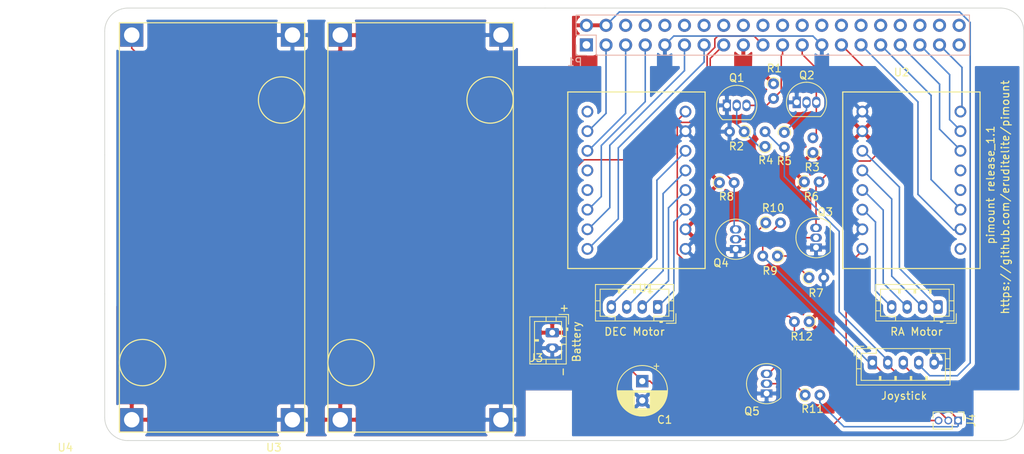
<source format=kicad_pcb>
(kicad_pcb (version 20171130) (host pcbnew 5.0.2-bee76a0~70~ubuntu18.04.1)

  (general
    (thickness 1.6)
    (drawings 19)
    (tracks 172)
    (zones 0)
    (modules 32)
    (nets 61)
  )

  (page A3)
  (title_block
    (date "15 nov 2012")
  )

  (layers
    (0 F.Cu signal)
    (31 B.Cu signal)
    (32 B.Adhes user)
    (33 F.Adhes user)
    (34 B.Paste user)
    (35 F.Paste user)
    (36 B.SilkS user)
    (37 F.SilkS user)
    (38 B.Mask user)
    (39 F.Mask user)
    (40 Dwgs.User user)
    (41 Cmts.User user)
    (42 Eco1.User user)
    (43 Eco2.User user)
    (44 Edge.Cuts user)
    (45 Margin user)
    (46 B.CrtYd user)
    (47 F.CrtYd user)
    (48 B.Fab user)
    (49 F.Fab user)
  )

  (setup
    (last_trace_width 0.2)
    (trace_clearance 0.2)
    (zone_clearance 0.508)
    (zone_45_only no)
    (trace_min 0.1524)
    (segment_width 0.1)
    (edge_width 0.1)
    (via_size 0.9)
    (via_drill 0.6)
    (via_min_size 0.8)
    (via_min_drill 0.5)
    (uvia_size 0.5)
    (uvia_drill 0.1)
    (uvias_allowed no)
    (uvia_min_size 0.5)
    (uvia_min_drill 0.1)
    (pcb_text_width 0.15)
    (pcb_text_size 1 1)
    (mod_edge_width 0.15)
    (mod_text_size 1 1)
    (mod_text_width 0.15)
    (pad_size 2.5 2.5)
    (pad_drill 2.5)
    (pad_to_mask_clearance 0)
    (solder_mask_min_width 0.25)
    (aux_axis_origin 200 150)
    (grid_origin 200 150)
    (visible_elements 7FFFFFFF)
    (pcbplotparams
      (layerselection 0x00030_80000001)
      (usegerberextensions true)
      (usegerberattributes false)
      (usegerberadvancedattributes false)
      (creategerberjobfile false)
      (excludeedgelayer true)
      (linewidth 0.150000)
      (plotframeref false)
      (viasonmask false)
      (mode 1)
      (useauxorigin false)
      (hpglpennumber 1)
      (hpglpenspeed 20)
      (hpglpendiameter 15.000000)
      (psnegative false)
      (psa4output false)
      (plotreference true)
      (plotvalue true)
      (plotinvisibletext false)
      (padsonsilk false)
      (subtractmaskfromsilk false)
      (outputformat 1)
      (mirror false)
      (drillshape 1)
      (scaleselection 1)
      (outputdirectory ""))
  )

  (net 0 "")
  (net 1 +3V3)
  (net 2 +5V)
  (net 3 GND)
  (net 4 /ID_SD)
  (net 5 /ID_SC)
  (net 6 /GPIO5)
  (net 7 /GPIO6)
  (net 8 /GPIO26)
  (net 9 "/GPIO2(SDA1)")
  (net 10 "/GPIO3(SCL1)")
  (net 11 "/GPIO4(GCLK)")
  (net 12 "/GPIO14(TXD0)")
  (net 13 "/GPIO15(RXD0)")
  (net 14 "/GPIO17(GEN0)")
  (net 15 "/GPIO27(GEN2)")
  (net 16 "/GPIO22(GEN3)")
  (net 17 "/GPIO23(GEN4)")
  (net 18 "/GPIO24(GEN5)")
  (net 19 "/GPIO25(GEN6)")
  (net 20 "/GPIO18(GEN1)(PWM0)")
  (net 21 "/GPIO10(SPI0_MOSI)")
  (net 22 "/GPIO9(SPI0_MISO)")
  (net 23 "/GPIO11(SPI0_SCK)")
  (net 24 "/GPIO8(SPI0_CE_N)")
  (net 25 "/GPIO7(SPI1_CE_N)")
  (net 26 "/GPIO12(PWM0)")
  (net 27 "/GPIO13(PWM1)")
  (net 28 "/GPIO19(SPI1_MISO)")
  (net 29 /GPIO16)
  (net 30 "/GPIO20(SPI1_MOSI)")
  (net 31 "/GPIO21(SPI1_SCK)")
  (net 32 "Net-(P1-Pad1)")
  (net 33 "Net-(P1-Pad6)")
  (net 34 "Net-(P1-Pad14)")
  (net 35 "Net-(P1-Pad20)")
  (net 36 "Net-(P1-Pad30)")
  (net 37 "Net-(P1-Pad34)")
  (net 38 "Net-(P1-Pad39)")
  (net 39 +6V)
  (net 40 "Net-(J1-Pad4)")
  (net 41 "Net-(J1-Pad3)")
  (net 42 "Net-(J1-Pad2)")
  (net 43 "Net-(J1-Pad1)")
  (net 44 "Net-(J2-Pad1)")
  (net 45 "Net-(J2-Pad2)")
  (net 46 "Net-(J2-Pad3)")
  (net 47 "Net-(J2-Pad4)")
  (net 48 "Net-(Q1-Pad2)")
  (net 49 "Net-(Q2-Pad2)")
  (net 50 "Net-(Q3-Pad2)")
  (net 51 "Net-(Q4-Pad2)")
  (net 52 "Net-(Q5-Pad2)")
  (net 53 "Net-(U1-Pad4)")
  (net 54 "Net-(U1-Pad1)")
  (net 55 "Net-(U2-Pad1)")
  (net 56 "Net-(U2-Pad4)")
  (net 57 "Net-(J3-Pad1)")
  (net 58 "Net-(J4-Pad1)")
  (net 59 "Net-(J4-Pad2)")
  (net 60 "Net-(J4-Pad3)")

  (net_class Default "This is the default net class."
    (clearance 0.2)
    (trace_width 0.2)
    (via_dia 0.9)
    (via_drill 0.6)
    (uvia_dia 0.5)
    (uvia_drill 0.1)
    (add_net +3V3)
    (add_net +5V)
    (add_net +6V)
    (add_net "/GPIO10(SPI0_MOSI)")
    (add_net "/GPIO11(SPI0_SCK)")
    (add_net "/GPIO12(PWM0)")
    (add_net "/GPIO13(PWM1)")
    (add_net "/GPIO14(TXD0)")
    (add_net "/GPIO15(RXD0)")
    (add_net /GPIO16)
    (add_net "/GPIO17(GEN0)")
    (add_net "/GPIO18(GEN1)(PWM0)")
    (add_net "/GPIO19(SPI1_MISO)")
    (add_net "/GPIO2(SDA1)")
    (add_net "/GPIO20(SPI1_MOSI)")
    (add_net "/GPIO21(SPI1_SCK)")
    (add_net "/GPIO22(GEN3)")
    (add_net "/GPIO23(GEN4)")
    (add_net "/GPIO24(GEN5)")
    (add_net "/GPIO25(GEN6)")
    (add_net /GPIO26)
    (add_net "/GPIO27(GEN2)")
    (add_net "/GPIO3(SCL1)")
    (add_net "/GPIO4(GCLK)")
    (add_net /GPIO5)
    (add_net /GPIO6)
    (add_net "/GPIO7(SPI1_CE_N)")
    (add_net "/GPIO8(SPI0_CE_N)")
    (add_net "/GPIO9(SPI0_MISO)")
    (add_net /ID_SC)
    (add_net /ID_SD)
    (add_net GND)
    (add_net "Net-(J1-Pad1)")
    (add_net "Net-(J1-Pad2)")
    (add_net "Net-(J1-Pad3)")
    (add_net "Net-(J1-Pad4)")
    (add_net "Net-(J2-Pad1)")
    (add_net "Net-(J2-Pad2)")
    (add_net "Net-(J2-Pad3)")
    (add_net "Net-(J2-Pad4)")
    (add_net "Net-(J3-Pad1)")
    (add_net "Net-(J4-Pad1)")
    (add_net "Net-(J4-Pad2)")
    (add_net "Net-(J4-Pad3)")
    (add_net "Net-(P1-Pad1)")
    (add_net "Net-(P1-Pad14)")
    (add_net "Net-(P1-Pad20)")
    (add_net "Net-(P1-Pad30)")
    (add_net "Net-(P1-Pad34)")
    (add_net "Net-(P1-Pad39)")
    (add_net "Net-(P1-Pad6)")
    (add_net "Net-(Q1-Pad2)")
    (add_net "Net-(Q2-Pad2)")
    (add_net "Net-(Q3-Pad2)")
    (add_net "Net-(Q4-Pad2)")
    (add_net "Net-(Q5-Pad2)")
    (add_net "Net-(U1-Pad1)")
    (add_net "Net-(U1-Pad4)")
    (add_net "Net-(U2-Pad1)")
    (add_net "Net-(U2-Pad4)")
  )

  (net_class "Motor Power" ""
    (clearance 0.2)
    (trace_width 0.2)
    (via_dia 0.9)
    (via_drill 0.6)
    (uvia_dia 0.5)
    (uvia_drill 0.1)
  )

  (net_class Power ""
    (clearance 0.2)
    (trace_width 0.5)
    (via_dia 1)
    (via_drill 0.7)
    (uvia_dia 0.5)
    (uvia_drill 0.1)
  )

  (module pimount:BuckConverter (layer F.Cu) (tedit 5CFC82B0) (tstamp 5D1C5B2F)
    (at 171.4 152.4)
    (path /5CFD9C57)
    (fp_text reference U3 (at -7 2) (layer F.SilkS)
      (effects (font (size 1 1) (thickness 0.15)))
    )
    (fp_text value BuckConverter (at -10 -52) (layer F.Fab)
      (effects (font (size 1 1) (thickness 0.15)))
    )
    (fp_circle (center 21 -43) (end 18 -43) (layer F.SilkS) (width 0.15))
    (fp_line (start 24 0) (end 0 0) (layer F.SilkS) (width 0.15))
    (fp_line (start 24 -53) (end 24 0) (layer F.SilkS) (width 0.15))
    (fp_line (start 0 -53) (end 24 -53) (layer F.SilkS) (width 0.15))
    (fp_line (start 0 0) (end 0 -53) (layer F.SilkS) (width 0.15))
    (fp_circle (center 3 -9) (end 6 -9) (layer F.SilkS) (width 0.15))
    (pad 4 thru_hole rect (at 1.6 -51.4) (size 3 3) (drill 2) (layers *.Cu *.Mask)
      (net 2 +5V))
    (pad 1 thru_hole rect (at 22.4 -1.6) (size 3 3) (drill 2) (layers *.Cu *.Mask)
      (net 3 GND))
    (pad 2 thru_hole rect (at 1.6 -1.6) (size 3 3) (drill 2) (layers *.Cu *.Mask)
      (net 57 "Net-(J3-Pad1)"))
    (pad 3 thru_hole rect (at 22.41 -51.41) (size 3 3) (drill 2) (layers *.Cu *.Mask)
      (net 3 GND))
  )

  (module pimount:BuckConverter (layer F.Cu) (tedit 5CFC82B0) (tstamp 5D1C5B3D)
    (at 144.4 152.4)
    (path /5CFD9B09)
    (fp_text reference U4 (at -7 2) (layer F.SilkS)
      (effects (font (size 1 1) (thickness 0.15)))
    )
    (fp_text value BuckConverter (at -10 -52) (layer F.Fab)
      (effects (font (size 1 1) (thickness 0.15)))
    )
    (fp_circle (center 3 -9) (end 6 -9) (layer F.SilkS) (width 0.15))
    (fp_line (start 0 0) (end 0 -53) (layer F.SilkS) (width 0.15))
    (fp_line (start 0 -53) (end 24 -53) (layer F.SilkS) (width 0.15))
    (fp_line (start 24 -53) (end 24 0) (layer F.SilkS) (width 0.15))
    (fp_line (start 24 0) (end 0 0) (layer F.SilkS) (width 0.15))
    (fp_circle (center 21 -43) (end 18 -43) (layer F.SilkS) (width 0.15))
    (pad 3 thru_hole rect (at 22.41 -51.41) (size 3 3) (drill 2) (layers *.Cu *.Mask)
      (net 3 GND))
    (pad 2 thru_hole rect (at 1.6 -1.6) (size 3 3) (drill 2) (layers *.Cu *.Mask)
      (net 57 "Net-(J3-Pad1)"))
    (pad 1 thru_hole rect (at 22.4 -1.6) (size 3 3) (drill 2) (layers *.Cu *.Mask)
      (net 3 GND))
    (pad 4 thru_hole rect (at 1.6 -51.4) (size 3 3) (drill 2) (layers *.Cu *.Mask)
      (net 39 +6V))
  )

  (module MountingHole:MountingHole_2.7mm_M2.5 (layer F.Cu) (tedit 56D1B4CB) (tstamp 5C9B98D9)
    (at 200 101 180)
    (descr "Mounting Hole 2.7mm, no annular, M2.5")
    (tags "mounting hole 2.7mm no annular m2.5")
    (path /5834FB2E)
    (attr virtual)
    (fp_text reference MK1 (at 0 -3.7 180) (layer F.SilkS) hide
      (effects (font (size 1 1) (thickness 0.15)))
    )
    (fp_text value M2.5 (at 0 3.7 180) (layer F.Fab)
      (effects (font (size 1 1) (thickness 0.15)))
    )
    (fp_text user %R (at 0.3 0 180) (layer F.Fab)
      (effects (font (size 1 1) (thickness 0.15)))
    )
    (fp_circle (center 0 0) (end 2.7 0) (layer Cmts.User) (width 0.15))
    (fp_circle (center 0 0) (end 2.95 0) (layer F.CrtYd) (width 0.05))
    (pad 1 np_thru_hole circle (at 0 0 180) (size 2.7 2.7) (drill 2.7) (layers *.Cu *.Mask))
  )

  (module MountingHole:MountingHole_2.7mm_M2.5 (layer F.Cu) (tedit 56D1B4CB) (tstamp 5C9AB299)
    (at 258 101 180)
    (descr "Mounting Hole 2.7mm, no annular, M2.5")
    (tags "mounting hole 2.7mm no annular m2.5")
    (path /5834FC19)
    (attr virtual)
    (fp_text reference MK2 (at 0 -3.7 180) (layer F.SilkS) hide
      (effects (font (size 1 1) (thickness 0.15)))
    )
    (fp_text value M2.5 (at 0 3.7 180) (layer F.Fab)
      (effects (font (size 1 1) (thickness 0.15)))
    )
    (fp_circle (center 0 0) (end 2.95 0) (layer F.CrtYd) (width 0.05))
    (fp_circle (center 0 0) (end 2.7 0) (layer Cmts.User) (width 0.15))
    (fp_text user %R (at 0.3 0 180) (layer F.Fab)
      (effects (font (size 1 1) (thickness 0.15)))
    )
    (pad 1 np_thru_hole circle (at 0 0 180) (size 2.7 2.7) (drill 2.7) (layers *.Cu *.Mask))
  )

  (module MountingHole:MountingHole_2.7mm_M2.5 (layer F.Cu) (tedit 56D1B4CB) (tstamp 5C9AB599)
    (at 200 150)
    (descr "Mounting Hole 2.7mm, no annular, M2.5")
    (tags "mounting hole 2.7mm no annular m2.5")
    (path /5834FBEF)
    (attr virtual)
    (fp_text reference MK3 (at 0 -3.7) (layer F.SilkS) hide
      (effects (font (size 1 1) (thickness 0.15)))
    )
    (fp_text value M2.5 (at 0 3.7) (layer F.Fab)
      (effects (font (size 1 1) (thickness 0.15)))
    )
    (fp_text user %R (at 0.3 0) (layer F.Fab)
      (effects (font (size 1 1) (thickness 0.15)))
    )
    (fp_circle (center 0 0) (end 2.7 0) (layer Cmts.User) (width 0.15))
    (fp_circle (center 0 0) (end 2.95 0) (layer F.CrtYd) (width 0.05))
    (pad 1 np_thru_hole circle (at 0 0) (size 2.7 2.7) (drill 2.7) (layers *.Cu *.Mask))
  )

  (module Connector_PinSocket_2.54mm:PinSocket_2x20_P2.54mm_Vertical (layer B.Cu) (tedit 5D23E0EC) (tstamp 5CFEAC03)
    (at 204.87 102.27 270)
    (descr "Through hole straight socket strip, 2x20, 2.54mm pitch, double cols (from Kicad 4.0.7), script generated")
    (tags "Through hole socket strip THT 2x20 2.54mm double row")
    (path /59AD464A)
    (fp_text reference P1 (at 2.208 1.512) (layer B.SilkS)
      (effects (font (size 1 1) (thickness 0.15)) (justify mirror))
    )
    (fp_text value Conn_02x20_Odd_Even (at -1.37 -11.63 180) (layer F.Fab) hide
      (effects (font (size 1 1) (thickness 0.15)))
    )
    (fp_line (start -3.81 1.27) (end 0.27 1.27) (layer B.Fab) (width 0.1))
    (fp_line (start 0.27 1.27) (end 1.27 0.27) (layer B.Fab) (width 0.1))
    (fp_line (start 1.27 0.27) (end 1.27 -49.53) (layer B.Fab) (width 0.1))
    (fp_line (start 1.27 -49.53) (end -3.81 -49.53) (layer B.Fab) (width 0.1))
    (fp_line (start -3.81 -49.53) (end -3.81 1.27) (layer B.Fab) (width 0.1))
    (fp_line (start -3.87 1.33) (end -1.27 1.33) (layer B.SilkS) (width 0.12))
    (fp_line (start -3.87 1.33) (end -3.87 -49.59) (layer B.SilkS) (width 0.12))
    (fp_line (start -3.87 -49.59) (end 1.33 -49.59) (layer B.SilkS) (width 0.12))
    (fp_line (start 1.33 -1.27) (end 1.33 -49.59) (layer B.SilkS) (width 0.12))
    (fp_line (start -1.27 -1.27) (end 1.33 -1.27) (layer B.SilkS) (width 0.12))
    (fp_line (start -1.27 1.33) (end -1.27 -1.27) (layer B.SilkS) (width 0.12))
    (fp_line (start 1.33 1.33) (end 1.33 0) (layer B.SilkS) (width 0.12))
    (fp_line (start 0 1.33) (end 1.33 1.33) (layer B.SilkS) (width 0.12))
    (fp_line (start -4.34 1.8) (end 1.76 1.8) (layer B.CrtYd) (width 0.05))
    (fp_line (start 1.76 1.8) (end 1.76 -50) (layer B.CrtYd) (width 0.05))
    (fp_line (start 1.76 -50) (end -4.34 -50) (layer B.CrtYd) (width 0.05))
    (fp_line (start -4.34 -50) (end -4.34 1.8) (layer B.CrtYd) (width 0.05))
    (fp_text user %R (at -1.27 -24.13 180) (layer B.Fab)
      (effects (font (size 1 1) (thickness 0.15)) (justify mirror))
    )
    (pad 1 thru_hole rect (at 0 0 270) (size 1.7 1.7) (drill 1) (layers *.Cu *.Mask)
      (net 32 "Net-(P1-Pad1)"))
    (pad 2 thru_hole oval (at -2.54 0 270) (size 1.7 1.7) (drill 1) (layers *.Cu *.Mask)
      (net 2 +5V))
    (pad 3 thru_hole oval (at 0 -2.54 270) (size 1.7 1.7) (drill 1) (layers *.Cu *.Mask)
      (net 9 "/GPIO2(SDA1)"))
    (pad 4 thru_hole oval (at -2.54 -2.54 270) (size 1.7 1.7) (drill 1) (layers *.Cu *.Mask)
      (net 2 +5V))
    (pad 5 thru_hole oval (at 0 -5.08 270) (size 1.7 1.7) (drill 1) (layers *.Cu *.Mask)
      (net 10 "/GPIO3(SCL1)"))
    (pad 6 thru_hole oval (at -2.54 -5.08 270) (size 1.7 1.7) (drill 1) (layers *.Cu *.Mask)
      (net 33 "Net-(P1-Pad6)"))
    (pad 7 thru_hole oval (at 0 -7.62 270) (size 1.7 1.7) (drill 1) (layers *.Cu *.Mask)
      (net 11 "/GPIO4(GCLK)"))
    (pad 8 thru_hole oval (at -2.54 -7.62 270) (size 1.7 1.7) (drill 1) (layers *.Cu *.Mask)
      (net 12 "/GPIO14(TXD0)"))
    (pad 9 thru_hole oval (at 0 -10.16 270) (size 1.7 1.7) (drill 1) (layers *.Cu *.Mask)
      (net 3 GND))
    (pad 10 thru_hole oval (at -2.54 -10.16 270) (size 1.7 1.7) (drill 1) (layers *.Cu *.Mask)
      (net 13 "/GPIO15(RXD0)"))
    (pad 11 thru_hole oval (at 0 -12.7 270) (size 1.7 1.7) (drill 1) (layers *.Cu *.Mask)
      (net 14 "/GPIO17(GEN0)"))
    (pad 12 thru_hole oval (at -2.54 -12.7 270) (size 1.7 1.7) (drill 1) (layers *.Cu *.Mask)
      (net 20 "/GPIO18(GEN1)(PWM0)"))
    (pad 13 thru_hole oval (at 0 -15.24 270) (size 1.7 1.7) (drill 1) (layers *.Cu *.Mask)
      (net 15 "/GPIO27(GEN2)"))
    (pad 14 thru_hole oval (at -2.54 -15.24 270) (size 1.7 1.7) (drill 1) (layers *.Cu *.Mask)
      (net 34 "Net-(P1-Pad14)"))
    (pad 15 thru_hole oval (at 0 -17.78 270) (size 1.7 1.7) (drill 1) (layers *.Cu *.Mask)
      (net 16 "/GPIO22(GEN3)"))
    (pad 16 thru_hole oval (at -2.54 -17.78 270) (size 1.7 1.7) (drill 1) (layers *.Cu *.Mask)
      (net 17 "/GPIO23(GEN4)"))
    (pad 17 thru_hole oval (at 0 -20.32 270) (size 1.7 1.7) (drill 1) (layers *.Cu *.Mask)
      (net 1 +3V3))
    (pad 18 thru_hole oval (at -2.54 -20.32 270) (size 1.7 1.7) (drill 1) (layers *.Cu *.Mask)
      (net 18 "/GPIO24(GEN5)"))
    (pad 19 thru_hole oval (at 0 -22.86 270) (size 1.7 1.7) (drill 1) (layers *.Cu *.Mask)
      (net 21 "/GPIO10(SPI0_MOSI)"))
    (pad 20 thru_hole oval (at -2.54 -22.86 270) (size 1.7 1.7) (drill 1) (layers *.Cu *.Mask)
      (net 35 "Net-(P1-Pad20)"))
    (pad 21 thru_hole oval (at 0 -25.4 270) (size 1.7 1.7) (drill 1) (layers *.Cu *.Mask)
      (net 22 "/GPIO9(SPI0_MISO)"))
    (pad 22 thru_hole oval (at -2.54 -25.4 270) (size 1.7 1.7) (drill 1) (layers *.Cu *.Mask)
      (net 19 "/GPIO25(GEN6)"))
    (pad 23 thru_hole oval (at 0 -27.94 270) (size 1.7 1.7) (drill 1) (layers *.Cu *.Mask)
      (net 23 "/GPIO11(SPI0_SCK)"))
    (pad 24 thru_hole oval (at -2.54 -27.94 270) (size 1.7 1.7) (drill 1) (layers *.Cu *.Mask)
      (net 24 "/GPIO8(SPI0_CE_N)"))
    (pad 25 thru_hole oval (at 0 -30.48 270) (size 1.7 1.7) (drill 1) (layers *.Cu *.Mask)
      (net 3 GND))
    (pad 26 thru_hole oval (at -2.54 -30.48 270) (size 1.7 1.7) (drill 1) (layers *.Cu *.Mask)
      (net 25 "/GPIO7(SPI1_CE_N)"))
    (pad 27 thru_hole oval (at 0 -33.02 270) (size 1.7 1.7) (drill 1) (layers *.Cu *.Mask)
      (net 4 /ID_SD))
    (pad 28 thru_hole oval (at -2.54 -33.02 270) (size 1.7 1.7) (drill 1) (layers *.Cu *.Mask)
      (net 5 /ID_SC))
    (pad 29 thru_hole oval (at 0 -35.56 270) (size 1.7 1.7) (drill 1) (layers *.Cu *.Mask)
      (net 6 /GPIO5))
    (pad 30 thru_hole oval (at -2.54 -35.56 270) (size 1.7 1.7) (drill 1) (layers *.Cu *.Mask)
      (net 36 "Net-(P1-Pad30)"))
    (pad 31 thru_hole oval (at 0 -38.1 270) (size 1.7 1.7) (drill 1) (layers *.Cu *.Mask)
      (net 7 /GPIO6))
    (pad 32 thru_hole oval (at -2.54 -38.1 270) (size 1.7 1.7) (drill 1) (layers *.Cu *.Mask)
      (net 26 "/GPIO12(PWM0)"))
    (pad 33 thru_hole oval (at 0 -40.64 270) (size 1.7 1.7) (drill 1) (layers *.Cu *.Mask)
      (net 27 "/GPIO13(PWM1)"))
    (pad 34 thru_hole oval (at -2.54 -40.64 270) (size 1.7 1.7) (drill 1) (layers *.Cu *.Mask)
      (net 37 "Net-(P1-Pad34)"))
    (pad 35 thru_hole oval (at 0 -43.18 270) (size 1.7 1.7) (drill 1) (layers *.Cu *.Mask)
      (net 28 "/GPIO19(SPI1_MISO)"))
    (pad 36 thru_hole oval (at -2.54 -43.18 270) (size 1.7 1.7) (drill 1) (layers *.Cu *.Mask)
      (net 29 /GPIO16))
    (pad 37 thru_hole oval (at 0 -45.72 270) (size 1.7 1.7) (drill 1) (layers *.Cu *.Mask)
      (net 8 /GPIO26))
    (pad 38 thru_hole oval (at -2.54 -45.72 270) (size 1.7 1.7) (drill 1) (layers *.Cu *.Mask)
      (net 30 "/GPIO20(SPI1_MOSI)"))
    (pad 39 thru_hole oval (at 0 -48.26 270) (size 1.7 1.7) (drill 1) (layers *.Cu *.Mask)
      (net 38 "Net-(P1-Pad39)"))
    (pad 40 thru_hole oval (at -2.54 -48.26 270) (size 1.7 1.7) (drill 1) (layers *.Cu *.Mask)
      (net 31 "/GPIO21(SPI1_SCK)"))
    (model ${KISYS3DMOD}/Connector_PinSocket_2.54mm.3dshapes/PinSocket_2x20_P2.54mm_Vertical.wrl
      (at (xyz 0 0 0))
      (scale (xyz 1 1 1))
      (rotate (xyz 0 0 0))
    )
  )

  (module MountingHole:MountingHole_2.7mm_M2.5 (layer F.Cu) (tedit 56D1B4CB) (tstamp 5C9AB2AE)
    (at 258 150)
    (descr "Mounting Hole 2.7mm, no annular, M2.5")
    (tags "mounting hole 2.7mm no annular m2.5")
    (path /5834FC4F)
    (attr virtual)
    (fp_text reference MK4 (at 0 -3.7) (layer F.SilkS) hide
      (effects (font (size 1 1) (thickness 0.15)))
    )
    (fp_text value M2.5 (at 0 3.7) (layer F.Fab)
      (effects (font (size 1 1) (thickness 0.15)))
    )
    (fp_circle (center 0 0) (end 2.95 0) (layer F.CrtYd) (width 0.05))
    (fp_circle (center 0 0) (end 2.7 0) (layer Cmts.User) (width 0.15))
    (fp_text user %R (at 0.3 0) (layer F.Fab)
      (effects (font (size 1 1) (thickness 0.15)))
    )
    (pad 1 np_thru_hole circle (at 0 0) (size 2.7 2.7) (drill 2.7) (layers *.Cu *.Mask))
  )

  (module Capacitor_THT:CP_Radial_D6.3mm_P2.50mm (layer F.Cu) (tedit 5AE50EF0) (tstamp 5D123FB0)
    (at 212.1 145.8 270)
    (descr "CP, Radial series, Radial, pin pitch=2.50mm, , diameter=6.3mm, Electrolytic Capacitor")
    (tags "CP Radial series Radial pin pitch 2.50mm  diameter 6.3mm Electrolytic Capacitor")
    (path /5CAA3488)
    (fp_text reference C1 (at 5 -2.9) (layer F.SilkS)
      (effects (font (size 1 1) (thickness 0.15)))
    )
    (fp_text value 220uF (at -3.3 -0.1) (layer F.Fab)
      (effects (font (size 1 1) (thickness 0.15)))
    )
    (fp_circle (center 1.25 0) (end 4.4 0) (layer F.Fab) (width 0.1))
    (fp_circle (center 1.25 0) (end 4.52 0) (layer F.SilkS) (width 0.12))
    (fp_circle (center 1.25 0) (end 4.65 0) (layer F.CrtYd) (width 0.05))
    (fp_line (start -1.443972 -1.3735) (end -0.813972 -1.3735) (layer F.Fab) (width 0.1))
    (fp_line (start -1.128972 -1.6885) (end -1.128972 -1.0585) (layer F.Fab) (width 0.1))
    (fp_line (start 1.25 -3.23) (end 1.25 3.23) (layer F.SilkS) (width 0.12))
    (fp_line (start 1.29 -3.23) (end 1.29 3.23) (layer F.SilkS) (width 0.12))
    (fp_line (start 1.33 -3.23) (end 1.33 3.23) (layer F.SilkS) (width 0.12))
    (fp_line (start 1.37 -3.228) (end 1.37 3.228) (layer F.SilkS) (width 0.12))
    (fp_line (start 1.41 -3.227) (end 1.41 3.227) (layer F.SilkS) (width 0.12))
    (fp_line (start 1.45 -3.224) (end 1.45 3.224) (layer F.SilkS) (width 0.12))
    (fp_line (start 1.49 -3.222) (end 1.49 -1.04) (layer F.SilkS) (width 0.12))
    (fp_line (start 1.49 1.04) (end 1.49 3.222) (layer F.SilkS) (width 0.12))
    (fp_line (start 1.53 -3.218) (end 1.53 -1.04) (layer F.SilkS) (width 0.12))
    (fp_line (start 1.53 1.04) (end 1.53 3.218) (layer F.SilkS) (width 0.12))
    (fp_line (start 1.57 -3.215) (end 1.57 -1.04) (layer F.SilkS) (width 0.12))
    (fp_line (start 1.57 1.04) (end 1.57 3.215) (layer F.SilkS) (width 0.12))
    (fp_line (start 1.61 -3.211) (end 1.61 -1.04) (layer F.SilkS) (width 0.12))
    (fp_line (start 1.61 1.04) (end 1.61 3.211) (layer F.SilkS) (width 0.12))
    (fp_line (start 1.65 -3.206) (end 1.65 -1.04) (layer F.SilkS) (width 0.12))
    (fp_line (start 1.65 1.04) (end 1.65 3.206) (layer F.SilkS) (width 0.12))
    (fp_line (start 1.69 -3.201) (end 1.69 -1.04) (layer F.SilkS) (width 0.12))
    (fp_line (start 1.69 1.04) (end 1.69 3.201) (layer F.SilkS) (width 0.12))
    (fp_line (start 1.73 -3.195) (end 1.73 -1.04) (layer F.SilkS) (width 0.12))
    (fp_line (start 1.73 1.04) (end 1.73 3.195) (layer F.SilkS) (width 0.12))
    (fp_line (start 1.77 -3.189) (end 1.77 -1.04) (layer F.SilkS) (width 0.12))
    (fp_line (start 1.77 1.04) (end 1.77 3.189) (layer F.SilkS) (width 0.12))
    (fp_line (start 1.81 -3.182) (end 1.81 -1.04) (layer F.SilkS) (width 0.12))
    (fp_line (start 1.81 1.04) (end 1.81 3.182) (layer F.SilkS) (width 0.12))
    (fp_line (start 1.85 -3.175) (end 1.85 -1.04) (layer F.SilkS) (width 0.12))
    (fp_line (start 1.85 1.04) (end 1.85 3.175) (layer F.SilkS) (width 0.12))
    (fp_line (start 1.89 -3.167) (end 1.89 -1.04) (layer F.SilkS) (width 0.12))
    (fp_line (start 1.89 1.04) (end 1.89 3.167) (layer F.SilkS) (width 0.12))
    (fp_line (start 1.93 -3.159) (end 1.93 -1.04) (layer F.SilkS) (width 0.12))
    (fp_line (start 1.93 1.04) (end 1.93 3.159) (layer F.SilkS) (width 0.12))
    (fp_line (start 1.971 -3.15) (end 1.971 -1.04) (layer F.SilkS) (width 0.12))
    (fp_line (start 1.971 1.04) (end 1.971 3.15) (layer F.SilkS) (width 0.12))
    (fp_line (start 2.011 -3.141) (end 2.011 -1.04) (layer F.SilkS) (width 0.12))
    (fp_line (start 2.011 1.04) (end 2.011 3.141) (layer F.SilkS) (width 0.12))
    (fp_line (start 2.051 -3.131) (end 2.051 -1.04) (layer F.SilkS) (width 0.12))
    (fp_line (start 2.051 1.04) (end 2.051 3.131) (layer F.SilkS) (width 0.12))
    (fp_line (start 2.091 -3.121) (end 2.091 -1.04) (layer F.SilkS) (width 0.12))
    (fp_line (start 2.091 1.04) (end 2.091 3.121) (layer F.SilkS) (width 0.12))
    (fp_line (start 2.131 -3.11) (end 2.131 -1.04) (layer F.SilkS) (width 0.12))
    (fp_line (start 2.131 1.04) (end 2.131 3.11) (layer F.SilkS) (width 0.12))
    (fp_line (start 2.171 -3.098) (end 2.171 -1.04) (layer F.SilkS) (width 0.12))
    (fp_line (start 2.171 1.04) (end 2.171 3.098) (layer F.SilkS) (width 0.12))
    (fp_line (start 2.211 -3.086) (end 2.211 -1.04) (layer F.SilkS) (width 0.12))
    (fp_line (start 2.211 1.04) (end 2.211 3.086) (layer F.SilkS) (width 0.12))
    (fp_line (start 2.251 -3.074) (end 2.251 -1.04) (layer F.SilkS) (width 0.12))
    (fp_line (start 2.251 1.04) (end 2.251 3.074) (layer F.SilkS) (width 0.12))
    (fp_line (start 2.291 -3.061) (end 2.291 -1.04) (layer F.SilkS) (width 0.12))
    (fp_line (start 2.291 1.04) (end 2.291 3.061) (layer F.SilkS) (width 0.12))
    (fp_line (start 2.331 -3.047) (end 2.331 -1.04) (layer F.SilkS) (width 0.12))
    (fp_line (start 2.331 1.04) (end 2.331 3.047) (layer F.SilkS) (width 0.12))
    (fp_line (start 2.371 -3.033) (end 2.371 -1.04) (layer F.SilkS) (width 0.12))
    (fp_line (start 2.371 1.04) (end 2.371 3.033) (layer F.SilkS) (width 0.12))
    (fp_line (start 2.411 -3.018) (end 2.411 -1.04) (layer F.SilkS) (width 0.12))
    (fp_line (start 2.411 1.04) (end 2.411 3.018) (layer F.SilkS) (width 0.12))
    (fp_line (start 2.451 -3.002) (end 2.451 -1.04) (layer F.SilkS) (width 0.12))
    (fp_line (start 2.451 1.04) (end 2.451 3.002) (layer F.SilkS) (width 0.12))
    (fp_line (start 2.491 -2.986) (end 2.491 -1.04) (layer F.SilkS) (width 0.12))
    (fp_line (start 2.491 1.04) (end 2.491 2.986) (layer F.SilkS) (width 0.12))
    (fp_line (start 2.531 -2.97) (end 2.531 -1.04) (layer F.SilkS) (width 0.12))
    (fp_line (start 2.531 1.04) (end 2.531 2.97) (layer F.SilkS) (width 0.12))
    (fp_line (start 2.571 -2.952) (end 2.571 -1.04) (layer F.SilkS) (width 0.12))
    (fp_line (start 2.571 1.04) (end 2.571 2.952) (layer F.SilkS) (width 0.12))
    (fp_line (start 2.611 -2.934) (end 2.611 -1.04) (layer F.SilkS) (width 0.12))
    (fp_line (start 2.611 1.04) (end 2.611 2.934) (layer F.SilkS) (width 0.12))
    (fp_line (start 2.651 -2.916) (end 2.651 -1.04) (layer F.SilkS) (width 0.12))
    (fp_line (start 2.651 1.04) (end 2.651 2.916) (layer F.SilkS) (width 0.12))
    (fp_line (start 2.691 -2.896) (end 2.691 -1.04) (layer F.SilkS) (width 0.12))
    (fp_line (start 2.691 1.04) (end 2.691 2.896) (layer F.SilkS) (width 0.12))
    (fp_line (start 2.731 -2.876) (end 2.731 -1.04) (layer F.SilkS) (width 0.12))
    (fp_line (start 2.731 1.04) (end 2.731 2.876) (layer F.SilkS) (width 0.12))
    (fp_line (start 2.771 -2.856) (end 2.771 -1.04) (layer F.SilkS) (width 0.12))
    (fp_line (start 2.771 1.04) (end 2.771 2.856) (layer F.SilkS) (width 0.12))
    (fp_line (start 2.811 -2.834) (end 2.811 -1.04) (layer F.SilkS) (width 0.12))
    (fp_line (start 2.811 1.04) (end 2.811 2.834) (layer F.SilkS) (width 0.12))
    (fp_line (start 2.851 -2.812) (end 2.851 -1.04) (layer F.SilkS) (width 0.12))
    (fp_line (start 2.851 1.04) (end 2.851 2.812) (layer F.SilkS) (width 0.12))
    (fp_line (start 2.891 -2.79) (end 2.891 -1.04) (layer F.SilkS) (width 0.12))
    (fp_line (start 2.891 1.04) (end 2.891 2.79) (layer F.SilkS) (width 0.12))
    (fp_line (start 2.931 -2.766) (end 2.931 -1.04) (layer F.SilkS) (width 0.12))
    (fp_line (start 2.931 1.04) (end 2.931 2.766) (layer F.SilkS) (width 0.12))
    (fp_line (start 2.971 -2.742) (end 2.971 -1.04) (layer F.SilkS) (width 0.12))
    (fp_line (start 2.971 1.04) (end 2.971 2.742) (layer F.SilkS) (width 0.12))
    (fp_line (start 3.011 -2.716) (end 3.011 -1.04) (layer F.SilkS) (width 0.12))
    (fp_line (start 3.011 1.04) (end 3.011 2.716) (layer F.SilkS) (width 0.12))
    (fp_line (start 3.051 -2.69) (end 3.051 -1.04) (layer F.SilkS) (width 0.12))
    (fp_line (start 3.051 1.04) (end 3.051 2.69) (layer F.SilkS) (width 0.12))
    (fp_line (start 3.091 -2.664) (end 3.091 -1.04) (layer F.SilkS) (width 0.12))
    (fp_line (start 3.091 1.04) (end 3.091 2.664) (layer F.SilkS) (width 0.12))
    (fp_line (start 3.131 -2.636) (end 3.131 -1.04) (layer F.SilkS) (width 0.12))
    (fp_line (start 3.131 1.04) (end 3.131 2.636) (layer F.SilkS) (width 0.12))
    (fp_line (start 3.171 -2.607) (end 3.171 -1.04) (layer F.SilkS) (width 0.12))
    (fp_line (start 3.171 1.04) (end 3.171 2.607) (layer F.SilkS) (width 0.12))
    (fp_line (start 3.211 -2.578) (end 3.211 -1.04) (layer F.SilkS) (width 0.12))
    (fp_line (start 3.211 1.04) (end 3.211 2.578) (layer F.SilkS) (width 0.12))
    (fp_line (start 3.251 -2.548) (end 3.251 -1.04) (layer F.SilkS) (width 0.12))
    (fp_line (start 3.251 1.04) (end 3.251 2.548) (layer F.SilkS) (width 0.12))
    (fp_line (start 3.291 -2.516) (end 3.291 -1.04) (layer F.SilkS) (width 0.12))
    (fp_line (start 3.291 1.04) (end 3.291 2.516) (layer F.SilkS) (width 0.12))
    (fp_line (start 3.331 -2.484) (end 3.331 -1.04) (layer F.SilkS) (width 0.12))
    (fp_line (start 3.331 1.04) (end 3.331 2.484) (layer F.SilkS) (width 0.12))
    (fp_line (start 3.371 -2.45) (end 3.371 -1.04) (layer F.SilkS) (width 0.12))
    (fp_line (start 3.371 1.04) (end 3.371 2.45) (layer F.SilkS) (width 0.12))
    (fp_line (start 3.411 -2.416) (end 3.411 -1.04) (layer F.SilkS) (width 0.12))
    (fp_line (start 3.411 1.04) (end 3.411 2.416) (layer F.SilkS) (width 0.12))
    (fp_line (start 3.451 -2.38) (end 3.451 -1.04) (layer F.SilkS) (width 0.12))
    (fp_line (start 3.451 1.04) (end 3.451 2.38) (layer F.SilkS) (width 0.12))
    (fp_line (start 3.491 -2.343) (end 3.491 -1.04) (layer F.SilkS) (width 0.12))
    (fp_line (start 3.491 1.04) (end 3.491 2.343) (layer F.SilkS) (width 0.12))
    (fp_line (start 3.531 -2.305) (end 3.531 -1.04) (layer F.SilkS) (width 0.12))
    (fp_line (start 3.531 1.04) (end 3.531 2.305) (layer F.SilkS) (width 0.12))
    (fp_line (start 3.571 -2.265) (end 3.571 2.265) (layer F.SilkS) (width 0.12))
    (fp_line (start 3.611 -2.224) (end 3.611 2.224) (layer F.SilkS) (width 0.12))
    (fp_line (start 3.651 -2.182) (end 3.651 2.182) (layer F.SilkS) (width 0.12))
    (fp_line (start 3.691 -2.137) (end 3.691 2.137) (layer F.SilkS) (width 0.12))
    (fp_line (start 3.731 -2.092) (end 3.731 2.092) (layer F.SilkS) (width 0.12))
    (fp_line (start 3.771 -2.044) (end 3.771 2.044) (layer F.SilkS) (width 0.12))
    (fp_line (start 3.811 -1.995) (end 3.811 1.995) (layer F.SilkS) (width 0.12))
    (fp_line (start 3.851 -1.944) (end 3.851 1.944) (layer F.SilkS) (width 0.12))
    (fp_line (start 3.891 -1.89) (end 3.891 1.89) (layer F.SilkS) (width 0.12))
    (fp_line (start 3.931 -1.834) (end 3.931 1.834) (layer F.SilkS) (width 0.12))
    (fp_line (start 3.971 -1.776) (end 3.971 1.776) (layer F.SilkS) (width 0.12))
    (fp_line (start 4.011 -1.714) (end 4.011 1.714) (layer F.SilkS) (width 0.12))
    (fp_line (start 4.051 -1.65) (end 4.051 1.65) (layer F.SilkS) (width 0.12))
    (fp_line (start 4.091 -1.581) (end 4.091 1.581) (layer F.SilkS) (width 0.12))
    (fp_line (start 4.131 -1.509) (end 4.131 1.509) (layer F.SilkS) (width 0.12))
    (fp_line (start 4.171 -1.432) (end 4.171 1.432) (layer F.SilkS) (width 0.12))
    (fp_line (start 4.211 -1.35) (end 4.211 1.35) (layer F.SilkS) (width 0.12))
    (fp_line (start 4.251 -1.262) (end 4.251 1.262) (layer F.SilkS) (width 0.12))
    (fp_line (start 4.291 -1.165) (end 4.291 1.165) (layer F.SilkS) (width 0.12))
    (fp_line (start 4.331 -1.059) (end 4.331 1.059) (layer F.SilkS) (width 0.12))
    (fp_line (start 4.371 -0.94) (end 4.371 0.94) (layer F.SilkS) (width 0.12))
    (fp_line (start 4.411 -0.802) (end 4.411 0.802) (layer F.SilkS) (width 0.12))
    (fp_line (start 4.451 -0.633) (end 4.451 0.633) (layer F.SilkS) (width 0.12))
    (fp_line (start 4.491 -0.402) (end 4.491 0.402) (layer F.SilkS) (width 0.12))
    (fp_line (start -2.250241 -1.839) (end -1.620241 -1.839) (layer F.SilkS) (width 0.12))
    (fp_line (start -1.935241 -2.154) (end -1.935241 -1.524) (layer F.SilkS) (width 0.12))
    (fp_text user %R (at 1.25 0 270) (layer F.Fab)
      (effects (font (size 1 1) (thickness 0.15)))
    )
    (pad 1 thru_hole rect (at 0 0 270) (size 1.6 1.6) (drill 0.8) (layers *.Cu *.Mask)
      (net 39 +6V))
    (pad 2 thru_hole circle (at 2.5 0 270) (size 1.6 1.6) (drill 0.8) (layers *.Cu *.Mask)
      (net 3 GND))
    (model ${KISYS3DMOD}/Capacitor_THT.3dshapes/CP_Radial_D6.3mm_P2.50mm.wrl
      (at (xyz 0 0 0))
      (scale (xyz 1 1 1))
      (rotate (xyz 0 0 0))
    )
  )

  (module Connector_JST:JST_PH_B4B-PH-K_1x04_P2.00mm_Vertical (layer F.Cu) (tedit 5CFFE1F3) (tstamp 5D123FE4)
    (at 214.1 136.2 180)
    (descr "JST PH series connector, B4B-PH-K (http://www.jst-mfg.com/product/pdf/eng/ePH.pdf), generated with kicad-footprint-generator")
    (tags "connector JST PH side entry")
    (path /5CB0FE20)
    (fp_text reference J1 (at -1.3 -1 180) (layer F.SilkS) hide
      (effects (font (size 1 1) (thickness 0.15)))
    )
    (fp_text value "DEC Motor" (at 3.1 1.7 180) (layer F.Fab)
      (effects (font (size 1 1) (thickness 0.15)))
    )
    (fp_text user %R (at 3 1.5 180) (layer F.Fab)
      (effects (font (size 1 1) (thickness 0.15)))
    )
    (fp_line (start 8.45 -2.2) (end -2.45 -2.2) (layer F.CrtYd) (width 0.05))
    (fp_line (start 8.45 3.3) (end 8.45 -2.2) (layer F.CrtYd) (width 0.05))
    (fp_line (start -2.45 3.3) (end 8.45 3.3) (layer F.CrtYd) (width 0.05))
    (fp_line (start -2.45 -2.2) (end -2.45 3.3) (layer F.CrtYd) (width 0.05))
    (fp_line (start 7.95 -1.7) (end -1.95 -1.7) (layer F.Fab) (width 0.1))
    (fp_line (start 7.95 2.8) (end 7.95 -1.7) (layer F.Fab) (width 0.1))
    (fp_line (start -1.95 2.8) (end 7.95 2.8) (layer F.Fab) (width 0.1))
    (fp_line (start -1.95 -1.7) (end -1.95 2.8) (layer F.Fab) (width 0.1))
    (fp_line (start -2.36 -2.11) (end -2.36 -0.86) (layer F.Fab) (width 0.1))
    (fp_line (start -1.11 -2.11) (end -2.36 -2.11) (layer F.Fab) (width 0.1))
    (fp_line (start -2.36 -2.11) (end -2.36 -0.86) (layer F.SilkS) (width 0.12))
    (fp_line (start -1.11 -2.11) (end -2.36 -2.11) (layer F.SilkS) (width 0.12))
    (fp_line (start 5 2.3) (end 5 1.8) (layer F.SilkS) (width 0.12))
    (fp_line (start 5.1 1.8) (end 5.1 2.3) (layer F.SilkS) (width 0.12))
    (fp_line (start 4.9 1.8) (end 5.1 1.8) (layer F.SilkS) (width 0.12))
    (fp_line (start 4.9 2.3) (end 4.9 1.8) (layer F.SilkS) (width 0.12))
    (fp_line (start 3 2.3) (end 3 1.8) (layer F.SilkS) (width 0.12))
    (fp_line (start 3.1 1.8) (end 3.1 2.3) (layer F.SilkS) (width 0.12))
    (fp_line (start 2.9 1.8) (end 3.1 1.8) (layer F.SilkS) (width 0.12))
    (fp_line (start 2.9 2.3) (end 2.9 1.8) (layer F.SilkS) (width 0.12))
    (fp_line (start 1 2.3) (end 1 1.8) (layer F.SilkS) (width 0.12))
    (fp_line (start 1.1 1.8) (end 1.1 2.3) (layer F.SilkS) (width 0.12))
    (fp_line (start 0.9 1.8) (end 1.1 1.8) (layer F.SilkS) (width 0.12))
    (fp_line (start 0.9 2.3) (end 0.9 1.8) (layer F.SilkS) (width 0.12))
    (fp_line (start 8.06 0.8) (end 7.45 0.8) (layer F.SilkS) (width 0.12))
    (fp_line (start 8.06 -0.5) (end 7.45 -0.5) (layer F.SilkS) (width 0.12))
    (fp_line (start -2.06 0.8) (end -1.45 0.8) (layer F.SilkS) (width 0.12))
    (fp_line (start -2.06 -0.5) (end -1.45 -0.5) (layer F.SilkS) (width 0.12))
    (fp_line (start 5.5 -1.2) (end 5.5 -1.81) (layer F.SilkS) (width 0.12))
    (fp_line (start 7.45 -1.2) (end 5.5 -1.2) (layer F.SilkS) (width 0.12))
    (fp_line (start 7.45 2.3) (end 7.45 -1.2) (layer F.SilkS) (width 0.12))
    (fp_line (start -1.45 2.3) (end 7.45 2.3) (layer F.SilkS) (width 0.12))
    (fp_line (start -1.45 -1.2) (end -1.45 2.3) (layer F.SilkS) (width 0.12))
    (fp_line (start 0.5 -1.2) (end -1.45 -1.2) (layer F.SilkS) (width 0.12))
    (fp_line (start 0.5 -1.81) (end 0.5 -1.2) (layer F.SilkS) (width 0.12))
    (fp_line (start -0.3 -1.91) (end -0.6 -1.91) (layer F.SilkS) (width 0.12))
    (fp_line (start -0.6 -2.01) (end -0.6 -1.81) (layer F.SilkS) (width 0.12))
    (fp_line (start -0.3 -2.01) (end -0.6 -2.01) (layer F.SilkS) (width 0.12))
    (fp_line (start -0.3 -1.81) (end -0.3 -2.01) (layer F.SilkS) (width 0.12))
    (fp_line (start 8.06 -1.81) (end -2.06 -1.81) (layer F.SilkS) (width 0.12))
    (fp_line (start 8.06 2.91) (end 8.06 -1.81) (layer F.SilkS) (width 0.12))
    (fp_line (start -2.06 2.91) (end 8.06 2.91) (layer F.SilkS) (width 0.12))
    (fp_line (start -2.06 -1.81) (end -2.06 2.91) (layer F.SilkS) (width 0.12))
    (pad 4 thru_hole oval (at 6 0 180) (size 1.2 1.75) (drill 0.75) (layers *.Cu *.Mask)
      (net 40 "Net-(J1-Pad4)"))
    (pad 3 thru_hole oval (at 4 0 180) (size 1.2 1.75) (drill 0.75) (layers *.Cu *.Mask)
      (net 41 "Net-(J1-Pad3)"))
    (pad 2 thru_hole oval (at 2 0 180) (size 1.2 1.75) (drill 0.75) (layers *.Cu *.Mask)
      (net 42 "Net-(J1-Pad2)"))
    (pad 1 thru_hole roundrect (at 0 0 180) (size 1.2 1.75) (drill 0.75) (layers *.Cu *.Mask) (roundrect_rratio 0.208333)
      (net 43 "Net-(J1-Pad1)"))
    (model ${KISYS3DMOD}/Connector_JST.3dshapes/JST_PH_B4B-PH-K_1x04_P2.00mm_Vertical.wrl
      (at (xyz 0 0 0))
      (scale (xyz 1 1 1))
      (rotate (xyz 0 0 0))
    )
  )

  (module Connector_JST:JST_PH_B4B-PH-K_1x04_P2.00mm_Vertical (layer F.Cu) (tedit 5CFFE335) (tstamp 5D124018)
    (at 250.4 136.2 180)
    (descr "JST PH series connector, B4B-PH-K (http://www.jst-mfg.com/product/pdf/eng/ePH.pdf), generated with kicad-footprint-generator")
    (tags "connector JST PH side entry")
    (path /5CB27E10)
    (fp_text reference J2 (at -1.1 -0.9 180) (layer F.SilkS) hide
      (effects (font (size 1 1) (thickness 0.15)))
    )
    (fp_text value "RA Motor" (at 3.2 2 180) (layer F.Fab)
      (effects (font (size 1 1) (thickness 0.15)))
    )
    (fp_line (start -2.06 -1.81) (end -2.06 2.91) (layer F.SilkS) (width 0.12))
    (fp_line (start -2.06 2.91) (end 8.06 2.91) (layer F.SilkS) (width 0.12))
    (fp_line (start 8.06 2.91) (end 8.06 -1.81) (layer F.SilkS) (width 0.12))
    (fp_line (start 8.06 -1.81) (end -2.06 -1.81) (layer F.SilkS) (width 0.12))
    (fp_line (start -0.3 -1.81) (end -0.3 -2.01) (layer F.SilkS) (width 0.12))
    (fp_line (start -0.3 -2.01) (end -0.6 -2.01) (layer F.SilkS) (width 0.12))
    (fp_line (start -0.6 -2.01) (end -0.6 -1.81) (layer F.SilkS) (width 0.12))
    (fp_line (start -0.3 -1.91) (end -0.6 -1.91) (layer F.SilkS) (width 0.12))
    (fp_line (start 0.5 -1.81) (end 0.5 -1.2) (layer F.SilkS) (width 0.12))
    (fp_line (start 0.5 -1.2) (end -1.45 -1.2) (layer F.SilkS) (width 0.12))
    (fp_line (start -1.45 -1.2) (end -1.45 2.3) (layer F.SilkS) (width 0.12))
    (fp_line (start -1.45 2.3) (end 7.45 2.3) (layer F.SilkS) (width 0.12))
    (fp_line (start 7.45 2.3) (end 7.45 -1.2) (layer F.SilkS) (width 0.12))
    (fp_line (start 7.45 -1.2) (end 5.5 -1.2) (layer F.SilkS) (width 0.12))
    (fp_line (start 5.5 -1.2) (end 5.5 -1.81) (layer F.SilkS) (width 0.12))
    (fp_line (start -2.06 -0.5) (end -1.45 -0.5) (layer F.SilkS) (width 0.12))
    (fp_line (start -2.06 0.8) (end -1.45 0.8) (layer F.SilkS) (width 0.12))
    (fp_line (start 8.06 -0.5) (end 7.45 -0.5) (layer F.SilkS) (width 0.12))
    (fp_line (start 8.06 0.8) (end 7.45 0.8) (layer F.SilkS) (width 0.12))
    (fp_line (start 0.9 2.3) (end 0.9 1.8) (layer F.SilkS) (width 0.12))
    (fp_line (start 0.9 1.8) (end 1.1 1.8) (layer F.SilkS) (width 0.12))
    (fp_line (start 1.1 1.8) (end 1.1 2.3) (layer F.SilkS) (width 0.12))
    (fp_line (start 1 2.3) (end 1 1.8) (layer F.SilkS) (width 0.12))
    (fp_line (start 2.9 2.3) (end 2.9 1.8) (layer F.SilkS) (width 0.12))
    (fp_line (start 2.9 1.8) (end 3.1 1.8) (layer F.SilkS) (width 0.12))
    (fp_line (start 3.1 1.8) (end 3.1 2.3) (layer F.SilkS) (width 0.12))
    (fp_line (start 3 2.3) (end 3 1.8) (layer F.SilkS) (width 0.12))
    (fp_line (start 4.9 2.3) (end 4.9 1.8) (layer F.SilkS) (width 0.12))
    (fp_line (start 4.9 1.8) (end 5.1 1.8) (layer F.SilkS) (width 0.12))
    (fp_line (start 5.1 1.8) (end 5.1 2.3) (layer F.SilkS) (width 0.12))
    (fp_line (start 5 2.3) (end 5 1.8) (layer F.SilkS) (width 0.12))
    (fp_line (start -1.11 -2.11) (end -2.36 -2.11) (layer F.SilkS) (width 0.12))
    (fp_line (start -2.36 -2.11) (end -2.36 -0.86) (layer F.SilkS) (width 0.12))
    (fp_line (start -1.11 -2.11) (end -2.36 -2.11) (layer F.Fab) (width 0.1))
    (fp_line (start -2.36 -2.11) (end -2.36 -0.86) (layer F.Fab) (width 0.1))
    (fp_line (start -1.95 -1.7) (end -1.95 2.8) (layer F.Fab) (width 0.1))
    (fp_line (start -1.95 2.8) (end 7.95 2.8) (layer F.Fab) (width 0.1))
    (fp_line (start 7.95 2.8) (end 7.95 -1.7) (layer F.Fab) (width 0.1))
    (fp_line (start 7.95 -1.7) (end -1.95 -1.7) (layer F.Fab) (width 0.1))
    (fp_line (start -2.45 -2.2) (end -2.45 3.3) (layer F.CrtYd) (width 0.05))
    (fp_line (start -2.45 3.3) (end 8.45 3.3) (layer F.CrtYd) (width 0.05))
    (fp_line (start 8.45 3.3) (end 8.45 -2.2) (layer F.CrtYd) (width 0.05))
    (fp_line (start 8.45 -2.2) (end -2.45 -2.2) (layer F.CrtYd) (width 0.05))
    (fp_text user %R (at 3 1.5 180) (layer F.Fab)
      (effects (font (size 1 1) (thickness 0.15)))
    )
    (pad 1 thru_hole roundrect (at 0 0 180) (size 1.2 1.75) (drill 0.75) (layers *.Cu *.Mask) (roundrect_rratio 0.208333)
      (net 44 "Net-(J2-Pad1)"))
    (pad 2 thru_hole oval (at 2 0 180) (size 1.2 1.75) (drill 0.75) (layers *.Cu *.Mask)
      (net 45 "Net-(J2-Pad2)"))
    (pad 3 thru_hole oval (at 4 0 180) (size 1.2 1.75) (drill 0.75) (layers *.Cu *.Mask)
      (net 46 "Net-(J2-Pad3)"))
    (pad 4 thru_hole oval (at 6 0 180) (size 1.2 1.75) (drill 0.75) (layers *.Cu *.Mask)
      (net 47 "Net-(J2-Pad4)"))
    (model ${KISYS3DMOD}/Connector_JST.3dshapes/JST_PH_B4B-PH-K_1x04_P2.00mm_Vertical.wrl
      (at (xyz 0 0 0))
      (scale (xyz 1 1 1))
      (rotate (xyz 0 0 0))
    )
  )

  (module Connector_JST:JST_PH_B2B-PH-K_1x02_P2.00mm_Vertical (layer F.Cu) (tedit 5B7745C2) (tstamp 5D125EDF)
    (at 200.45 139.525 270)
    (descr "JST PH series connector, B2B-PH-K (http://www.jst-mfg.com/product/pdf/eng/ePH.pdf), generated with kicad-footprint-generator")
    (tags "connector JST PH side entry")
    (path /5CFE0810)
    (fp_text reference J3 (at 3.275 2.05) (layer F.SilkS)
      (effects (font (size 1 1) (thickness 0.15)))
    )
    (fp_text value Battery (at 1.075 1.65 90) (layer F.Fab)
      (effects (font (size 1 1) (thickness 0.15)))
    )
    (fp_line (start -2.06 -1.81) (end -2.06 2.91) (layer F.SilkS) (width 0.12))
    (fp_line (start -2.06 2.91) (end 4.06 2.91) (layer F.SilkS) (width 0.12))
    (fp_line (start 4.06 2.91) (end 4.06 -1.81) (layer F.SilkS) (width 0.12))
    (fp_line (start 4.06 -1.81) (end -2.06 -1.81) (layer F.SilkS) (width 0.12))
    (fp_line (start -0.3 -1.81) (end -0.3 -2.01) (layer F.SilkS) (width 0.12))
    (fp_line (start -0.3 -2.01) (end -0.6 -2.01) (layer F.SilkS) (width 0.12))
    (fp_line (start -0.6 -2.01) (end -0.6 -1.81) (layer F.SilkS) (width 0.12))
    (fp_line (start -0.3 -1.91) (end -0.6 -1.91) (layer F.SilkS) (width 0.12))
    (fp_line (start 0.5 -1.81) (end 0.5 -1.2) (layer F.SilkS) (width 0.12))
    (fp_line (start 0.5 -1.2) (end -1.45 -1.2) (layer F.SilkS) (width 0.12))
    (fp_line (start -1.45 -1.2) (end -1.45 2.3) (layer F.SilkS) (width 0.12))
    (fp_line (start -1.45 2.3) (end 3.45 2.3) (layer F.SilkS) (width 0.12))
    (fp_line (start 3.45 2.3) (end 3.45 -1.2) (layer F.SilkS) (width 0.12))
    (fp_line (start 3.45 -1.2) (end 1.5 -1.2) (layer F.SilkS) (width 0.12))
    (fp_line (start 1.5 -1.2) (end 1.5 -1.81) (layer F.SilkS) (width 0.12))
    (fp_line (start -2.06 -0.5) (end -1.45 -0.5) (layer F.SilkS) (width 0.12))
    (fp_line (start -2.06 0.8) (end -1.45 0.8) (layer F.SilkS) (width 0.12))
    (fp_line (start 4.06 -0.5) (end 3.45 -0.5) (layer F.SilkS) (width 0.12))
    (fp_line (start 4.06 0.8) (end 3.45 0.8) (layer F.SilkS) (width 0.12))
    (fp_line (start 0.9 2.3) (end 0.9 1.8) (layer F.SilkS) (width 0.12))
    (fp_line (start 0.9 1.8) (end 1.1 1.8) (layer F.SilkS) (width 0.12))
    (fp_line (start 1.1 1.8) (end 1.1 2.3) (layer F.SilkS) (width 0.12))
    (fp_line (start 1 2.3) (end 1 1.8) (layer F.SilkS) (width 0.12))
    (fp_line (start -1.11 -2.11) (end -2.36 -2.11) (layer F.SilkS) (width 0.12))
    (fp_line (start -2.36 -2.11) (end -2.36 -0.86) (layer F.SilkS) (width 0.12))
    (fp_line (start -1.11 -2.11) (end -2.36 -2.11) (layer F.Fab) (width 0.1))
    (fp_line (start -2.36 -2.11) (end -2.36 -0.86) (layer F.Fab) (width 0.1))
    (fp_line (start -1.95 -1.7) (end -1.95 2.8) (layer F.Fab) (width 0.1))
    (fp_line (start -1.95 2.8) (end 3.95 2.8) (layer F.Fab) (width 0.1))
    (fp_line (start 3.95 2.8) (end 3.95 -1.7) (layer F.Fab) (width 0.1))
    (fp_line (start 3.95 -1.7) (end -1.95 -1.7) (layer F.Fab) (width 0.1))
    (fp_line (start -2.45 -2.2) (end -2.45 3.3) (layer F.CrtYd) (width 0.05))
    (fp_line (start -2.45 3.3) (end 4.45 3.3) (layer F.CrtYd) (width 0.05))
    (fp_line (start 4.45 3.3) (end 4.45 -2.2) (layer F.CrtYd) (width 0.05))
    (fp_line (start 4.45 -2.2) (end -2.45 -2.2) (layer F.CrtYd) (width 0.05))
    (fp_text user %R (at 1 1.5 270) (layer F.Fab)
      (effects (font (size 1 1) (thickness 0.15)))
    )
    (pad 1 thru_hole roundrect (at 0 0 270) (size 1.2 1.75) (drill 0.75) (layers *.Cu *.Mask) (roundrect_rratio 0.208333)
      (net 57 "Net-(J3-Pad1)"))
    (pad 2 thru_hole oval (at 2 0 270) (size 1.2 1.75) (drill 0.75) (layers *.Cu *.Mask)
      (net 3 GND))
    (model ${KISYS3DMOD}/Connector_JST.3dshapes/JST_PH_B2B-PH-K_1x02_P2.00mm_Vertical.wrl
      (at (xyz 0 0 0))
      (scale (xyz 1 1 1))
      (rotate (xyz 0 0 0))
    )
  )

  (module Connector_PinHeader_1.27mm:PinHeader_1x03_P1.27mm_Vertical (layer F.Cu) (tedit 5D23E07E) (tstamp 5D125EF8)
    (at 253 150.9 270)
    (descr "Through hole straight pin header, 1x03, 1.27mm pitch, single row")
    (tags "Through hole pin header THT 1x03 1.27mm single row")
    (path /5C9A8F22/5CA53137)
    (fp_text reference J4 (at 0 -1.695 270) (layer F.SilkS)
      (effects (font (size 1 1) (thickness 0.15)))
    )
    (fp_text value "Joystick Debug" (at 1.6 5) (layer F.Fab) hide
      (effects (font (size 1 1) (thickness 0.15)))
    )
    (fp_line (start -0.525 -0.635) (end 1.05 -0.635) (layer F.Fab) (width 0.1))
    (fp_line (start 1.05 -0.635) (end 1.05 3.175) (layer F.Fab) (width 0.1))
    (fp_line (start 1.05 3.175) (end -1.05 3.175) (layer F.Fab) (width 0.1))
    (fp_line (start -1.05 3.175) (end -1.05 -0.11) (layer F.Fab) (width 0.1))
    (fp_line (start -1.05 -0.11) (end -0.525 -0.635) (layer F.Fab) (width 0.1))
    (fp_line (start -1.11 3.235) (end -0.30753 3.235) (layer F.SilkS) (width 0.12))
    (fp_line (start 0.30753 3.235) (end 1.11 3.235) (layer F.SilkS) (width 0.12))
    (fp_line (start -1.11 0.76) (end -1.11 3.235) (layer F.SilkS) (width 0.12))
    (fp_line (start 1.11 0.76) (end 1.11 3.235) (layer F.SilkS) (width 0.12))
    (fp_line (start -1.11 0.76) (end -0.563471 0.76) (layer F.SilkS) (width 0.12))
    (fp_line (start 0.563471 0.76) (end 1.11 0.76) (layer F.SilkS) (width 0.12))
    (fp_line (start -1.11 0) (end -1.11 -0.76) (layer F.SilkS) (width 0.12))
    (fp_line (start -1.11 -0.76) (end 0 -0.76) (layer F.SilkS) (width 0.12))
    (fp_line (start -1.55 -1.15) (end -1.55 3.7) (layer F.CrtYd) (width 0.05))
    (fp_line (start -1.55 3.7) (end 1.55 3.7) (layer F.CrtYd) (width 0.05))
    (fp_line (start 1.55 3.7) (end 1.55 -1.15) (layer F.CrtYd) (width 0.05))
    (fp_line (start 1.55 -1.15) (end -1.55 -1.15) (layer F.CrtYd) (width 0.05))
    (fp_text user %R (at 0 1.27) (layer F.Fab)
      (effects (font (size 1 1) (thickness 0.15)))
    )
    (pad 1 thru_hole rect (at 0 0 270) (size 1 1) (drill 0.65) (layers *.Cu *.Mask)
      (net 58 "Net-(J4-Pad1)"))
    (pad 2 thru_hole oval (at 0 1.27 270) (size 1 1) (drill 0.65) (layers *.Cu *.Mask)
      (net 59 "Net-(J4-Pad2)"))
    (pad 3 thru_hole oval (at 0 2.54 270) (size 1 1) (drill 0.65) (layers *.Cu *.Mask)
      (net 60 "Net-(J4-Pad3)"))
    (model ${KISYS3DMOD}/Connector_PinHeader_1.27mm.3dshapes/PinHeader_1x03_P1.27mm_Vertical.wrl
      (at (xyz 0 0 0))
      (scale (xyz 1 1 1))
      (rotate (xyz 0 0 0))
    )
  )

  (module Connector_JST:JST_PH_B5B-PH-K_1x05_P2.00mm_Vertical (layer F.Cu) (tedit 5CFFE314) (tstamp 5D125F31)
    (at 241.9 143.4)
    (descr "JST PH series connector, B5B-PH-K (http://www.jst-mfg.com/product/pdf/eng/ePH.pdf), generated with kicad-footprint-generator")
    (tags "connector JST PH side entry")
    (path /5C9A8F22/5C9F600D)
    (fp_text reference J5 (at 8.9 2.1) (layer F.SilkS) hide
      (effects (font (size 1 1) (thickness 0.15)))
    )
    (fp_text value "Joystick Connector" (at 3.9 1.9) (layer F.Fab)
      (effects (font (size 1 1) (thickness 0.15)))
    )
    (fp_line (start -2.06 -1.81) (end -2.06 2.91) (layer F.SilkS) (width 0.12))
    (fp_line (start -2.06 2.91) (end 10.06 2.91) (layer F.SilkS) (width 0.12))
    (fp_line (start 10.06 2.91) (end 10.06 -1.81) (layer F.SilkS) (width 0.12))
    (fp_line (start 10.06 -1.81) (end -2.06 -1.81) (layer F.SilkS) (width 0.12))
    (fp_line (start -0.3 -1.81) (end -0.3 -2.01) (layer F.SilkS) (width 0.12))
    (fp_line (start -0.3 -2.01) (end -0.6 -2.01) (layer F.SilkS) (width 0.12))
    (fp_line (start -0.6 -2.01) (end -0.6 -1.81) (layer F.SilkS) (width 0.12))
    (fp_line (start -0.3 -1.91) (end -0.6 -1.91) (layer F.SilkS) (width 0.12))
    (fp_line (start 0.5 -1.81) (end 0.5 -1.2) (layer F.SilkS) (width 0.12))
    (fp_line (start 0.5 -1.2) (end -1.45 -1.2) (layer F.SilkS) (width 0.12))
    (fp_line (start -1.45 -1.2) (end -1.45 2.3) (layer F.SilkS) (width 0.12))
    (fp_line (start -1.45 2.3) (end 9.45 2.3) (layer F.SilkS) (width 0.12))
    (fp_line (start 9.45 2.3) (end 9.45 -1.2) (layer F.SilkS) (width 0.12))
    (fp_line (start 9.45 -1.2) (end 7.5 -1.2) (layer F.SilkS) (width 0.12))
    (fp_line (start 7.5 -1.2) (end 7.5 -1.81) (layer F.SilkS) (width 0.12))
    (fp_line (start -2.06 -0.5) (end -1.45 -0.5) (layer F.SilkS) (width 0.12))
    (fp_line (start -2.06 0.8) (end -1.45 0.8) (layer F.SilkS) (width 0.12))
    (fp_line (start 10.06 -0.5) (end 9.45 -0.5) (layer F.SilkS) (width 0.12))
    (fp_line (start 10.06 0.8) (end 9.45 0.8) (layer F.SilkS) (width 0.12))
    (fp_line (start 0.9 2.3) (end 0.9 1.8) (layer F.SilkS) (width 0.12))
    (fp_line (start 0.9 1.8) (end 1.1 1.8) (layer F.SilkS) (width 0.12))
    (fp_line (start 1.1 1.8) (end 1.1 2.3) (layer F.SilkS) (width 0.12))
    (fp_line (start 1 2.3) (end 1 1.8) (layer F.SilkS) (width 0.12))
    (fp_line (start 2.9 2.3) (end 2.9 1.8) (layer F.SilkS) (width 0.12))
    (fp_line (start 2.9 1.8) (end 3.1 1.8) (layer F.SilkS) (width 0.12))
    (fp_line (start 3.1 1.8) (end 3.1 2.3) (layer F.SilkS) (width 0.12))
    (fp_line (start 3 2.3) (end 3 1.8) (layer F.SilkS) (width 0.12))
    (fp_line (start 4.9 2.3) (end 4.9 1.8) (layer F.SilkS) (width 0.12))
    (fp_line (start 4.9 1.8) (end 5.1 1.8) (layer F.SilkS) (width 0.12))
    (fp_line (start 5.1 1.8) (end 5.1 2.3) (layer F.SilkS) (width 0.12))
    (fp_line (start 5 2.3) (end 5 1.8) (layer F.SilkS) (width 0.12))
    (fp_line (start 6.9 2.3) (end 6.9 1.8) (layer F.SilkS) (width 0.12))
    (fp_line (start 6.9 1.8) (end 7.1 1.8) (layer F.SilkS) (width 0.12))
    (fp_line (start 7.1 1.8) (end 7.1 2.3) (layer F.SilkS) (width 0.12))
    (fp_line (start 7 2.3) (end 7 1.8) (layer F.SilkS) (width 0.12))
    (fp_line (start -1.11 -2.11) (end -2.36 -2.11) (layer F.SilkS) (width 0.12))
    (fp_line (start -2.36 -2.11) (end -2.36 -0.86) (layer F.SilkS) (width 0.12))
    (fp_line (start -1.11 -2.11) (end -2.36 -2.11) (layer F.Fab) (width 0.1))
    (fp_line (start -2.36 -2.11) (end -2.36 -0.86) (layer F.Fab) (width 0.1))
    (fp_line (start -1.95 -1.7) (end -1.95 2.8) (layer F.Fab) (width 0.1))
    (fp_line (start -1.95 2.8) (end 9.95 2.8) (layer F.Fab) (width 0.1))
    (fp_line (start 9.95 2.8) (end 9.95 -1.7) (layer F.Fab) (width 0.1))
    (fp_line (start 9.95 -1.7) (end -1.95 -1.7) (layer F.Fab) (width 0.1))
    (fp_line (start -2.45 -2.2) (end -2.45 3.3) (layer F.CrtYd) (width 0.05))
    (fp_line (start -2.45 3.3) (end 10.45 3.3) (layer F.CrtYd) (width 0.05))
    (fp_line (start 10.45 3.3) (end 10.45 -2.2) (layer F.CrtYd) (width 0.05))
    (fp_line (start 10.45 -2.2) (end -2.45 -2.2) (layer F.CrtYd) (width 0.05))
    (fp_text user %R (at 4 1.5) (layer F.Fab)
      (effects (font (size 1 1) (thickness 0.15)))
    )
    (pad 1 thru_hole roundrect (at 0 0) (size 1.2 1.75) (drill 0.75) (layers *.Cu *.Mask) (roundrect_rratio 0.208333)
      (net 60 "Net-(J4-Pad3)"))
    (pad 2 thru_hole oval (at 2 0) (size 1.2 1.75) (drill 0.75) (layers *.Cu *.Mask)
      (net 59 "Net-(J4-Pad2)"))
    (pad 3 thru_hole oval (at 4 0) (size 1.2 1.75) (drill 0.75) (layers *.Cu *.Mask)
      (net 58 "Net-(J4-Pad1)"))
    (pad 4 thru_hole oval (at 6 0) (size 1.2 1.75) (drill 0.75) (layers *.Cu *.Mask)
      (net 2 +5V))
    (pad 5 thru_hole oval (at 8 0) (size 1.2 1.75) (drill 0.75) (layers *.Cu *.Mask)
      (net 3 GND))
    (model ${KISYS3DMOD}/Connector_JST.3dshapes/JST_PH_B5B-PH-K_1x05_P2.00mm_Vertical.wrl
      (at (xyz 0 0 0))
      (scale (xyz 1 1 1))
      (rotate (xyz 0 0 0))
    )
  )

  (module Package_TO_SOT_THT:TO-92_Inline (layer F.Cu) (tedit 5A1DD157) (tstamp 5D125F43)
    (at 223.06 110.1)
    (descr "TO-92 leads in-line, narrow, oval pads, drill 0.75mm (see NXP sot054_po.pdf)")
    (tags "to-92 sc-43 sc-43a sot54 PA33 transistor")
    (path /5C9A8F22/5CA45981)
    (fp_text reference Q1 (at 1.27 -3.56) (layer F.SilkS)
      (effects (font (size 1 1) (thickness 0.15)))
    )
    (fp_text value 2N3904 (at 1.27 2.79) (layer F.Fab)
      (effects (font (size 1 1) (thickness 0.15)))
    )
    (fp_arc (start 1.27 0) (end 1.27 -2.6) (angle 135) (layer F.SilkS) (width 0.12))
    (fp_arc (start 1.27 0) (end 1.27 -2.48) (angle -135) (layer F.Fab) (width 0.1))
    (fp_arc (start 1.27 0) (end 1.27 -2.6) (angle -135) (layer F.SilkS) (width 0.12))
    (fp_arc (start 1.27 0) (end 1.27 -2.48) (angle 135) (layer F.Fab) (width 0.1))
    (fp_line (start 4 2.01) (end -1.46 2.01) (layer F.CrtYd) (width 0.05))
    (fp_line (start 4 2.01) (end 4 -2.73) (layer F.CrtYd) (width 0.05))
    (fp_line (start -1.46 -2.73) (end -1.46 2.01) (layer F.CrtYd) (width 0.05))
    (fp_line (start -1.46 -2.73) (end 4 -2.73) (layer F.CrtYd) (width 0.05))
    (fp_line (start -0.5 1.75) (end 3 1.75) (layer F.Fab) (width 0.1))
    (fp_line (start -0.53 1.85) (end 3.07 1.85) (layer F.SilkS) (width 0.12))
    (fp_text user %R (at 1.27 -3.56) (layer F.Fab)
      (effects (font (size 1 1) (thickness 0.15)))
    )
    (pad 1 thru_hole rect (at 0 0) (size 1.05 1.5) (drill 0.75) (layers *.Cu *.Mask)
      (net 3 GND))
    (pad 3 thru_hole oval (at 2.54 0) (size 1.05 1.5) (drill 0.75) (layers *.Cu *.Mask)
      (net 22 "/GPIO9(SPI0_MISO)"))
    (pad 2 thru_hole oval (at 1.27 0) (size 1.05 1.5) (drill 0.75) (layers *.Cu *.Mask)
      (net 48 "Net-(Q1-Pad2)"))
    (model ${KISYS3DMOD}/Package_TO_SOT_THT.3dshapes/TO-92_Inline.wrl
      (at (xyz 0 0 0))
      (scale (xyz 1 1 1))
      (rotate (xyz 0 0 0))
    )
  )

  (module Package_TO_SOT_THT:TO-92_Inline (layer F.Cu) (tedit 5A1DD157) (tstamp 5D125F55)
    (at 232.1 109.7)
    (descr "TO-92 leads in-line, narrow, oval pads, drill 0.75mm (see NXP sot054_po.pdf)")
    (tags "to-92 sc-43 sc-43a sot54 PA33 transistor")
    (path /5C9A8F22/5CA45987)
    (fp_text reference Q2 (at 1.3 -3.5) (layer F.SilkS)
      (effects (font (size 1 1) (thickness 0.15)))
    )
    (fp_text value 2N3904 (at 1.27 2.79) (layer F.Fab)
      (effects (font (size 1 1) (thickness 0.15)))
    )
    (fp_text user %R (at 1.27 -3.56) (layer F.Fab)
      (effects (font (size 1 1) (thickness 0.15)))
    )
    (fp_line (start -0.53 1.85) (end 3.07 1.85) (layer F.SilkS) (width 0.12))
    (fp_line (start -0.5 1.75) (end 3 1.75) (layer F.Fab) (width 0.1))
    (fp_line (start -1.46 -2.73) (end 4 -2.73) (layer F.CrtYd) (width 0.05))
    (fp_line (start -1.46 -2.73) (end -1.46 2.01) (layer F.CrtYd) (width 0.05))
    (fp_line (start 4 2.01) (end 4 -2.73) (layer F.CrtYd) (width 0.05))
    (fp_line (start 4 2.01) (end -1.46 2.01) (layer F.CrtYd) (width 0.05))
    (fp_arc (start 1.27 0) (end 1.27 -2.48) (angle 135) (layer F.Fab) (width 0.1))
    (fp_arc (start 1.27 0) (end 1.27 -2.6) (angle -135) (layer F.SilkS) (width 0.12))
    (fp_arc (start 1.27 0) (end 1.27 -2.48) (angle -135) (layer F.Fab) (width 0.1))
    (fp_arc (start 1.27 0) (end 1.27 -2.6) (angle 135) (layer F.SilkS) (width 0.12))
    (pad 2 thru_hole oval (at 1.27 0) (size 1.05 1.5) (drill 0.75) (layers *.Cu *.Mask)
      (net 49 "Net-(Q2-Pad2)"))
    (pad 3 thru_hole oval (at 2.54 0) (size 1.05 1.5) (drill 0.75) (layers *.Cu *.Mask)
      (net 23 "/GPIO11(SPI0_SCK)"))
    (pad 1 thru_hole rect (at 0 0) (size 1.05 1.5) (drill 0.75) (layers *.Cu *.Mask)
      (net 3 GND))
    (model ${KISYS3DMOD}/Package_TO_SOT_THT.3dshapes/TO-92_Inline.wrl
      (at (xyz 0 0 0))
      (scale (xyz 1 1 1))
      (rotate (xyz 0 0 0))
    )
  )

  (module Package_TO_SOT_THT:TO-92_Inline (layer F.Cu) (tedit 5A1DD157) (tstamp 5D125F67)
    (at 234.6 128.5 90)
    (descr "TO-92 leads in-line, narrow, oval pads, drill 0.75mm (see NXP sot054_po.pdf)")
    (tags "to-92 sc-43 sc-43a sot54 PA33 transistor")
    (path /5C9A8F22/5CA25D1F)
    (fp_text reference Q3 (at 4.6 1.2 180) (layer F.SilkS)
      (effects (font (size 1 1) (thickness 0.15)))
    )
    (fp_text value 2N3904 (at 1.27 2.79 90) (layer F.Fab)
      (effects (font (size 1 1) (thickness 0.15)))
    )
    (fp_arc (start 1.27 0) (end 1.27 -2.6) (angle 135) (layer F.SilkS) (width 0.12))
    (fp_arc (start 1.27 0) (end 1.27 -2.48) (angle -135) (layer F.Fab) (width 0.1))
    (fp_arc (start 1.27 0) (end 1.27 -2.6) (angle -135) (layer F.SilkS) (width 0.12))
    (fp_arc (start 1.27 0) (end 1.27 -2.48) (angle 135) (layer F.Fab) (width 0.1))
    (fp_line (start 4 2.01) (end -1.46 2.01) (layer F.CrtYd) (width 0.05))
    (fp_line (start 4 2.01) (end 4 -2.73) (layer F.CrtYd) (width 0.05))
    (fp_line (start -1.46 -2.73) (end -1.46 2.01) (layer F.CrtYd) (width 0.05))
    (fp_line (start -1.46 -2.73) (end 4 -2.73) (layer F.CrtYd) (width 0.05))
    (fp_line (start -0.5 1.75) (end 3 1.75) (layer F.Fab) (width 0.1))
    (fp_line (start -0.53 1.85) (end 3.07 1.85) (layer F.SilkS) (width 0.12))
    (fp_text user %R (at 1.27 -3.56 90) (layer F.Fab)
      (effects (font (size 1 1) (thickness 0.15)))
    )
    (pad 1 thru_hole rect (at 0 0 90) (size 1.05 1.5) (drill 0.75) (layers *.Cu *.Mask)
      (net 3 GND))
    (pad 3 thru_hole oval (at 2.54 0 90) (size 1.05 1.5) (drill 0.75) (layers *.Cu *.Mask)
      (net 4 /ID_SD))
    (pad 2 thru_hole oval (at 1.27 0 90) (size 1.05 1.5) (drill 0.75) (layers *.Cu *.Mask)
      (net 50 "Net-(Q3-Pad2)"))
    (model ${KISYS3DMOD}/Package_TO_SOT_THT.3dshapes/TO-92_Inline.wrl
      (at (xyz 0 0 0))
      (scale (xyz 1 1 1))
      (rotate (xyz 0 0 0))
    )
  )

  (module Package_TO_SOT_THT:TO-92_Inline (layer F.Cu) (tedit 5A1DD157) (tstamp 5D125F79)
    (at 224.2 128.7 90)
    (descr "TO-92 leads in-line, narrow, oval pads, drill 0.75mm (see NXP sot054_po.pdf)")
    (tags "to-92 sc-43 sc-43a sot54 PA33 transistor")
    (path /5C9A8F22/5CA25D25)
    (fp_text reference Q4 (at -1.8 -1.9 180) (layer F.SilkS)
      (effects (font (size 1 1) (thickness 0.15)))
    )
    (fp_text value 2N3904 (at 1.27 2.79 90) (layer F.Fab)
      (effects (font (size 1 1) (thickness 0.15)))
    )
    (fp_text user %R (at 1.27 -3.56 90) (layer F.Fab)
      (effects (font (size 1 1) (thickness 0.15)))
    )
    (fp_line (start -0.53 1.85) (end 3.07 1.85) (layer F.SilkS) (width 0.12))
    (fp_line (start -0.5 1.75) (end 3 1.75) (layer F.Fab) (width 0.1))
    (fp_line (start -1.46 -2.73) (end 4 -2.73) (layer F.CrtYd) (width 0.05))
    (fp_line (start -1.46 -2.73) (end -1.46 2.01) (layer F.CrtYd) (width 0.05))
    (fp_line (start 4 2.01) (end 4 -2.73) (layer F.CrtYd) (width 0.05))
    (fp_line (start 4 2.01) (end -1.46 2.01) (layer F.CrtYd) (width 0.05))
    (fp_arc (start 1.27 0) (end 1.27 -2.48) (angle 135) (layer F.Fab) (width 0.1))
    (fp_arc (start 1.27 0) (end 1.27 -2.6) (angle -135) (layer F.SilkS) (width 0.12))
    (fp_arc (start 1.27 0) (end 1.27 -2.48) (angle -135) (layer F.Fab) (width 0.1))
    (fp_arc (start 1.27 0) (end 1.27 -2.6) (angle 135) (layer F.SilkS) (width 0.12))
    (pad 2 thru_hole oval (at 1.27 0 90) (size 1.05 1.5) (drill 0.75) (layers *.Cu *.Mask)
      (net 51 "Net-(Q4-Pad2)"))
    (pad 3 thru_hole oval (at 2.54 0 90) (size 1.05 1.5) (drill 0.75) (layers *.Cu *.Mask)
      (net 16 "/GPIO22(GEN3)"))
    (pad 1 thru_hole rect (at 0 0 90) (size 1.05 1.5) (drill 0.75) (layers *.Cu *.Mask)
      (net 3 GND))
    (model ${KISYS3DMOD}/Package_TO_SOT_THT.3dshapes/TO-92_Inline.wrl
      (at (xyz 0 0 0))
      (scale (xyz 1 1 1))
      (rotate (xyz 0 0 0))
    )
  )

  (module Package_TO_SOT_THT:TO-92_Inline (layer F.Cu) (tedit 5A1DD157) (tstamp 5D125F8B)
    (at 228.2 147.4 90)
    (descr "TO-92 leads in-line, narrow, oval pads, drill 0.75mm (see NXP sot054_po.pdf)")
    (tags "to-92 sc-43 sc-43a sot54 PA33 transistor")
    (path /5C9A8F22/5C9C4524)
    (fp_text reference Q5 (at -2.3 -1.9 180) (layer F.SilkS)
      (effects (font (size 1 1) (thickness 0.15)))
    )
    (fp_text value 2N3904 (at 1.27 2.79 90) (layer F.Fab)
      (effects (font (size 1 1) (thickness 0.15)))
    )
    (fp_text user %R (at 1.27 -3.56 90) (layer F.Fab)
      (effects (font (size 1 1) (thickness 0.15)))
    )
    (fp_line (start -0.53 1.85) (end 3.07 1.85) (layer F.SilkS) (width 0.12))
    (fp_line (start -0.5 1.75) (end 3 1.75) (layer F.Fab) (width 0.1))
    (fp_line (start -1.46 -2.73) (end 4 -2.73) (layer F.CrtYd) (width 0.05))
    (fp_line (start -1.46 -2.73) (end -1.46 2.01) (layer F.CrtYd) (width 0.05))
    (fp_line (start 4 2.01) (end 4 -2.73) (layer F.CrtYd) (width 0.05))
    (fp_line (start 4 2.01) (end -1.46 2.01) (layer F.CrtYd) (width 0.05))
    (fp_arc (start 1.27 0) (end 1.27 -2.48) (angle 135) (layer F.Fab) (width 0.1))
    (fp_arc (start 1.27 0) (end 1.27 -2.6) (angle -135) (layer F.SilkS) (width 0.12))
    (fp_arc (start 1.27 0) (end 1.27 -2.48) (angle -135) (layer F.Fab) (width 0.1))
    (fp_arc (start 1.27 0) (end 1.27 -2.6) (angle 135) (layer F.SilkS) (width 0.12))
    (pad 2 thru_hole oval (at 1.27 0 90) (size 1.05 1.5) (drill 0.75) (layers *.Cu *.Mask)
      (net 52 "Net-(Q5-Pad2)"))
    (pad 3 thru_hole oval (at 2.54 0 90) (size 1.05 1.5) (drill 0.75) (layers *.Cu *.Mask)
      (net 21 "/GPIO10(SPI0_MOSI)"))
    (pad 1 thru_hole rect (at 0 0 90) (size 1.05 1.5) (drill 0.75) (layers *.Cu *.Mask)
      (net 3 GND))
    (model ${KISYS3DMOD}/Package_TO_SOT_THT.3dshapes/TO-92_Inline.wrl
      (at (xyz 0 0 0))
      (scale (xyz 1 1 1))
      (rotate (xyz 0 0 0))
    )
  )

  (module Resistor_THT:R_Axial_DIN0204_L3.6mm_D1.6mm_P1.90mm_Vertical (layer F.Cu) (tedit 5AE5139B) (tstamp 5D125F99)
    (at 229.1 107.3 270)
    (descr "Resistor, Axial_DIN0204 series, Axial, Vertical, pin pitch=1.9mm, 0.167W, length*diameter=3.6*1.6mm^2, http://cdn-reichelt.de/documents/datenblatt/B400/1_4W%23YAG.pdf")
    (tags "Resistor Axial_DIN0204 series Axial Vertical pin pitch 1.9mm 0.167W length 3.6mm diameter 1.6mm")
    (path /5C9A8F22/5CA4599F)
    (fp_text reference R1 (at -2 -0.1) (layer F.SilkS)
      (effects (font (size 1 1) (thickness 0.15)))
    )
    (fp_text value 100K (at 0.95 1.92 270) (layer F.Fab)
      (effects (font (size 1 1) (thickness 0.15)))
    )
    (fp_text user %R (at 0.95 -1.92 270) (layer F.Fab)
      (effects (font (size 1 1) (thickness 0.15)))
    )
    (fp_line (start 2.86 -1.05) (end -1.05 -1.05) (layer F.CrtYd) (width 0.05))
    (fp_line (start 2.86 1.05) (end 2.86 -1.05) (layer F.CrtYd) (width 0.05))
    (fp_line (start -1.05 1.05) (end 2.86 1.05) (layer F.CrtYd) (width 0.05))
    (fp_line (start -1.05 -1.05) (end -1.05 1.05) (layer F.CrtYd) (width 0.05))
    (fp_line (start 0 0) (end 1.9 0) (layer F.Fab) (width 0.1))
    (fp_circle (center 0 0) (end 0.8 0) (layer F.Fab) (width 0.1))
    (fp_arc (start 0 0) (end 0.417133 -0.7) (angle -233.92106) (layer F.SilkS) (width 0.12))
    (pad 2 thru_hole oval (at 1.9 0 270) (size 1.4 1.4) (drill 0.7) (layers *.Cu *.Mask)
      (net 22 "/GPIO9(SPI0_MISO)"))
    (pad 1 thru_hole circle (at 0 0 270) (size 1.4 1.4) (drill 0.7) (layers *.Cu *.Mask)
      (net 1 +3V3))
    (model ${KISYS3DMOD}/Resistor_THT.3dshapes/R_Axial_DIN0204_L3.6mm_D1.6mm_P1.90mm_Vertical.wrl
      (at (xyz 0 0 0))
      (scale (xyz 1 1 1))
      (rotate (xyz 0 0 0))
    )
  )

  (module Resistor_THT:R_Axial_DIN0204_L3.6mm_D1.6mm_P1.90mm_Vertical (layer F.Cu) (tedit 5AE5139B) (tstamp 5D125FA7)
    (at 225.3 113.5 180)
    (descr "Resistor, Axial_DIN0204 series, Axial, Vertical, pin pitch=1.9mm, 0.167W, length*diameter=3.6*1.6mm^2, http://cdn-reichelt.de/documents/datenblatt/B400/1_4W%23YAG.pdf")
    (tags "Resistor Axial_DIN0204 series Axial Vertical pin pitch 1.9mm 0.167W length 3.6mm diameter 1.6mm")
    (path /5C9A8F22/5CA459A5)
    (fp_text reference R2 (at 1 -1.9 180) (layer F.SilkS)
      (effects (font (size 1 1) (thickness 0.15)))
    )
    (fp_text value 22K (at 0.95 1.92 180) (layer F.Fab)
      (effects (font (size 1 1) (thickness 0.15)))
    )
    (fp_arc (start 0 0) (end 0.417133 -0.7) (angle -233.92106) (layer F.SilkS) (width 0.12))
    (fp_circle (center 0 0) (end 0.8 0) (layer F.Fab) (width 0.1))
    (fp_line (start 0 0) (end 1.9 0) (layer F.Fab) (width 0.1))
    (fp_line (start -1.05 -1.05) (end -1.05 1.05) (layer F.CrtYd) (width 0.05))
    (fp_line (start -1.05 1.05) (end 2.86 1.05) (layer F.CrtYd) (width 0.05))
    (fp_line (start 2.86 1.05) (end 2.86 -1.05) (layer F.CrtYd) (width 0.05))
    (fp_line (start 2.86 -1.05) (end -1.05 -1.05) (layer F.CrtYd) (width 0.05))
    (fp_text user %R (at 0.95 -1.92 180) (layer F.Fab)
      (effects (font (size 1 1) (thickness 0.15)))
    )
    (pad 1 thru_hole circle (at 0 0 180) (size 1.4 1.4) (drill 0.7) (layers *.Cu *.Mask)
      (net 48 "Net-(Q1-Pad2)"))
    (pad 2 thru_hole oval (at 1.9 0 180) (size 1.4 1.4) (drill 0.7) (layers *.Cu *.Mask)
      (net 3 GND))
    (model ${KISYS3DMOD}/Resistor_THT.3dshapes/R_Axial_DIN0204_L3.6mm_D1.6mm_P1.90mm_Vertical.wrl
      (at (xyz 0 0 0))
      (scale (xyz 1 1 1))
      (rotate (xyz 0 0 0))
    )
  )

  (module Resistor_THT:R_Axial_DIN0204_L3.6mm_D1.6mm_P1.90mm_Vertical (layer F.Cu) (tedit 5AE5139B) (tstamp 5D125FB5)
    (at 234.2 116.2 90)
    (descr "Resistor, Axial_DIN0204 series, Axial, Vertical, pin pitch=1.9mm, 0.167W, length*diameter=3.6*1.6mm^2, http://cdn-reichelt.de/documents/datenblatt/B400/1_4W%23YAG.pdf")
    (tags "Resistor Axial_DIN0204 series Axial Vertical pin pitch 1.9mm 0.167W length 3.6mm diameter 1.6mm")
    (path /5C9A8F22/5CA4598D)
    (fp_text reference R3 (at -1.9 -0.1 180) (layer F.SilkS)
      (effects (font (size 1 1) (thickness 0.15)))
    )
    (fp_text value 100K (at 0.95 1.92 90) (layer F.Fab)
      (effects (font (size 1 1) (thickness 0.15)))
    )
    (fp_text user %R (at 0.95 -1.92 90) (layer F.Fab)
      (effects (font (size 1 1) (thickness 0.15)))
    )
    (fp_line (start 2.86 -1.05) (end -1.05 -1.05) (layer F.CrtYd) (width 0.05))
    (fp_line (start 2.86 1.05) (end 2.86 -1.05) (layer F.CrtYd) (width 0.05))
    (fp_line (start -1.05 1.05) (end 2.86 1.05) (layer F.CrtYd) (width 0.05))
    (fp_line (start -1.05 -1.05) (end -1.05 1.05) (layer F.CrtYd) (width 0.05))
    (fp_line (start 0 0) (end 1.9 0) (layer F.Fab) (width 0.1))
    (fp_circle (center 0 0) (end 0.8 0) (layer F.Fab) (width 0.1))
    (fp_arc (start 0 0) (end 0.417133 -0.7) (angle -233.92106) (layer F.SilkS) (width 0.12))
    (pad 2 thru_hole oval (at 1.9 0 90) (size 1.4 1.4) (drill 0.7) (layers *.Cu *.Mask)
      (net 23 "/GPIO11(SPI0_SCK)"))
    (pad 1 thru_hole circle (at 0 0 90) (size 1.4 1.4) (drill 0.7) (layers *.Cu *.Mask)
      (net 1 +3V3))
    (model ${KISYS3DMOD}/Resistor_THT.3dshapes/R_Axial_DIN0204_L3.6mm_D1.6mm_P1.90mm_Vertical.wrl
      (at (xyz 0 0 0))
      (scale (xyz 1 1 1))
      (rotate (xyz 0 0 0))
    )
  )

  (module Resistor_THT:R_Axial_DIN0204_L3.6mm_D1.6mm_P1.90mm_Vertical (layer F.Cu) (tedit 5AE5139B) (tstamp 5D125FC3)
    (at 228 115.4 90)
    (descr "Resistor, Axial_DIN0204 series, Axial, Vertical, pin pitch=1.9mm, 0.167W, length*diameter=3.6*1.6mm^2, http://cdn-reichelt.de/documents/datenblatt/B400/1_4W%23YAG.pdf")
    (tags "Resistor Axial_DIN0204 series Axial Vertical pin pitch 1.9mm 0.167W length 3.6mm diameter 1.6mm")
    (path /5C9A8F22/5CA459AB)
    (fp_text reference R4 (at -1.8 0.1 180) (layer F.SilkS)
      (effects (font (size 1 1) (thickness 0.15)))
    )
    (fp_text value 100K (at 0.95 1.92 90) (layer F.Fab)
      (effects (font (size 1 1) (thickness 0.15)))
    )
    (fp_text user %R (at 0.95 -1.92 90) (layer F.Fab)
      (effects (font (size 1 1) (thickness 0.15)))
    )
    (fp_line (start 2.86 -1.05) (end -1.05 -1.05) (layer F.CrtYd) (width 0.05))
    (fp_line (start 2.86 1.05) (end 2.86 -1.05) (layer F.CrtYd) (width 0.05))
    (fp_line (start -1.05 1.05) (end 2.86 1.05) (layer F.CrtYd) (width 0.05))
    (fp_line (start -1.05 -1.05) (end -1.05 1.05) (layer F.CrtYd) (width 0.05))
    (fp_line (start 0 0) (end 1.9 0) (layer F.Fab) (width 0.1))
    (fp_circle (center 0 0) (end 0.8 0) (layer F.Fab) (width 0.1))
    (fp_arc (start 0 0) (end 0.417133 -0.7) (angle -233.92106) (layer F.SilkS) (width 0.12))
    (pad 2 thru_hole oval (at 1.9 0 90) (size 1.4 1.4) (drill 0.7) (layers *.Cu *.Mask)
      (net 59 "Net-(J4-Pad2)"))
    (pad 1 thru_hole circle (at 0 0 90) (size 1.4 1.4) (drill 0.7) (layers *.Cu *.Mask)
      (net 48 "Net-(Q1-Pad2)"))
    (model ${KISYS3DMOD}/Resistor_THT.3dshapes/R_Axial_DIN0204_L3.6mm_D1.6mm_P1.90mm_Vertical.wrl
      (at (xyz 0 0 0))
      (scale (xyz 1 1 1))
      (rotate (xyz 0 0 0))
    )
  )

  (module Resistor_THT:R_Axial_DIN0204_L3.6mm_D1.6mm_P1.90mm_Vertical (layer F.Cu) (tedit 5AE5139B) (tstamp 5D125FD1)
    (at 230.5 113.6 270)
    (descr "Resistor, Axial_DIN0204 series, Axial, Vertical, pin pitch=1.9mm, 0.167W, length*diameter=3.6*1.6mm^2, http://cdn-reichelt.de/documents/datenblatt/B400/1_4W%23YAG.pdf")
    (tags "Resistor Axial_DIN0204 series Axial Vertical pin pitch 1.9mm 0.167W length 3.6mm diameter 1.6mm")
    (path /5C9A8F22/5CA45993)
    (fp_text reference R5 (at 3.7 0) (layer F.SilkS)
      (effects (font (size 1 1) (thickness 0.15)))
    )
    (fp_text value 100K (at 0.95 1.92 270) (layer F.Fab)
      (effects (font (size 1 1) (thickness 0.15)))
    )
    (fp_text user %R (at 0.95 -1.92 270) (layer F.Fab)
      (effects (font (size 1 1) (thickness 0.15)))
    )
    (fp_line (start 2.86 -1.05) (end -1.05 -1.05) (layer F.CrtYd) (width 0.05))
    (fp_line (start 2.86 1.05) (end 2.86 -1.05) (layer F.CrtYd) (width 0.05))
    (fp_line (start -1.05 1.05) (end 2.86 1.05) (layer F.CrtYd) (width 0.05))
    (fp_line (start -1.05 -1.05) (end -1.05 1.05) (layer F.CrtYd) (width 0.05))
    (fp_line (start 0 0) (end 1.9 0) (layer F.Fab) (width 0.1))
    (fp_circle (center 0 0) (end 0.8 0) (layer F.Fab) (width 0.1))
    (fp_arc (start 0 0) (end 0.417133 -0.7) (angle -233.92106) (layer F.SilkS) (width 0.12))
    (pad 2 thru_hole oval (at 1.9 0 270) (size 1.4 1.4) (drill 0.7) (layers *.Cu *.Mask)
      (net 59 "Net-(J4-Pad2)"))
    (pad 1 thru_hole circle (at 0 0 270) (size 1.4 1.4) (drill 0.7) (layers *.Cu *.Mask)
      (net 49 "Net-(Q2-Pad2)"))
    (model ${KISYS3DMOD}/Resistor_THT.3dshapes/R_Axial_DIN0204_L3.6mm_D1.6mm_P1.90mm_Vertical.wrl
      (at (xyz 0 0 0))
      (scale (xyz 1 1 1))
      (rotate (xyz 0 0 0))
    )
  )

  (module Resistor_THT:R_Axial_DIN0204_L3.6mm_D1.6mm_P1.90mm_Vertical (layer F.Cu) (tedit 5AE5139B) (tstamp 5D125FDF)
    (at 233.1 120)
    (descr "Resistor, Axial_DIN0204 series, Axial, Vertical, pin pitch=1.9mm, 0.167W, length*diameter=3.6*1.6mm^2, http://cdn-reichelt.de/documents/datenblatt/B400/1_4W%23YAG.pdf")
    (tags "Resistor Axial_DIN0204 series Axial Vertical pin pitch 1.9mm 0.167W length 3.6mm diameter 1.6mm")
    (path /5C9A8F22/5CA25D3D)
    (fp_text reference R6 (at 0.9 1.9) (layer F.SilkS)
      (effects (font (size 1 1) (thickness 0.15)))
    )
    (fp_text value 100K (at 0.95 1.92) (layer F.Fab)
      (effects (font (size 1 1) (thickness 0.15)))
    )
    (fp_arc (start 0 0) (end 0.417133 -0.7) (angle -233.92106) (layer F.SilkS) (width 0.12))
    (fp_circle (center 0 0) (end 0.8 0) (layer F.Fab) (width 0.1))
    (fp_line (start 0 0) (end 1.9 0) (layer F.Fab) (width 0.1))
    (fp_line (start -1.05 -1.05) (end -1.05 1.05) (layer F.CrtYd) (width 0.05))
    (fp_line (start -1.05 1.05) (end 2.86 1.05) (layer F.CrtYd) (width 0.05))
    (fp_line (start 2.86 1.05) (end 2.86 -1.05) (layer F.CrtYd) (width 0.05))
    (fp_line (start 2.86 -1.05) (end -1.05 -1.05) (layer F.CrtYd) (width 0.05))
    (fp_text user %R (at 0.95 -1.92) (layer F.Fab)
      (effects (font (size 1 1) (thickness 0.15)))
    )
    (pad 1 thru_hole circle (at 0 0) (size 1.4 1.4) (drill 0.7) (layers *.Cu *.Mask)
      (net 1 +3V3))
    (pad 2 thru_hole oval (at 1.9 0) (size 1.4 1.4) (drill 0.7) (layers *.Cu *.Mask)
      (net 4 /ID_SD))
    (model ${KISYS3DMOD}/Resistor_THT.3dshapes/R_Axial_DIN0204_L3.6mm_D1.6mm_P1.90mm_Vertical.wrl
      (at (xyz 0 0 0))
      (scale (xyz 1 1 1))
      (rotate (xyz 0 0 0))
    )
  )

  (module Resistor_THT:R_Axial_DIN0204_L3.6mm_D1.6mm_P1.90mm_Vertical (layer F.Cu) (tedit 5AE5139B) (tstamp 5D125FED)
    (at 233.7 132.4)
    (descr "Resistor, Axial_DIN0204 series, Axial, Vertical, pin pitch=1.9mm, 0.167W, length*diameter=3.6*1.6mm^2, http://cdn-reichelt.de/documents/datenblatt/B400/1_4W%23YAG.pdf")
    (tags "Resistor Axial_DIN0204 series Axial Vertical pin pitch 1.9mm 0.167W length 3.6mm diameter 1.6mm")
    (path /5C9A8F22/5CA25D43)
    (fp_text reference R7 (at 0.9 2) (layer F.SilkS)
      (effects (font (size 1 1) (thickness 0.15)))
    )
    (fp_text value 22K (at 0.95 1.92) (layer F.Fab)
      (effects (font (size 1 1) (thickness 0.15)))
    )
    (fp_text user %R (at 0.95 -1.92) (layer F.Fab)
      (effects (font (size 1 1) (thickness 0.15)))
    )
    (fp_line (start 2.86 -1.05) (end -1.05 -1.05) (layer F.CrtYd) (width 0.05))
    (fp_line (start 2.86 1.05) (end 2.86 -1.05) (layer F.CrtYd) (width 0.05))
    (fp_line (start -1.05 1.05) (end 2.86 1.05) (layer F.CrtYd) (width 0.05))
    (fp_line (start -1.05 -1.05) (end -1.05 1.05) (layer F.CrtYd) (width 0.05))
    (fp_line (start 0 0) (end 1.9 0) (layer F.Fab) (width 0.1))
    (fp_circle (center 0 0) (end 0.8 0) (layer F.Fab) (width 0.1))
    (fp_arc (start 0 0) (end 0.417133 -0.7) (angle -233.92106) (layer F.SilkS) (width 0.12))
    (pad 2 thru_hole oval (at 1.9 0) (size 1.4 1.4) (drill 0.7) (layers *.Cu *.Mask)
      (net 3 GND))
    (pad 1 thru_hole circle (at 0 0) (size 1.4 1.4) (drill 0.7) (layers *.Cu *.Mask)
      (net 50 "Net-(Q3-Pad2)"))
    (model ${KISYS3DMOD}/Resistor_THT.3dshapes/R_Axial_DIN0204_L3.6mm_D1.6mm_P1.90mm_Vertical.wrl
      (at (xyz 0 0 0))
      (scale (xyz 1 1 1))
      (rotate (xyz 0 0 0))
    )
  )

  (module Resistor_THT:R_Axial_DIN0204_L3.6mm_D1.6mm_P1.90mm_Vertical (layer F.Cu) (tedit 5AE5139B) (tstamp 5D125FFB)
    (at 222.1 120.1)
    (descr "Resistor, Axial_DIN0204 series, Axial, Vertical, pin pitch=1.9mm, 0.167W, length*diameter=3.6*1.6mm^2, http://cdn-reichelt.de/documents/datenblatt/B400/1_4W%23YAG.pdf")
    (tags "Resistor Axial_DIN0204 series Axial Vertical pin pitch 1.9mm 0.167W length 3.6mm diameter 1.6mm")
    (path /5C9A8F22/5CA25D2B)
    (fp_text reference R8 (at 0.9 1.8) (layer F.SilkS)
      (effects (font (size 1 1) (thickness 0.15)))
    )
    (fp_text value 100K (at 0.95 1.92) (layer F.Fab)
      (effects (font (size 1 1) (thickness 0.15)))
    )
    (fp_arc (start 0 0) (end 0.417133 -0.7) (angle -233.92106) (layer F.SilkS) (width 0.12))
    (fp_circle (center 0 0) (end 0.8 0) (layer F.Fab) (width 0.1))
    (fp_line (start 0 0) (end 1.9 0) (layer F.Fab) (width 0.1))
    (fp_line (start -1.05 -1.05) (end -1.05 1.05) (layer F.CrtYd) (width 0.05))
    (fp_line (start -1.05 1.05) (end 2.86 1.05) (layer F.CrtYd) (width 0.05))
    (fp_line (start 2.86 1.05) (end 2.86 -1.05) (layer F.CrtYd) (width 0.05))
    (fp_line (start 2.86 -1.05) (end -1.05 -1.05) (layer F.CrtYd) (width 0.05))
    (fp_text user %R (at 0.95 -1.92) (layer F.Fab)
      (effects (font (size 1 1) (thickness 0.15)))
    )
    (pad 1 thru_hole circle (at 0 0) (size 1.4 1.4) (drill 0.7) (layers *.Cu *.Mask)
      (net 1 +3V3))
    (pad 2 thru_hole oval (at 1.9 0) (size 1.4 1.4) (drill 0.7) (layers *.Cu *.Mask)
      (net 16 "/GPIO22(GEN3)"))
    (model ${KISYS3DMOD}/Resistor_THT.3dshapes/R_Axial_DIN0204_L3.6mm_D1.6mm_P1.90mm_Vertical.wrl
      (at (xyz 0 0 0))
      (scale (xyz 1 1 1))
      (rotate (xyz 0 0 0))
    )
  )

  (module Resistor_THT:R_Axial_DIN0204_L3.6mm_D1.6mm_P1.90mm_Vertical (layer F.Cu) (tedit 5AE5139B) (tstamp 5D126009)
    (at 229.6 129.6 180)
    (descr "Resistor, Axial_DIN0204 series, Axial, Vertical, pin pitch=1.9mm, 0.167W, length*diameter=3.6*1.6mm^2, http://cdn-reichelt.de/documents/datenblatt/B400/1_4W%23YAG.pdf")
    (tags "Resistor Axial_DIN0204 series Axial Vertical pin pitch 1.9mm 0.167W length 3.6mm diameter 1.6mm")
    (path /5C9A8F22/5CA25D49)
    (fp_text reference R9 (at 0.95 -1.92 180) (layer F.SilkS)
      (effects (font (size 1 1) (thickness 0.15)))
    )
    (fp_text value 100K (at 0.95 1.92 180) (layer F.Fab)
      (effects (font (size 1 1) (thickness 0.15)))
    )
    (fp_arc (start 0 0) (end 0.417133 -0.7) (angle -233.92106) (layer F.SilkS) (width 0.12))
    (fp_circle (center 0 0) (end 0.8 0) (layer F.Fab) (width 0.1))
    (fp_line (start 0 0) (end 1.9 0) (layer F.Fab) (width 0.1))
    (fp_line (start -1.05 -1.05) (end -1.05 1.05) (layer F.CrtYd) (width 0.05))
    (fp_line (start -1.05 1.05) (end 2.86 1.05) (layer F.CrtYd) (width 0.05))
    (fp_line (start 2.86 1.05) (end 2.86 -1.05) (layer F.CrtYd) (width 0.05))
    (fp_line (start 2.86 -1.05) (end -1.05 -1.05) (layer F.CrtYd) (width 0.05))
    (fp_text user %R (at 0.95 -1.92 180) (layer F.Fab)
      (effects (font (size 1 1) (thickness 0.15)))
    )
    (pad 1 thru_hole circle (at 0 0 180) (size 1.4 1.4) (drill 0.7) (layers *.Cu *.Mask)
      (net 50 "Net-(Q3-Pad2)"))
    (pad 2 thru_hole oval (at 1.9 0 180) (size 1.4 1.4) (drill 0.7) (layers *.Cu *.Mask)
      (net 60 "Net-(J4-Pad3)"))
    (model ${KISYS3DMOD}/Resistor_THT.3dshapes/R_Axial_DIN0204_L3.6mm_D1.6mm_P1.90mm_Vertical.wrl
      (at (xyz 0 0 0))
      (scale (xyz 1 1 1))
      (rotate (xyz 0 0 0))
    )
  )

  (module Resistor_THT:R_Axial_DIN0204_L3.6mm_D1.6mm_P1.90mm_Vertical (layer F.Cu) (tedit 5AE5139B) (tstamp 5D126017)
    (at 228.1 125.3)
    (descr "Resistor, Axial_DIN0204 series, Axial, Vertical, pin pitch=1.9mm, 0.167W, length*diameter=3.6*1.6mm^2, http://cdn-reichelt.de/documents/datenblatt/B400/1_4W%23YAG.pdf")
    (tags "Resistor Axial_DIN0204 series Axial Vertical pin pitch 1.9mm 0.167W length 3.6mm diameter 1.6mm")
    (path /5C9A8F22/5CA25D31)
    (fp_text reference R10 (at 0.95 -1.92) (layer F.SilkS)
      (effects (font (size 1 1) (thickness 0.15)))
    )
    (fp_text value 100K (at 0.95 1.92) (layer F.Fab)
      (effects (font (size 1 1) (thickness 0.15)))
    )
    (fp_text user %R (at 0.95 -1.92) (layer F.Fab)
      (effects (font (size 1 1) (thickness 0.15)))
    )
    (fp_line (start 2.86 -1.05) (end -1.05 -1.05) (layer F.CrtYd) (width 0.05))
    (fp_line (start 2.86 1.05) (end 2.86 -1.05) (layer F.CrtYd) (width 0.05))
    (fp_line (start -1.05 1.05) (end 2.86 1.05) (layer F.CrtYd) (width 0.05))
    (fp_line (start -1.05 -1.05) (end -1.05 1.05) (layer F.CrtYd) (width 0.05))
    (fp_line (start 0 0) (end 1.9 0) (layer F.Fab) (width 0.1))
    (fp_circle (center 0 0) (end 0.8 0) (layer F.Fab) (width 0.1))
    (fp_arc (start 0 0) (end 0.417133 -0.7) (angle -233.92106) (layer F.SilkS) (width 0.12))
    (pad 2 thru_hole oval (at 1.9 0) (size 1.4 1.4) (drill 0.7) (layers *.Cu *.Mask)
      (net 60 "Net-(J4-Pad3)"))
    (pad 1 thru_hole circle (at 0 0) (size 1.4 1.4) (drill 0.7) (layers *.Cu *.Mask)
      (net 51 "Net-(Q4-Pad2)"))
    (model ${KISYS3DMOD}/Resistor_THT.3dshapes/R_Axial_DIN0204_L3.6mm_D1.6mm_P1.90mm_Vertical.wrl
      (at (xyz 0 0 0))
      (scale (xyz 1 1 1))
      (rotate (xyz 0 0 0))
    )
  )

  (module Resistor_THT:R_Axial_DIN0204_L3.6mm_D1.6mm_P1.90mm_Vertical (layer F.Cu) (tedit 5CFFE38C) (tstamp 5D126025)
    (at 233.2 147.6)
    (descr "Resistor, Axial_DIN0204 series, Axial, Vertical, pin pitch=1.9mm, 0.167W, length*diameter=3.6*1.6mm^2, http://cdn-reichelt.de/documents/datenblatt/B400/1_4W%23YAG.pdf")
    (tags "Resistor Axial_DIN0204 series Axial Vertical pin pitch 1.9mm 0.167W length 3.6mm diameter 1.6mm")
    (path /5C9A8F22/5C9C453C)
    (fp_text reference R11 (at 0.95 1.8) (layer F.SilkS)
      (effects (font (size 1 1) (thickness 0.15)))
    )
    (fp_text value 100K (at 0.95 1.92) (layer F.Fab)
      (effects (font (size 1 1) (thickness 0.15)))
    )
    (fp_arc (start 0 0) (end 0.417133 -0.7) (angle -233.92106) (layer F.SilkS) (width 0.12))
    (fp_circle (center 0 0) (end 0.8 0) (layer F.Fab) (width 0.1))
    (fp_line (start 0 0) (end 1.9 0) (layer F.Fab) (width 0.1))
    (fp_line (start -1.05 -1.05) (end -1.05 1.05) (layer F.CrtYd) (width 0.05))
    (fp_line (start -1.05 1.05) (end 2.86 1.05) (layer F.CrtYd) (width 0.05))
    (fp_line (start 2.86 1.05) (end 2.86 -1.05) (layer F.CrtYd) (width 0.05))
    (fp_line (start 2.86 -1.05) (end -1.05 -1.05) (layer F.CrtYd) (width 0.05))
    (fp_text user %R (at 0.95 -1.92) (layer F.Fab)
      (effects (font (size 1 1) (thickness 0.15)))
    )
    (pad 1 thru_hole circle (at 0 0) (size 1.4 1.4) (drill 0.7) (layers *.Cu *.Mask)
      (net 52 "Net-(Q5-Pad2)"))
    (pad 2 thru_hole oval (at 1.9 0) (size 1.4 1.4) (drill 0.7) (layers *.Cu *.Mask)
      (net 58 "Net-(J4-Pad1)"))
    (model ${KISYS3DMOD}/Resistor_THT.3dshapes/R_Axial_DIN0204_L3.6mm_D1.6mm_P1.90mm_Vertical.wrl
      (at (xyz 0 0 0))
      (scale (xyz 1 1 1))
      (rotate (xyz 0 0 0))
    )
  )

  (module Resistor_THT:R_Axial_DIN0204_L3.6mm_D1.6mm_P1.90mm_Vertical (layer F.Cu) (tedit 5AE5139B) (tstamp 5D126033)
    (at 233.7 138.1 180)
    (descr "Resistor, Axial_DIN0204 series, Axial, Vertical, pin pitch=1.9mm, 0.167W, length*diameter=3.6*1.6mm^2, http://cdn-reichelt.de/documents/datenblatt/B400/1_4W%23YAG.pdf")
    (tags "Resistor Axial_DIN0204 series Axial Vertical pin pitch 1.9mm 0.167W length 3.6mm diameter 1.6mm")
    (path /5C9A8F22/5C9C452A)
    (fp_text reference R12 (at 0.95 -1.92 180) (layer F.SilkS)
      (effects (font (size 1 1) (thickness 0.15)))
    )
    (fp_text value 100K (at 0.95 1.92 180) (layer F.Fab)
      (effects (font (size 1 1) (thickness 0.15)))
    )
    (fp_arc (start 0 0) (end 0.417133 -0.7) (angle -233.92106) (layer F.SilkS) (width 0.12))
    (fp_circle (center 0 0) (end 0.8 0) (layer F.Fab) (width 0.1))
    (fp_line (start 0 0) (end 1.9 0) (layer F.Fab) (width 0.1))
    (fp_line (start -1.05 -1.05) (end -1.05 1.05) (layer F.CrtYd) (width 0.05))
    (fp_line (start -1.05 1.05) (end 2.86 1.05) (layer F.CrtYd) (width 0.05))
    (fp_line (start 2.86 1.05) (end 2.86 -1.05) (layer F.CrtYd) (width 0.05))
    (fp_line (start 2.86 -1.05) (end -1.05 -1.05) (layer F.CrtYd) (width 0.05))
    (fp_text user %R (at 0.95 -1.92 180) (layer F.Fab)
      (effects (font (size 1 1) (thickness 0.15)))
    )
    (pad 1 thru_hole circle (at 0 0 180) (size 1.4 1.4) (drill 0.7) (layers *.Cu *.Mask)
      (net 1 +3V3))
    (pad 2 thru_hole oval (at 1.9 0 180) (size 1.4 1.4) (drill 0.7) (layers *.Cu *.Mask)
      (net 21 "/GPIO10(SPI0_MOSI)"))
    (model ${KISYS3DMOD}/Resistor_THT.3dshapes/R_Axial_DIN0204_L3.6mm_D1.6mm_P1.90mm_Vertical.wrl
      (at (xyz 0 0 0))
      (scale (xyz 1 1 1))
      (rotate (xyz 0 0 0))
    )
  )

  (module pimount:ELEGOO (layer F.Cu) (tedit 5D19539F) (tstamp 5D2599AB)
    (at 205 110.9)
    (path /5C994D26)
    (fp_text reference U1 (at 7.62 22.86) (layer F.SilkS)
      (effects (font (size 1 1) (thickness 0.15)))
    )
    (fp_text value ELEGOO (at 5.08 -5.08) (layer F.Fab)
      (effects (font (size 1 1) (thickness 0.15)))
    )
    (fp_line (start -2.54 20.32) (end -2.54 -2.54) (layer F.SilkS) (width 0.15))
    (fp_line (start 15.24 20.32) (end -2.54 20.32) (layer F.SilkS) (width 0.15))
    (fp_line (start 15.24 -2.54) (end 15.24 20.32) (layer F.SilkS) (width 0.15))
    (fp_line (start -2.54 -2.54) (end 15.24 -2.54) (layer F.SilkS) (width 0.15))
    (pad 9 thru_hole circle (at 12.7 17.78) (size 1.524 1.524) (drill 1) (layers *.Cu *.Mask)
      (net 3 GND))
    (pad 10 thru_hole circle (at 12.7 15.24) (size 1.524 1.524) (drill 1) (layers *.Cu *.Mask)
      (net 1 +3V3))
    (pad 11 thru_hole circle (at 12.7 12.7) (size 1.524 1.524) (drill 1) (layers *.Cu *.Mask)
      (net 43 "Net-(J1-Pad1)"))
    (pad 12 thru_hole circle (at 12.7 10.16) (size 1.524 1.524) (drill 1) (layers *.Cu *.Mask)
      (net 42 "Net-(J1-Pad2)"))
    (pad 13 thru_hole circle (at 12.7 7.62) (size 1.524 1.524) (drill 1) (layers *.Cu *.Mask)
      (net 41 "Net-(J1-Pad3)"))
    (pad 14 thru_hole circle (at 12.7 5.08) (size 1.524 1.524) (drill 1) (layers *.Cu *.Mask)
      (net 40 "Net-(J1-Pad4)"))
    (pad 15 thru_hole circle (at 12.7 2.54) (size 1.524 1.524) (drill 1) (layers *.Cu *.Mask)
      (net 3 GND))
    (pad 16 thru_hole circle (at 12.7 0) (size 1.524 1.524) (drill 1) (layers *.Cu *.Mask)
      (net 39 +6V))
    (pad 8 thru_hole circle (at 0 17.78) (size 1.524 1.524) (drill 1) (layers *.Cu *.Mask)
      (net 15 "/GPIO27(GEN2)"))
    (pad 7 thru_hole circle (at 0 15.24) (size 1.524 1.524) (drill 1) (layers *.Cu *.Mask)
      (net 14 "/GPIO17(GEN0)"))
    (pad 6 thru_hole circle (at 0 12.7) (size 1.524 1.524) (drill 1) (layers *.Cu *.Mask)
      (net 11 "/GPIO4(GCLK)"))
    (pad 5 thru_hole circle (at 0 10.16) (size 1.524 1.524) (drill 1) (layers *.Cu *.Mask)
      (net 11 "/GPIO4(GCLK)"))
    (pad 4 thru_hole circle (at 0 7.62) (size 1.524 1.524) (drill 1) (layers *.Cu *.Mask)
      (net 53 "Net-(U1-Pad4)"))
    (pad 3 thru_hole circle (at 0 5.08) (size 1.524 1.524) (drill 1) (layers *.Cu *.Mask)
      (net 10 "/GPIO3(SCL1)"))
    (pad 2 thru_hole circle (at 0 2.54) (size 1.524 1.524) (drill 1) (layers *.Cu *.Mask)
      (net 9 "/GPIO2(SDA1)"))
    (pad 1 thru_hole circle (at 0 0) (size 1.524 1.524) (drill 1) (layers *.Cu *.Mask)
      (net 54 "Net-(U1-Pad1)"))
  )

  (module pimount:ELEGOO (layer F.Cu) (tedit 5D19539F) (tstamp 5D2599C3)
    (at 253.3 128.68 180)
    (path /5C9935DF)
    (fp_text reference U2 (at 7.62 22.86 180) (layer F.SilkS)
      (effects (font (size 1 1) (thickness 0.15)))
    )
    (fp_text value "RA Driver" (at 5.08 -5.08 180) (layer F.Fab)
      (effects (font (size 1 1) (thickness 0.15)))
    )
    (fp_line (start -2.54 -2.54) (end 15.24 -2.54) (layer F.SilkS) (width 0.15))
    (fp_line (start 15.24 -2.54) (end 15.24 20.32) (layer F.SilkS) (width 0.15))
    (fp_line (start 15.24 20.32) (end -2.54 20.32) (layer F.SilkS) (width 0.15))
    (fp_line (start -2.54 20.32) (end -2.54 -2.54) (layer F.SilkS) (width 0.15))
    (pad 1 thru_hole circle (at 0 0 180) (size 1.524 1.524) (drill 1) (layers *.Cu *.Mask)
      (net 55 "Net-(U2-Pad1)"))
    (pad 2 thru_hole circle (at 0 2.54 180) (size 1.524 1.524) (drill 1) (layers *.Cu *.Mask)
      (net 6 /GPIO5))
    (pad 3 thru_hole circle (at 0 5.08 180) (size 1.524 1.524) (drill 1) (layers *.Cu *.Mask)
      (net 7 /GPIO6))
    (pad 4 thru_hole circle (at 0 7.62 180) (size 1.524 1.524) (drill 1) (layers *.Cu *.Mask)
      (net 56 "Net-(U2-Pad4)"))
    (pad 5 thru_hole circle (at 0 10.16 180) (size 1.524 1.524) (drill 1) (layers *.Cu *.Mask)
      (net 27 "/GPIO13(PWM1)"))
    (pad 6 thru_hole circle (at 0 12.7 180) (size 1.524 1.524) (drill 1) (layers *.Cu *.Mask)
      (net 27 "/GPIO13(PWM1)"))
    (pad 7 thru_hole circle (at 0 15.24 180) (size 1.524 1.524) (drill 1) (layers *.Cu *.Mask)
      (net 28 "/GPIO19(SPI1_MISO)"))
    (pad 8 thru_hole circle (at 0 17.78 180) (size 1.524 1.524) (drill 1) (layers *.Cu *.Mask)
      (net 8 /GPIO26))
    (pad 16 thru_hole circle (at 12.7 0 180) (size 1.524 1.524) (drill 1) (layers *.Cu *.Mask)
      (net 39 +6V))
    (pad 15 thru_hole circle (at 12.7 2.54 180) (size 1.524 1.524) (drill 1) (layers *.Cu *.Mask)
      (net 3 GND))
    (pad 14 thru_hole circle (at 12.7 5.08 180) (size 1.524 1.524) (drill 1) (layers *.Cu *.Mask)
      (net 47 "Net-(J2-Pad4)"))
    (pad 13 thru_hole circle (at 12.7 7.62 180) (size 1.524 1.524) (drill 1) (layers *.Cu *.Mask)
      (net 46 "Net-(J2-Pad3)"))
    (pad 12 thru_hole circle (at 12.7 10.16 180) (size 1.524 1.524) (drill 1) (layers *.Cu *.Mask)
      (net 45 "Net-(J2-Pad2)"))
    (pad 11 thru_hole circle (at 12.7 12.7 180) (size 1.524 1.524) (drill 1) (layers *.Cu *.Mask)
      (net 44 "Net-(J2-Pad1)"))
    (pad 10 thru_hole circle (at 12.7 15.24 180) (size 1.524 1.524) (drill 1) (layers *.Cu *.Mask)
      (net 1 +3V3))
    (pad 9 thru_hole circle (at 12.7 17.78 180) (size 1.524 1.524) (drill 1) (layers *.Cu *.Mask)
      (net 3 GND))
  )

  (gr_text https://github.com/eruditelite/pimount (at 259.1 122 90) (layer F.SilkS)
    (effects (font (size 1 1) (thickness 0.15)))
  )
  (gr_text "pimount release_1.1" (at 257.2 120.4 90) (layer F.SilkS)
    (effects (font (size 1 1) (thickness 0.15)))
  )
  (gr_text Joystick (at 246 147.7) (layer F.SilkS)
    (effects (font (size 1 1) (thickness 0.15)))
  )
  (gr_text "RA Motor" (at 247.6 139.4) (layer F.SilkS)
    (effects (font (size 1 1) (thickness 0.15)))
  )
  (gr_text - (at 201.8 144.6 90) (layer F.SilkS)
    (effects (font (size 1 1) (thickness 0.15)))
  )
  (gr_text + (at 202 136.3) (layer F.SilkS)
    (effects (font (size 1 1) (thickness 0.15)))
  )
  (gr_text Battery (at 203.6 140.7 90) (layer F.SilkS)
    (effects (font (size 1 1) (thickness 0.15)))
  )
  (gr_text "DEC Motor" (at 211.1 139.4) (layer F.SilkS)
    (effects (font (size 1 1) (thickness 0.15)))
  )
  (gr_arc (start 258.5 100.5) (end 258.5 97.5) (angle 90) (layer Edge.Cuts) (width 0.1) (tstamp 5C9AB266))
  (gr_arc (start 258.5 150.5) (end 261.5 150.5) (angle 90) (layer Edge.Cuts) (width 0.1) (tstamp 5C9AB1D6))
  (gr_arc (start 145.5 150.5) (end 145.5 153.5) (angle 90) (layer Edge.Cuts) (width 0.1) (tstamp 5C9AB104))
  (gr_arc (start 145.5 100.5) (end 142.5 100.5) (angle 90) (layer Edge.Cuts) (width 0.1) (tstamp 5C9AB1D3))
  (gr_line (start 258.5 97.5) (end 199.5 97.5) (layer Edge.Cuts) (width 0.1) (tstamp 5C9AB497))
  (gr_line (start 261.5 150.5) (end 261.5 100.5) (layer Edge.Cuts) (width 0.1) (tstamp 5C9AB467))
  (gr_line (start 145.5 153.5) (end 258.525 153.5) (layer Edge.Cuts) (width 0.1))
  (gr_line (start 142.5 116.5) (end 142.5 134.5) (layer Edge.Cuts) (width 0.1))
  (gr_line (start 142.5 134.5) (end 142.5 150.5) (layer Edge.Cuts) (width 0.1) (tstamp 5C9AB548))
  (gr_line (start 145.525 97.5) (end 199.525 97.5) (layer Edge.Cuts) (width 0.1))
  (gr_line (start 142.5 100.5) (end 142.5 116.5) (layer Edge.Cuts) (width 0.1) (tstamp 5C9AB176))

  (segment (start 249.325 145.1) (end 247.9 143.675) (width 0.2) (layer B.Cu) (net 2))
  (segment (start 209.14 98) (end 253.2 98) (width 0.2) (layer B.Cu) (net 2))
  (segment (start 247.9 143.675) (end 247.9 143.4) (width 0.2) (layer B.Cu) (net 2))
  (segment (start 207.41 99.73) (end 209.14 98) (width 0.2) (layer B.Cu) (net 2))
  (segment (start 253.2 98) (end 254.562001 99.362001) (width 0.2) (layer B.Cu) (net 2))
  (segment (start 254.562001 99.362001) (end 254.562001 143.437999) (width 0.2) (layer B.Cu) (net 2))
  (segment (start 252.9 145.1) (end 249.325 145.1) (width 0.2) (layer B.Cu) (net 2))
  (segment (start 254.562001 143.437999) (end 252.9 145.1) (width 0.2) (layer B.Cu) (net 2))
  (segment (start 234.500001 101.420001) (end 235.35 102.27) (width 0.2) (layer B.Cu) (net 3))
  (segment (start 234.199999 101.119999) (end 234.500001 101.420001) (width 0.2) (layer B.Cu) (net 3))
  (segment (start 216.180001 101.119999) (end 234.199999 101.119999) (width 0.2) (layer B.Cu) (net 3))
  (segment (start 215.03 102.27) (end 216.180001 101.119999) (width 0.2) (layer B.Cu) (net 3))
  (segment (start 235.699999 119.300001) (end 235 120) (width 0.2) (layer F.Cu) (net 4))
  (segment (start 241.6 117.3) (end 237.7 117.3) (width 0.2) (layer F.Cu) (net 4))
  (segment (start 243.1 115.8) (end 241.6 117.3) (width 0.2) (layer F.Cu) (net 4))
  (segment (start 237.7 117.3) (end 235.699999 119.300001) (width 0.2) (layer F.Cu) (net 4))
  (segment (start 237.89 102.27) (end 243.1 107.48) (width 0.2) (layer F.Cu) (net 4))
  (segment (start 243.1 107.48) (end 243.1 115.8) (width 0.2) (layer F.Cu) (net 4))
  (segment (start 234.6 120.4) (end 235 120) (width 0.2) (layer F.Cu) (net 4))
  (segment (start 234.6 125.96) (end 234.6 120.4) (width 0.2) (layer F.Cu) (net 4))
  (segment (start 241.279999 103.119999) (end 240.43 102.27) (width 0.2) (layer B.Cu) (net 6))
  (segment (start 253.5 126.24) (end 252.42237 126.24) (width 0.2) (layer B.Cu) (net 6))
  (segment (start 247.8 109.64) (end 241.279999 103.119999) (width 0.2) (layer B.Cu) (net 6))
  (segment (start 247.8 121.61763) (end 247.8 109.64) (width 0.2) (layer B.Cu) (net 6))
  (segment (start 252.42237 126.24) (end 247.8 121.61763) (width 0.2) (layer B.Cu) (net 6))
  (segment (start 249.5 108.8) (end 242.97 102.27) (width 0.2) (layer B.Cu) (net 7))
  (segment (start 253.5 123.7) (end 249.5 119.7) (width 0.2) (layer B.Cu) (net 7))
  (segment (start 249.5 119.7) (end 249.5 108.8) (width 0.2) (layer B.Cu) (net 7))
  (segment (start 253.5 105.18) (end 250.59 102.27) (width 0.2) (layer B.Cu) (net 8))
  (segment (start 253.5 111) (end 253.5 105.18) (width 0.2) (layer B.Cu) (net 8))
  (segment (start 207.41 111.13) (end 207.41 102.27) (width 0.2) (layer B.Cu) (net 9))
  (segment (start 205 113.54) (end 207.41 111.13) (width 0.2) (layer B.Cu) (net 9))
  (segment (start 209.95 111.13) (end 209.95 102.27) (width 0.2) (layer B.Cu) (net 10))
  (segment (start 205 116.08) (end 209.95 111.13) (width 0.2) (layer B.Cu) (net 10))
  (segment (start 205 123.7) (end 205 123.4) (width 0.2) (layer B.Cu) (net 11))
  (segment (start 212.49 109.61) (end 212.49 102.27) (width 0.2) (layer B.Cu) (net 11))
  (segment (start 206.8 115.3) (end 212.49 109.61) (width 0.2) (layer B.Cu) (net 11))
  (segment (start 205 123.7) (end 206.8 121.9) (width 0.2) (layer B.Cu) (net 11))
  (segment (start 206.8 121.9) (end 206.8 115.3) (width 0.2) (layer B.Cu) (net 11))
  (segment (start 217.57 105.595698) (end 217.57 102.27) (width 0.2) (layer B.Cu) (net 14))
  (segment (start 207.9 115.265698) (end 217.57 105.595698) (width 0.2) (layer B.Cu) (net 14))
  (segment (start 205 126.24) (end 207.9 123.34) (width 0.2) (layer B.Cu) (net 14))
  (segment (start 207.9 123.34) (end 207.9 115.265698) (width 0.2) (layer B.Cu) (net 14))
  (segment (start 205 128.78) (end 209 124.78) (width 0.2) (layer B.Cu) (net 15))
  (segment (start 209 124.78) (end 209 115.6) (width 0.2) (layer B.Cu) (net 15))
  (segment (start 220.11 104.49) (end 220.11 102.27) (width 0.2) (layer B.Cu) (net 15))
  (segment (start 209 115.6) (end 220.11 104.49) (width 0.2) (layer B.Cu) (net 15))
  (segment (start 220.9 104.02) (end 220.9 117.7) (width 0.2) (layer F.Cu) (net 16))
  (segment (start 222.65 102.27) (end 220.9 104.02) (width 0.2) (layer F.Cu) (net 16))
  (segment (start 223.975 126.16) (end 224.2 126.16) (width 0.2) (layer F.Cu) (net 16))
  (segment (start 221.6 117.7) (end 224 120.1) (width 0.2) (layer F.Cu) (net 16))
  (segment (start 220.9 117.7) (end 221.6 117.7) (width 0.2) (layer F.Cu) (net 16))
  (segment (start 224 125.96) (end 224.2 126.16) (width 0.2) (layer F.Cu) (net 16))
  (segment (start 224 125.96) (end 224.2 126.16) (width 0.2) (layer B.Cu) (net 16))
  (segment (start 224 120.1) (end 224 125.96) (width 0.2) (layer B.Cu) (net 16))
  (segment (start 228.425 144.86) (end 228.2 144.86) (width 0.2) (layer F.Cu) (net 21))
  (segment (start 231.8 141.485) (end 228.425 144.86) (width 0.2) (layer F.Cu) (net 21))
  (segment (start 231.8 138.1) (end 231.8 141.485) (width 0.2) (layer F.Cu) (net 21))
  (segment (start 226.880001 101.420001) (end 227.73 102.27) (width 0.2) (layer F.Cu) (net 21))
  (segment (start 226.579999 101.119999) (end 226.880001 101.420001) (width 0.2) (layer F.Cu) (net 21))
  (segment (start 221.880001 101.119999) (end 226.579999 101.119999) (width 0.2) (layer F.Cu) (net 21))
  (segment (start 221.499999 101.500001) (end 221.880001 101.119999) (width 0.2) (layer F.Cu) (net 21))
  (segment (start 221.499999 102.582003) (end 221.499999 101.500001) (width 0.2) (layer F.Cu) (net 21))
  (segment (start 220.49999 103.582012) (end 221.499999 102.582003) (width 0.2) (layer F.Cu) (net 21))
  (segment (start 218.6 112.3) (end 220.49999 110.40001) (width 0.2) (layer F.Cu) (net 21))
  (segment (start 220.49999 110.40001) (end 220.49999 103.582012) (width 0.2) (layer F.Cu) (net 21))
  (segment (start 231.8 138.1) (end 231.100001 137.400001) (width 0.2) (layer F.Cu) (net 21))
  (segment (start 224.748239 137.400001) (end 216.637999 129.289761) (width 0.2) (layer F.Cu) (net 21))
  (segment (start 216.637999 129.289761) (end 216.637999 112.662001) (width 0.2) (layer F.Cu) (net 21))
  (segment (start 231.100001 137.400001) (end 224.748239 137.400001) (width 0.2) (layer F.Cu) (net 21))
  (segment (start 216.637999 112.662001) (end 217 112.3) (width 0.2) (layer F.Cu) (net 21))
  (segment (start 217 112.3) (end 218.6 112.3) (width 0.2) (layer F.Cu) (net 21))
  (segment (start 228.2 110.1) (end 229.1 109.2) (width 0.2) (layer F.Cu) (net 22))
  (segment (start 225.6 110.1) (end 228.2 110.1) (width 0.2) (layer F.Cu) (net 22))
  (segment (start 229.799999 108.500001) (end 229.1 109.2) (width 0.2) (layer F.Cu) (net 22))
  (segment (start 230.100001 108.199999) (end 229.799999 108.500001) (width 0.2) (layer F.Cu) (net 22))
  (segment (start 230.27 103.472081) (end 230.100001 103.64208) (width 0.2) (layer F.Cu) (net 22))
  (segment (start 230.100001 103.64208) (end 230.100001 108.199999) (width 0.2) (layer F.Cu) (net 22))
  (segment (start 230.27 102.27) (end 230.27 103.472081) (width 0.2) (layer F.Cu) (net 22))
  (segment (start 234.64 108.75) (end 234.64 109.7) (width 0.2) (layer F.Cu) (net 23))
  (segment (start 234.64 105.302081) (end 234.64 108.75) (width 0.2) (layer F.Cu) (net 23))
  (segment (start 232.81 103.472081) (end 234.64 105.302081) (width 0.2) (layer F.Cu) (net 23))
  (segment (start 232.81 102.27) (end 232.81 103.472081) (width 0.2) (layer F.Cu) (net 23))
  (segment (start 234.64 113.86) (end 234.2 114.3) (width 0.2) (layer F.Cu) (net 23))
  (segment (start 234.64 109.7) (end 234.64 113.86) (width 0.2) (layer F.Cu) (net 23))
  (segment (start 250.6 107.36) (end 245.51 102.27) (width 0.2) (layer B.Cu) (net 27))
  (segment (start 253.5 116.08) (end 250.6 113.18) (width 0.2) (layer B.Cu) (net 27))
  (segment (start 250.6 113.18) (end 250.6 107.36) (width 0.2) (layer B.Cu) (net 27))
  (segment (start 251.9 106.12) (end 248.05 102.27) (width 0.2) (layer B.Cu) (net 28))
  (segment (start 253.5 113.54) (end 251.9 111.94) (width 0.2) (layer B.Cu) (net 28))
  (segment (start 251.9 111.94) (end 251.9 106.12) (width 0.2) (layer B.Cu) (net 28))
  (segment (start 172.1 128.8) (end 195.1 128.8) (width 0.2) (layer F.Cu) (net 39))
  (segment (start 146 101) (end 146 102.7) (width 0.2) (layer F.Cu) (net 39))
  (segment (start 195.1 128.8) (end 212.1 145.8) (width 0.2) (layer F.Cu) (net 39))
  (segment (start 146 102.7) (end 172.1 128.8) (width 0.2) (layer F.Cu) (net 39))
  (segment (start 213.1 145.8) (end 218.7 151.4) (width 0.2) (layer F.Cu) (net 39))
  (segment (start 240.72 128.78) (end 240.8 128.78) (width 0.2) (layer F.Cu) (net 39))
  (segment (start 236.9 151.4) (end 238.5 149.8) (width 0.2) (layer F.Cu) (net 39))
  (segment (start 212.1 145.8) (end 213.1 145.8) (width 0.2) (layer F.Cu) (net 39))
  (segment (start 218.7 151.4) (end 236.9 151.4) (width 0.2) (layer F.Cu) (net 39))
  (segment (start 238.5 131) (end 240.72 128.78) (width 0.2) (layer F.Cu) (net 39))
  (segment (start 238.5 149.8) (end 238.5 131) (width 0.2) (layer F.Cu) (net 39))
  (segment (start 216.938001 111.761999) (end 217.7 111) (width 0.2) (layer F.Cu) (net 39))
  (segment (start 211.557999 117.142001) (end 216.938001 111.761999) (width 0.2) (layer F.Cu) (net 39))
  (segment (start 204.557999 117.142001) (end 211.557999 117.142001) (width 0.2) (layer F.Cu) (net 39))
  (segment (start 195.1 128.8) (end 195.1 126.6) (width 0.2) (layer F.Cu) (net 39))
  (segment (start 195.1 126.6) (end 204.557999 117.142001) (width 0.2) (layer F.Cu) (net 39))
  (segment (start 208.1 135.925) (end 208.1 136.2) (width 0.2) (layer B.Cu) (net 40))
  (segment (start 214 130.025) (end 208.1 135.925) (width 0.2) (layer B.Cu) (net 40))
  (segment (start 217.7 116.08) (end 214 119.78) (width 0.2) (layer B.Cu) (net 40))
  (segment (start 214 119.78) (end 214 130.025) (width 0.2) (layer B.Cu) (net 40))
  (segment (start 217.7 118.62) (end 214.8 121.52) (width 0.2) (layer B.Cu) (net 41))
  (segment (start 214.8 131.5) (end 210.1 136.2) (width 0.2) (layer B.Cu) (net 41))
  (segment (start 214.8 121.52) (end 214.8 131.5) (width 0.2) (layer B.Cu) (net 41))
  (segment (start 215.5 132.8) (end 212.1 136.2) (width 0.2) (layer B.Cu) (net 42))
  (segment (start 217.7 121.16) (end 215.5 123.36) (width 0.2) (layer B.Cu) (net 42))
  (segment (start 215.5 123.36) (end 215.5 132.8) (width 0.2) (layer B.Cu) (net 42))
  (segment (start 216.2 134.1) (end 214.1 136.2) (width 0.2) (layer B.Cu) (net 43))
  (segment (start 217.7 123.7) (end 216.2 125.2) (width 0.2) (layer B.Cu) (net 43))
  (segment (start 216.2 125.2) (end 216.2 134.1) (width 0.2) (layer B.Cu) (net 43))
  (segment (start 245.4 131.2) (end 250.4 136.2) (width 0.2) (layer B.Cu) (net 44))
  (segment (start 240.8 116.08) (end 245.4 120.68) (width 0.2) (layer B.Cu) (net 44))
  (segment (start 245.4 120.68) (end 245.4 131.2) (width 0.2) (layer B.Cu) (net 44))
  (segment (start 244.4 132.2) (end 248.4 136.2) (width 0.2) (layer B.Cu) (net 45))
  (segment (start 240.8 118.62) (end 244.4 122.22) (width 0.2) (layer B.Cu) (net 45))
  (segment (start 244.4 122.22) (end 244.4 132.2) (width 0.2) (layer B.Cu) (net 45))
  (segment (start 243.3 133.1) (end 246.4 136.2) (width 0.2) (layer B.Cu) (net 46))
  (segment (start 240.8 121.16) (end 243.3 123.66) (width 0.2) (layer B.Cu) (net 46))
  (segment (start 243.3 123.66) (end 243.3 133.1) (width 0.2) (layer B.Cu) (net 46))
  (segment (start 242.3 134.1) (end 244.4 136.2) (width 0.2) (layer B.Cu) (net 47))
  (segment (start 240.8 123.7) (end 242.3 125.2) (width 0.2) (layer B.Cu) (net 47))
  (segment (start 242.3 125.2) (end 242.3 134.1) (width 0.2) (layer B.Cu) (net 47))
  (segment (start 224.33 112.53) (end 225.3 113.5) (width 0.2) (layer B.Cu) (net 48))
  (segment (start 224.33 110.1) (end 224.33 112.53) (width 0.2) (layer B.Cu) (net 48))
  (segment (start 227.2 115.4) (end 228 115.4) (width 0.2) (layer B.Cu) (net 48))
  (segment (start 225.3 113.5) (end 227.2 115.4) (width 0.2) (layer B.Cu) (net 48))
  (segment (start 233.37 110.73) (end 233.37 109.7) (width 0.2) (layer B.Cu) (net 49))
  (segment (start 230.5 113.6) (end 233.37 110.73) (width 0.2) (layer B.Cu) (net 49))
  (segment (start 230.9 129.6) (end 233.7 132.4) (width 0.2) (layer F.Cu) (net 50))
  (segment (start 229.6 129.6) (end 230.9 129.6) (width 0.2) (layer F.Cu) (net 50))
  (segment (start 233.27 127.23) (end 234.6 127.23) (width 0.2) (layer F.Cu) (net 50))
  (segment (start 230.9 129.6) (end 233.27 127.23) (width 0.2) (layer F.Cu) (net 50))
  (segment (start 225.97 127.43) (end 228.1 125.3) (width 0.2) (layer F.Cu) (net 51))
  (segment (start 224.2 127.43) (end 225.97 127.43) (width 0.2) (layer F.Cu) (net 51))
  (segment (start 231.73 146.13) (end 233.2 147.6) (width 0.2) (layer F.Cu) (net 52))
  (segment (start 228.2 146.13) (end 231.73 146.13) (width 0.2) (layer F.Cu) (net 52))
  (segment (start 252.899999 151.700001) (end 253 151.6) (width 0.2) (layer B.Cu) (net 58))
  (segment (start 235.1 148.589949) (end 238.210052 151.700001) (width 0.2) (layer B.Cu) (net 58))
  (segment (start 253 151.6) (end 253 150.9) (width 0.2) (layer B.Cu) (net 58))
  (segment (start 238.210052 151.700001) (end 252.899999 151.700001) (width 0.2) (layer B.Cu) (net 58))
  (segment (start 235.1 147.6) (end 235.1 148.589949) (width 0.2) (layer B.Cu) (net 58))
  (segment (start 253 150.775) (end 253 150.9) (width 0.2) (layer F.Cu) (net 58))
  (segment (start 245.9 143.675) (end 253 150.775) (width 0.2) (layer F.Cu) (net 58))
  (segment (start 245.9 143.4) (end 245.9 143.675) (width 0.2) (layer F.Cu) (net 58))
  (segment (start 230 115.5) (end 230.5 115.5) (width 0.2) (layer B.Cu) (net 59))
  (segment (start 228 113.5) (end 230 115.5) (width 0.2) (layer B.Cu) (net 59))
  (segment (start 237.6 136.825) (end 243.9 143.125) (width 0.2) (layer B.Cu) (net 59))
  (segment (start 237.6 126.4) (end 237.6 136.825) (width 0.2) (layer B.Cu) (net 59))
  (segment (start 243.9 143.125) (end 243.9 143.4) (width 0.2) (layer B.Cu) (net 59))
  (segment (start 230.5 115.5) (end 230.5 119.3) (width 0.2) (layer B.Cu) (net 59))
  (segment (start 230.5 119.3) (end 237.6 126.4) (width 0.2) (layer B.Cu) (net 59))
  (segment (start 246.225 146) (end 246.83 146) (width 0.2) (layer F.Cu) (net 59))
  (segment (start 251.230001 150.400001) (end 251.73 150.9) (width 0.2) (layer F.Cu) (net 59))
  (segment (start 243.9 143.4) (end 243.9 143.675) (width 0.2) (layer F.Cu) (net 59))
  (segment (start 246.83 146) (end 251.230001 150.400001) (width 0.2) (layer F.Cu) (net 59))
  (segment (start 243.9 143.675) (end 246.225 146) (width 0.2) (layer F.Cu) (net 59))
  (segment (start 227.7 127.6) (end 227.7 129.6) (width 0.2) (layer F.Cu) (net 60))
  (segment (start 230 125.3) (end 227.7 127.6) (width 0.2) (layer F.Cu) (net 60))
  (segment (start 241.5 143.4) (end 241.9 143.4) (width 0.2) (layer B.Cu) (net 60))
  (segment (start 227.7 129.6) (end 241.5 143.4) (width 0.2) (layer B.Cu) (net 60))
  (segment (start 249.4 150.9) (end 250.46 150.9) (width 0.2) (layer F.Cu) (net 60))
  (segment (start 241.9 143.4) (end 249.4 150.9) (width 0.2) (layer F.Cu) (net 60))

  (zone (net 3) (net_name GND) (layer B.Cu) (tstamp 5D2FE84E) (hatch edge 0.508)
    (connect_pads (clearance 0.508))
    (min_thickness 0.254)
    (fill yes (arc_segments 16) (thermal_gap 0.508) (thermal_bridge_width 0.508))
    (polygon
      (pts
        (xy 144 99) (xy 196 99) (xy 196 105) (xy 203 105) (xy 261 105)
        (xy 261 147) (xy 255 147) (xy 255 153) (xy 203 153) (xy 203 147)
        (xy 197 147) (xy 197 153) (xy 145 153) (xy 144 152)
      )
    )
    (filled_polygon
      (pts
        (xy 164.771673 99.130301) (xy 164.675 99.36369) (xy 164.675 100.70425) (xy 164.83375 100.863) (xy 166.683 100.863)
        (xy 166.683 100.843) (xy 166.937 100.843) (xy 166.937 100.863) (xy 168.78625 100.863) (xy 168.945 100.70425)
        (xy 168.945 99.36369) (xy 168.848327 99.130301) (xy 168.845026 99.127) (xy 170.985523 99.127) (xy 170.901843 99.252235)
        (xy 170.85256 99.5) (xy 170.85256 102.5) (xy 170.901843 102.747765) (xy 171.042191 102.957809) (xy 171.252235 103.098157)
        (xy 171.5 103.14744) (xy 174.5 103.14744) (xy 174.747765 103.098157) (xy 174.957809 102.957809) (xy 175.098157 102.747765)
        (xy 175.14744 102.5) (xy 175.14744 101.27575) (xy 191.675 101.27575) (xy 191.675 102.61631) (xy 191.771673 102.849699)
        (xy 191.950302 103.028327) (xy 192.183691 103.125) (xy 193.52425 103.125) (xy 193.683 102.96625) (xy 193.683 101.117)
        (xy 191.83375 101.117) (xy 191.675 101.27575) (xy 175.14744 101.27575) (xy 175.14744 99.5) (xy 175.098157 99.252235)
        (xy 175.014477 99.127) (xy 191.774974 99.127) (xy 191.771673 99.130301) (xy 191.675 99.36369) (xy 191.675 100.70425)
        (xy 191.83375 100.863) (xy 193.683 100.863) (xy 193.683 100.843) (xy 193.937 100.843) (xy 193.937 100.863)
        (xy 193.957 100.863) (xy 193.957 101.117) (xy 193.937 101.117) (xy 193.937 102.96625) (xy 194.09575 103.125)
        (xy 195.436309 103.125) (xy 195.669698 103.028327) (xy 195.848327 102.849699) (xy 195.873 102.790133) (xy 195.873 105)
        (xy 195.882667 105.048601) (xy 195.910197 105.089803) (xy 195.951399 105.117333) (xy 196 105.127) (xy 206.675001 105.127)
        (xy 206.675 110.825553) (xy 206.397 111.103553) (xy 206.397 110.622119) (xy 206.18432 110.108663) (xy 205.791337 109.71568)
        (xy 205.277881 109.503) (xy 204.722119 109.503) (xy 204.208663 109.71568) (xy 203.81568 110.108663) (xy 203.603 110.622119)
        (xy 203.603 111.177881) (xy 203.81568 111.691337) (xy 204.208663 112.08432) (xy 204.415513 112.17) (xy 204.208663 112.25568)
        (xy 203.81568 112.648663) (xy 203.603 113.162119) (xy 203.603 113.717881) (xy 203.81568 114.231337) (xy 204.208663 114.62432)
        (xy 204.415513 114.71) (xy 204.208663 114.79568) (xy 203.81568 115.188663) (xy 203.603 115.702119) (xy 203.603 116.257881)
        (xy 203.81568 116.771337) (xy 204.208663 117.16432) (xy 204.415513 117.25) (xy 204.208663 117.33568) (xy 203.81568 117.728663)
        (xy 203.603 118.242119) (xy 203.603 118.797881) (xy 203.81568 119.311337) (xy 204.208663 119.70432) (xy 204.415513 119.79)
        (xy 204.208663 119.87568) (xy 203.81568 120.268663) (xy 203.603 120.782119) (xy 203.603 121.337881) (xy 203.81568 121.851337)
        (xy 204.208663 122.24432) (xy 204.415513 122.33) (xy 204.208663 122.41568) (xy 203.81568 122.808663) (xy 203.603 123.322119)
        (xy 203.603 123.877881) (xy 203.81568 124.391337) (xy 204.208663 124.78432) (xy 204.415513 124.87) (xy 204.208663 124.95568)
        (xy 203.81568 125.348663) (xy 203.603 125.862119) (xy 203.603 126.417881) (xy 203.81568 126.931337) (xy 204.208663 127.32432)
        (xy 204.415513 127.41) (xy 204.208663 127.49568) (xy 203.81568 127.888663) (xy 203.603 128.402119) (xy 203.603 128.957881)
        (xy 203.81568 129.471337) (xy 204.208663 129.86432) (xy 204.722119 130.077) (xy 205.277881 130.077) (xy 205.791337 129.86432)
        (xy 206.18432 129.471337) (xy 206.397 128.957881) (xy 206.397 128.422446) (xy 209.468538 125.350909) (xy 209.529905 125.309905)
        (xy 209.692354 125.066783) (xy 209.735 124.852388) (xy 209.735 124.852385) (xy 209.749398 124.780001) (xy 209.735 124.707617)
        (xy 209.735 115.904446) (xy 212.407144 113.232302) (xy 216.290856 113.232302) (xy 216.318638 113.787368) (xy 216.477603 114.171143)
        (xy 216.719787 114.240608) (xy 217.520395 113.44) (xy 217.879605 113.44) (xy 218.680213 114.240608) (xy 218.922397 114.171143)
        (xy 219.042917 113.833329) (xy 222.107284 113.833329) (xy 222.250203 114.178396) (xy 222.597337 114.566764) (xy 223.066669 114.792727)
        (xy 223.273 114.670206) (xy 223.273 113.627) (xy 222.230626 113.627) (xy 222.107284 113.833329) (xy 219.042917 113.833329)
        (xy 219.109144 113.647698) (xy 219.085068 113.166671) (xy 222.107284 113.166671) (xy 222.230626 113.373) (xy 223.273 113.373)
        (xy 223.273 112.329794) (xy 223.066669 112.207273) (xy 222.597337 112.433236) (xy 222.250203 112.821604) (xy 222.107284 113.166671)
        (xy 219.085068 113.166671) (xy 219.081362 113.092632) (xy 218.922397 112.708857) (xy 218.680213 112.639392) (xy 217.879605 113.44)
        (xy 217.520395 113.44) (xy 216.719787 112.639392) (xy 216.477603 112.708857) (xy 216.290856 113.232302) (xy 212.407144 113.232302)
        (xy 215.017327 110.622119) (xy 216.303 110.622119) (xy 216.303 111.177881) (xy 216.51568 111.691337) (xy 216.908663 112.08432)
        (xy 217.099647 112.163428) (xy 216.968857 112.217603) (xy 216.899392 112.459787) (xy 217.7 113.260395) (xy 218.500608 112.459787)
        (xy 218.431143 112.217603) (xy 218.290607 112.167465) (xy 218.491337 112.08432) (xy 218.88432 111.691337) (xy 219.097 111.177881)
        (xy 219.097 110.622119) (xy 218.999093 110.38575) (xy 221.9 110.38575) (xy 221.9 110.97631) (xy 221.996673 111.209699)
        (xy 222.175302 111.388327) (xy 222.408691 111.485) (xy 222.77425 111.485) (xy 222.933 111.32625) (xy 222.933 110.227)
        (xy 222.05875 110.227) (xy 221.9 110.38575) (xy 218.999093 110.38575) (xy 218.88432 110.108663) (xy 218.491337 109.71568)
        (xy 217.977881 109.503) (xy 217.422119 109.503) (xy 216.908663 109.71568) (xy 216.51568 110.108663) (xy 216.303 110.622119)
        (xy 215.017327 110.622119) (xy 216.415756 109.22369) (xy 221.9 109.22369) (xy 221.9 109.81425) (xy 222.05875 109.973)
        (xy 222.933 109.973) (xy 222.933 108.87375) (xy 222.77425 108.715) (xy 222.408691 108.715) (xy 222.175302 108.811673)
        (xy 221.996673 108.990301) (xy 221.9 109.22369) (xy 216.415756 109.22369) (xy 220.512447 105.127) (xy 242.247554 105.127)
        (xy 247.065001 109.944448) (xy 247.065 121.545246) (xy 247.050602 121.61763) (xy 247.065 121.690014) (xy 247.065 121.690017)
        (xy 247.107646 121.904412) (xy 247.270095 122.147535) (xy 247.331465 122.188541) (xy 251.851461 126.708538) (xy 251.892465 126.769905)
        (xy 252.108644 126.914352) (xy 252.11568 126.931337) (xy 252.508663 127.32432) (xy 252.715513 127.41) (xy 252.508663 127.49568)
        (xy 252.11568 127.888663) (xy 251.903 128.402119) (xy 251.903 128.957881) (xy 252.11568 129.471337) (xy 252.508663 129.86432)
        (xy 253.022119 130.077) (xy 253.577881 130.077) (xy 253.827002 129.973811) (xy 253.827002 143.133551) (xy 252.595554 144.365)
        (xy 250.909556 144.365) (xy 250.99239 144.264947) (xy 251.135 143.802) (xy 251.135 143.527) (xy 250.027 143.527)
        (xy 250.027 143.547) (xy 249.773 143.547) (xy 249.773 143.527) (xy 249.753 143.527) (xy 249.753 143.273)
        (xy 249.773 143.273) (xy 249.773 142.056269) (xy 250.027 142.056269) (xy 250.027 143.273) (xy 251.135 143.273)
        (xy 251.135 142.998) (xy 250.99239 142.535053) (xy 250.683474 142.16192) (xy 250.255281 141.935408) (xy 250.217609 141.931538)
        (xy 250.027 142.056269) (xy 249.773 142.056269) (xy 249.582391 141.931538) (xy 249.544719 141.935408) (xy 249.116526 142.16192)
        (xy 248.909167 142.412385) (xy 248.790385 142.234615) (xy 248.381872 141.961656) (xy 247.9 141.865805) (xy 247.418127 141.961656)
        (xy 247.009615 142.234615) (xy 246.9 142.398666) (xy 246.790385 142.234615) (xy 246.381872 141.961656) (xy 245.9 141.865805)
        (xy 245.418127 141.961656) (xy 245.009615 142.234615) (xy 244.9 142.398666) (xy 244.790385 142.234615) (xy 244.381872 141.961656)
        (xy 243.9 141.865805) (xy 243.716711 141.902264) (xy 238.335 136.520554) (xy 238.335 126.472383) (xy 238.349398 126.399999)
        (xy 238.335 126.327613) (xy 238.335 126.327612) (xy 238.292354 126.113217) (xy 238.171471 125.932302) (xy 239.190856 125.932302)
        (xy 239.218638 126.487368) (xy 239.377603 126.871143) (xy 239.619787 126.940608) (xy 240.420395 126.14) (xy 239.619787 125.339392)
        (xy 239.377603 125.408857) (xy 239.190856 125.932302) (xy 238.171471 125.932302) (xy 238.129905 125.870095) (xy 238.068538 125.829091)
        (xy 233.513261 121.273815) (xy 233.856217 121.131758) (xy 234.032702 120.955273) (xy 234.037519 120.962481) (xy 234.479109 121.257542)
        (xy 234.868515 121.335) (xy 235.131485 121.335) (xy 235.520891 121.257542) (xy 235.962481 120.962481) (xy 236.257542 120.520891)
        (xy 236.361154 120) (xy 236.257542 119.479109) (xy 235.962481 119.037519) (xy 235.520891 118.742458) (xy 235.131485 118.665)
        (xy 234.868515 118.665) (xy 234.479109 118.742458) (xy 234.037519 119.037519) (xy 234.032702 119.044727) (xy 233.856217 118.868242)
        (xy 233.365548 118.665) (xy 232.834452 118.665) (xy 232.343783 118.868242) (xy 231.968242 119.243783) (xy 231.826185 119.586739)
        (xy 231.235 118.995554) (xy 231.235 116.614479) (xy 231.462481 116.462481) (xy 231.757542 116.020891) (xy 231.861154 115.5)
        (xy 231.757542 114.979109) (xy 231.462481 114.537519) (xy 231.455273 114.532702) (xy 231.631758 114.356217) (xy 231.655043 114.3)
        (xy 232.838846 114.3) (xy 232.942458 114.820891) (xy 233.237519 115.262481) (xy 233.244727 115.267298) (xy 233.068242 115.443783)
        (xy 232.865 115.934452) (xy 232.865 116.465548) (xy 233.068242 116.956217) (xy 233.443783 117.331758) (xy 233.934452 117.535)
        (xy 234.465548 117.535) (xy 234.956217 117.331758) (xy 235.331758 116.956217) (xy 235.535 116.465548) (xy 235.535 115.934452)
        (xy 235.331758 115.443783) (xy 235.155273 115.267298) (xy 235.162481 115.262481) (xy 235.457542 114.820891) (xy 235.561154 114.3)
        (xy 235.457542 113.779109) (xy 235.162481 113.337519) (xy 234.899977 113.162119) (xy 239.203 113.162119) (xy 239.203 113.717881)
        (xy 239.41568 114.231337) (xy 239.808663 114.62432) (xy 240.015513 114.71) (xy 239.808663 114.79568) (xy 239.41568 115.188663)
        (xy 239.203 115.702119) (xy 239.203 116.257881) (xy 239.41568 116.771337) (xy 239.808663 117.16432) (xy 240.015513 117.25)
        (xy 239.808663 117.33568) (xy 239.41568 117.728663) (xy 239.203 118.242119) (xy 239.203 118.797881) (xy 239.41568 119.311337)
        (xy 239.808663 119.70432) (xy 240.015513 119.79) (xy 239.808663 119.87568) (xy 239.41568 120.268663) (xy 239.203 120.782119)
        (xy 239.203 121.337881) (xy 239.41568 121.851337) (xy 239.808663 122.24432) (xy 240.015513 122.33) (xy 239.808663 122.41568)
        (xy 239.41568 122.808663) (xy 239.203 123.322119) (xy 239.203 123.877881) (xy 239.41568 124.391337) (xy 239.808663 124.78432)
        (xy 239.999647 124.863428) (xy 239.868857 124.917603) (xy 239.799392 125.159787) (xy 240.6 125.960395) (xy 240.614143 125.946253)
        (xy 240.793748 126.125858) (xy 240.779605 126.14) (xy 240.793748 126.154143) (xy 240.614143 126.333748) (xy 240.6 126.319605)
        (xy 239.799392 127.120213) (xy 239.868857 127.362397) (xy 240.009393 127.412535) (xy 239.808663 127.49568) (xy 239.41568 127.888663)
        (xy 239.203 128.402119) (xy 239.203 128.957881) (xy 239.41568 129.471337) (xy 239.808663 129.86432) (xy 240.322119 130.077)
        (xy 240.877881 130.077) (xy 241.391337 129.86432) (xy 241.565001 129.690656) (xy 241.565001 134.027611) (xy 241.550602 134.1)
        (xy 241.607646 134.386782) (xy 241.63822 134.432539) (xy 241.770096 134.629905) (xy 241.831463 134.670909) (xy 243.165 136.004447)
        (xy 243.165 136.596635) (xy 243.236656 136.956872) (xy 243.509615 137.365385) (xy 243.918127 137.638344) (xy 244.4 137.734195)
        (xy 244.881872 137.638344) (xy 245.290385 137.365385) (xy 245.4 137.201334) (xy 245.509615 137.365385) (xy 245.918127 137.638344)
        (xy 246.4 137.734195) (xy 246.881872 137.638344) (xy 247.290385 137.365385) (xy 247.4 137.201334) (xy 247.509615 137.365385)
        (xy 247.918127 137.638344) (xy 248.4 137.734195) (xy 248.881872 137.638344) (xy 249.290385 137.365385) (xy 249.321428 137.318926)
        (xy 249.415414 137.459586) (xy 249.706564 137.654127) (xy 250.049999 137.72244) (xy 250.750001 137.72244) (xy 251.093436 137.654127)
        (xy 251.384586 137.459586) (xy 251.579127 137.168436) (xy 251.64744 136.825001) (xy 251.64744 135.574999) (xy 251.579127 135.231564)
        (xy 251.384586 134.940414) (xy 251.093436 134.745873) (xy 250.750001 134.67756) (xy 250.049999 134.67756) (xy 249.939071 134.699625)
        (xy 246.135 130.895554) (xy 246.135 120.752383) (xy 246.149398 120.679999) (xy 246.135 120.607613) (xy 246.135 120.607612)
        (xy 246.092354 120.393217) (xy 245.929905 120.150095) (xy 245.868538 120.109091) (xy 241.997 116.237554) (xy 241.997 115.702119)
        (xy 241.78432 115.188663) (xy 241.391337 114.79568) (xy 241.184487 114.71) (xy 241.391337 114.62432) (xy 241.78432 114.231337)
        (xy 241.997 113.717881) (xy 241.997 113.162119) (xy 241.78432 112.648663) (xy 241.391337 112.25568) (xy 241.200353 112.176572)
        (xy 241.331143 112.122397) (xy 241.400608 111.880213) (xy 240.6 111.079605) (xy 239.799392 111.880213) (xy 239.868857 112.122397)
        (xy 240.009393 112.172535) (xy 239.808663 112.25568) (xy 239.41568 112.648663) (xy 239.203 113.162119) (xy 234.899977 113.162119)
        (xy 234.720891 113.042458) (xy 234.331485 112.965) (xy 234.068515 112.965) (xy 233.679109 113.042458) (xy 233.237519 113.337519)
        (xy 232.942458 113.779109) (xy 232.838846 114.3) (xy 231.655043 114.3) (xy 231.835 113.865548) (xy 231.835 113.334452)
        (xy 231.826212 113.313235) (xy 233.838538 111.300909) (xy 233.899905 111.259905) (xy 234.062354 111.016783) (xy 234.076863 110.943842)
        (xy 234.187392 111.017695) (xy 234.64 111.107725) (xy 235.092609 111.017695) (xy 235.476313 110.761313) (xy 235.522424 110.692302)
        (xy 239.190856 110.692302) (xy 239.218638 111.247368) (xy 239.377603 111.631143) (xy 239.619787 111.700608) (xy 240.420395 110.9)
        (xy 240.779605 110.9) (xy 241.580213 111.700608) (xy 241.822397 111.631143) (xy 242.009144 111.107698) (xy 241.981362 110.552632)
        (xy 241.822397 110.168857) (xy 241.580213 110.099392) (xy 240.779605 110.9) (xy 240.420395 110.9) (xy 239.619787 110.099392)
        (xy 239.377603 110.168857) (xy 239.190856 110.692302) (xy 235.522424 110.692302) (xy 235.732695 110.377608) (xy 235.8 110.039245)
        (xy 235.8 109.919787) (xy 239.799392 109.919787) (xy 240.6 110.720395) (xy 241.400608 109.919787) (xy 241.331143 109.677603)
        (xy 240.807698 109.490856) (xy 240.252632 109.518638) (xy 239.868857 109.677603) (xy 239.799392 109.919787) (xy 235.8 109.919787)
        (xy 235.8 109.360754) (xy 235.732695 109.022391) (xy 235.476313 108.638687) (xy 235.092608 108.382305) (xy 234.64 108.292275)
        (xy 234.187391 108.382305) (xy 234.005 108.504175) (xy 233.822608 108.382305) (xy 233.37 108.292275) (xy 232.917391 108.382305)
        (xy 232.916016 108.383224) (xy 232.751309 108.315) (xy 232.38575 108.315) (xy 232.227 108.47375) (xy 232.227 109.275291)
        (xy 232.21 109.360755) (xy 232.21 109.847) (xy 231.973 109.847) (xy 231.973 109.827) (xy 231.09875 109.827)
        (xy 230.94 109.98575) (xy 230.94 110.57631) (xy 231.036673 110.809699) (xy 231.215302 110.988327) (xy 231.448691 111.085)
        (xy 231.81425 111.085) (xy 231.972998 110.926252) (xy 231.972998 111.085) (xy 231.975553 111.085) (xy 230.786765 112.273788)
        (xy 230.765548 112.265) (xy 230.234452 112.265) (xy 229.743783 112.468242) (xy 229.368242 112.843783) (xy 229.27527 113.068236)
        (xy 229.257542 112.979109) (xy 228.962481 112.537519) (xy 228.520891 112.242458) (xy 228.131485 112.165) (xy 227.868515 112.165)
        (xy 227.479109 112.242458) (xy 227.037519 112.537519) (xy 226.742458 112.979109) (xy 226.638846 113.5) (xy 226.713188 113.873742)
        (xy 226.626212 113.786765) (xy 226.635 113.765548) (xy 226.635 113.234452) (xy 226.431758 112.743783) (xy 226.056217 112.368242)
        (xy 225.565548 112.165) (xy 225.065 112.165) (xy 225.065 111.362643) (xy 225.147392 111.417695) (xy 225.6 111.507725)
        (xy 226.052609 111.417695) (xy 226.436313 111.161313) (xy 226.692695 110.777608) (xy 226.76 110.439245) (xy 226.76 109.760754)
        (xy 226.692695 109.422391) (xy 226.544099 109.2) (xy 227.738846 109.2) (xy 227.842458 109.720891) (xy 228.137519 110.162481)
        (xy 228.579109 110.457542) (xy 228.968515 110.535) (xy 229.231485 110.535) (xy 229.620891 110.457542) (xy 230.062481 110.162481)
        (xy 230.357542 109.720891) (xy 230.461154 109.2) (xy 230.386302 108.82369) (xy 230.94 108.82369) (xy 230.94 109.41425)
        (xy 231.09875 109.573) (xy 231.973 109.573) (xy 231.973 108.47375) (xy 231.81425 108.315) (xy 231.448691 108.315)
        (xy 231.215302 108.411673) (xy 231.036673 108.590301) (xy 230.94 108.82369) (xy 230.386302 108.82369) (xy 230.357542 108.679109)
        (xy 230.062481 108.237519) (xy 230.055273 108.232702) (xy 230.231758 108.056217) (xy 230.435 107.565548) (xy 230.435 107.034452)
        (xy 230.231758 106.543783) (xy 229.856217 106.168242) (xy 229.365548 105.965) (xy 228.834452 105.965) (xy 228.343783 106.168242)
        (xy 227.968242 106.543783) (xy 227.765 107.034452) (xy 227.765 107.565548) (xy 227.968242 108.056217) (xy 228.144727 108.232702)
        (xy 228.137519 108.237519) (xy 227.842458 108.679109) (xy 227.738846 109.2) (xy 226.544099 109.2) (xy 226.436313 109.038687)
        (xy 226.052608 108.782305) (xy 225.6 108.692275) (xy 225.147391 108.782305) (xy 224.965 108.904175) (xy 224.782608 108.782305)
        (xy 224.33 108.692275) (xy 223.877391 108.782305) (xy 223.876016 108.783224) (xy 223.711309 108.715) (xy 223.34575 108.715)
        (xy 223.187 108.87375) (xy 223.187 109.675291) (xy 223.17 109.760755) (xy 223.17 110.439246) (xy 223.187 110.52471)
        (xy 223.187 111.32625) (xy 223.34575 111.485) (xy 223.595001 111.485) (xy 223.595001 112.289415) (xy 223.527 112.329794)
        (xy 223.527 113.373) (xy 223.547 113.373) (xy 223.547 113.627) (xy 223.527 113.627) (xy 223.527 114.670206)
        (xy 223.733331 114.792727) (xy 224.202663 114.566764) (xy 224.332986 114.420961) (xy 224.543783 114.631758) (xy 225.034452 114.835)
        (xy 225.565548 114.835) (xy 225.586765 114.826212) (xy 226.62909 115.868537) (xy 226.670095 115.929905) (xy 226.814455 116.026363)
        (xy 226.868242 116.156217) (xy 227.243783 116.531758) (xy 227.734452 116.735) (xy 228.265548 116.735) (xy 228.756217 116.531758)
        (xy 229.131758 116.156217) (xy 229.22473 115.931764) (xy 229.242458 116.020891) (xy 229.537519 116.462481) (xy 229.765 116.614479)
        (xy 229.765001 119.227611) (xy 229.750602 119.3) (xy 229.807646 119.586782) (xy 229.883296 119.7) (xy 229.970096 119.829905)
        (xy 230.031463 119.870909) (xy 234.965844 124.805291) (xy 234.939246 124.8) (xy 234.260754 124.8) (xy 233.922391 124.867305)
        (xy 233.538687 125.123687) (xy 233.282305 125.507391) (xy 233.192275 125.96) (xy 233.282305 126.412609) (xy 233.404174 126.595)
        (xy 233.282305 126.777391) (xy 233.192275 127.23) (xy 233.282305 127.682609) (xy 233.283224 127.683984) (xy 233.215 127.848691)
        (xy 233.215 128.21425) (xy 233.37375 128.373) (xy 234.17529 128.373) (xy 234.260754 128.39) (xy 234.939246 128.39)
        (xy 235.02471 128.373) (xy 235.82625 128.373) (xy 235.985 128.21425) (xy 235.985 127.848691) (xy 235.916776 127.683984)
        (xy 235.917695 127.682609) (xy 236.007725 127.23) (xy 235.917695 126.777391) (xy 235.795826 126.595) (xy 235.917695 126.412609)
        (xy 236.007725 125.96) (xy 235.979709 125.819156) (xy 236.865 126.704447) (xy 236.865001 131.999754) (xy 236.749797 131.721604)
        (xy 236.402663 131.333236) (xy 235.933331 131.107273) (xy 235.727 131.229794) (xy 235.727 132.273) (xy 235.747 132.273)
        (xy 235.747 132.527) (xy 235.727 132.527) (xy 235.727 133.570206) (xy 235.933331 133.692727) (xy 236.402663 133.466764)
        (xy 236.749797 133.078396) (xy 236.865001 132.800246) (xy 236.865001 136.752611) (xy 236.850602 136.825) (xy 236.907646 137.111782)
        (xy 236.907647 137.111783) (xy 237.070096 137.354905) (xy 237.131463 137.395909) (xy 241.613113 141.87756) (xy 241.549999 141.87756)
        (xy 241.206564 141.945873) (xy 241.133884 141.994437) (xy 231.273899 132.134452) (xy 232.365 132.134452) (xy 232.365 132.665548)
        (xy 232.568242 133.156217) (xy 232.943783 133.531758) (xy 233.434452 133.735) (xy 233.965548 133.735) (xy 234.456217 133.531758)
        (xy 234.667014 133.320961) (xy 234.797337 133.466764) (xy 235.266669 133.692727) (xy 235.473 133.570206) (xy 235.473 132.527)
        (xy 235.453 132.527) (xy 235.453 132.273) (xy 235.473 132.273) (xy 235.473 131.229794) (xy 235.266669 131.107273)
        (xy 234.797337 131.333236) (xy 234.667014 131.479039) (xy 234.456217 131.268242) (xy 233.965548 131.065) (xy 233.434452 131.065)
        (xy 232.943783 131.268242) (xy 232.568242 131.643783) (xy 232.365 132.134452) (xy 231.273899 132.134452) (xy 230.013261 130.873815)
        (xy 230.356217 130.731758) (xy 230.731758 130.356217) (xy 230.935 129.865548) (xy 230.935 129.334452) (xy 230.731758 128.843783)
        (xy 230.673725 128.78575) (xy 233.215 128.78575) (xy 233.215 129.151309) (xy 233.311673 129.384698) (xy 233.490301 129.563327)
        (xy 233.72369 129.66) (xy 234.31425 129.66) (xy 234.473 129.50125) (xy 234.473 128.627) (xy 234.727 128.627)
        (xy 234.727 129.50125) (xy 234.88575 129.66) (xy 235.47631 129.66) (xy 235.709699 129.563327) (xy 235.888327 129.384698)
        (xy 235.985 129.151309) (xy 235.985 128.78575) (xy 235.82625 128.627) (xy 234.727 128.627) (xy 234.473 128.627)
        (xy 233.37375 128.627) (xy 233.215 128.78575) (xy 230.673725 128.78575) (xy 230.356217 128.468242) (xy 229.865548 128.265)
        (xy 229.334452 128.265) (xy 228.843783 128.468242) (xy 228.667298 128.644727) (xy 228.662481 128.637519) (xy 228.220891 128.342458)
        (xy 227.831485 128.265) (xy 227.568515 128.265) (xy 227.179109 128.342458) (xy 226.737519 128.637519) (xy 226.442458 129.079109)
        (xy 226.338846 129.6) (xy 226.442458 130.120891) (xy 226.737519 130.562481) (xy 227.179109 130.857542) (xy 227.568515 130.935)
        (xy 227.831485 130.935) (xy 227.968333 130.907779) (xy 233.825554 136.765) (xy 233.434452 136.765) (xy 232.943783 136.968242)
        (xy 232.767298 137.144727) (xy 232.762481 137.137519) (xy 232.320891 136.842458) (xy 231.931485 136.765) (xy 231.668515 136.765)
        (xy 231.279109 136.842458) (xy 230.837519 137.137519) (xy 230.542458 137.579109) (xy 230.438846 138.1) (xy 230.542458 138.620891)
        (xy 230.837519 139.062481) (xy 231.279109 139.357542) (xy 231.668515 139.435) (xy 231.931485 139.435) (xy 232.320891 139.357542)
        (xy 232.762481 139.062481) (xy 232.767298 139.055273) (xy 232.943783 139.231758) (xy 233.434452 139.435) (xy 233.965548 139.435)
        (xy 234.456217 139.231758) (xy 234.831758 138.856217) (xy 235.035 138.365548) (xy 235.035 137.974447) (xy 240.65256 143.592007)
        (xy 240.65256 144.025001) (xy 240.720873 144.368436) (xy 240.915414 144.659586) (xy 241.206564 144.854127) (xy 241.549999 144.92244)
        (xy 242.250001 144.92244) (xy 242.593436 144.854127) (xy 242.884586 144.659586) (xy 242.978573 144.518926) (xy 243.009616 144.565385)
        (xy 243.418128 144.838344) (xy 243.9 144.934195) (xy 244.381873 144.838344) (xy 244.790385 144.565385) (xy 244.9 144.401334)
        (xy 245.009616 144.565385) (xy 245.418128 144.838344) (xy 245.9 144.934195) (xy 246.381873 144.838344) (xy 246.790385 144.565385)
        (xy 246.9 144.401334) (xy 247.009616 144.565385) (xy 247.418128 144.838344) (xy 247.9 144.934195) (xy 248.08329 144.897736)
        (xy 248.75409 145.568537) (xy 248.795095 145.629905) (xy 249.038217 145.792354) (xy 249.252612 145.835) (xy 249.252615 145.835)
        (xy 249.324999 145.849398) (xy 249.397383 145.835) (xy 252.827616 145.835) (xy 252.9 145.849398) (xy 252.972384 145.835)
        (xy 252.972388 145.835) (xy 253.186783 145.792354) (xy 253.429905 145.629905) (xy 253.470911 145.568535) (xy 255.030538 144.008909)
        (xy 255.091906 143.967904) (xy 255.254355 143.724782) (xy 255.297001 143.510387) (xy 255.297001 143.510384) (xy 255.311399 143.438)
        (xy 255.297001 143.365616) (xy 255.297001 105.127) (xy 260.815001 105.127) (xy 260.815 146.873) (xy 255 146.873)
        (xy 254.951399 146.882667) (xy 254.910197 146.910197) (xy 254.882667 146.951399) (xy 254.873 147) (xy 254.873 152.815)
        (xy 203.127 152.815) (xy 203.127 149.307745) (xy 211.271861 149.307745) (xy 211.345995 149.553864) (xy 211.883223 149.746965)
        (xy 212.453454 149.719778) (xy 212.854005 149.553864) (xy 212.928139 149.307745) (xy 212.1 148.479605) (xy 211.271861 149.307745)
        (xy 203.127 149.307745) (xy 203.127 148.083223) (xy 210.653035 148.083223) (xy 210.680222 148.653454) (xy 210.846136 149.054005)
        (xy 211.092255 149.128139) (xy 211.920395 148.3) (xy 212.279605 148.3) (xy 213.107745 149.128139) (xy 213.353864 149.054005)
        (xy 213.546965 148.516777) (xy 213.519778 147.946546) (xy 213.411753 147.68575) (xy 226.815 147.68575) (xy 226.815 148.051309)
        (xy 226.911673 148.284698) (xy 227.090301 148.463327) (xy 227.32369 148.56) (xy 227.91425 148.56) (xy 228.073 148.40125)
        (xy 228.073 147.527) (xy 228.327 147.527) (xy 228.327 148.40125) (xy 228.48575 148.56) (xy 229.07631 148.56)
        (xy 229.309699 148.463327) (xy 229.488327 148.284698) (xy 229.585 148.051309) (xy 229.585 147.68575) (xy 229.42625 147.527)
        (xy 228.327 147.527) (xy 228.073 147.527) (xy 226.97375 147.527) (xy 226.815 147.68575) (xy 213.411753 147.68575)
        (xy 213.353864 147.545995) (xy 213.107745 147.471861) (xy 212.279605 148.3) (xy 211.920395 148.3) (xy 211.092255 147.471861)
        (xy 210.846136 147.545995) (xy 210.653035 148.083223) (xy 203.127 148.083223) (xy 203.127 147) (xy 203.117333 146.951399)
        (xy 203.089803 146.910197) (xy 203.048601 146.882667) (xy 203 146.873) (xy 197 146.873) (xy 196.951399 146.882667)
        (xy 196.910197 146.910197) (xy 196.882667 146.951399) (xy 196.873 147) (xy 196.873 152.815) (xy 195.683025 152.815)
        (xy 195.838327 152.659699) (xy 195.935 152.42631) (xy 195.935 151.08575) (xy 195.77625 150.927) (xy 193.927 150.927)
        (xy 193.927 150.947) (xy 193.673 150.947) (xy 193.673 150.927) (xy 191.82375 150.927) (xy 191.665 151.08575)
        (xy 191.665 152.42631) (xy 191.761673 152.659699) (xy 191.916975 152.815) (xy 174.872217 152.815) (xy 174.957809 152.757809)
        (xy 175.098157 152.547765) (xy 175.14744 152.3) (xy 175.14744 149.3) (xy 175.122316 149.17369) (xy 191.665 149.17369)
        (xy 191.665 150.51425) (xy 191.82375 150.673) (xy 193.673 150.673) (xy 193.673 148.82375) (xy 193.927 148.82375)
        (xy 193.927 150.673) (xy 195.77625 150.673) (xy 195.935 150.51425) (xy 195.935 149.17369) (xy 195.838327 148.940301)
        (xy 195.659698 148.761673) (xy 195.426309 148.665) (xy 194.08575 148.665) (xy 193.927 148.82375) (xy 193.673 148.82375)
        (xy 193.51425 148.665) (xy 192.173691 148.665) (xy 191.940302 148.761673) (xy 191.761673 148.940301) (xy 191.665 149.17369)
        (xy 175.122316 149.17369) (xy 175.098157 149.052235) (xy 174.957809 148.842191) (xy 174.747765 148.701843) (xy 174.5 148.65256)
        (xy 171.5 148.65256) (xy 171.252235 148.701843) (xy 171.042191 148.842191) (xy 170.901843 149.052235) (xy 170.85256 149.3)
        (xy 170.85256 152.3) (xy 170.901843 152.547765) (xy 171.042191 152.757809) (xy 171.127783 152.815) (xy 168.683025 152.815)
        (xy 168.838327 152.659699) (xy 168.935 152.42631) (xy 168.935 151.08575) (xy 168.77625 150.927) (xy 166.927 150.927)
        (xy 166.927 150.947) (xy 166.673 150.947) (xy 166.673 150.927) (xy 164.82375 150.927) (xy 164.665 151.08575)
        (xy 164.665 152.42631) (xy 164.761673 152.659699) (xy 164.916975 152.815) (xy 147.872217 152.815) (xy 147.957809 152.757809)
        (xy 148.098157 152.547765) (xy 148.14744 152.3) (xy 148.14744 149.3) (xy 148.122316 149.17369) (xy 164.665 149.17369)
        (xy 164.665 150.51425) (xy 164.82375 150.673) (xy 166.673 150.673) (xy 166.673 148.82375) (xy 166.927 148.82375)
        (xy 166.927 150.673) (xy 168.77625 150.673) (xy 168.935 150.51425) (xy 168.935 149.17369) (xy 168.838327 148.940301)
        (xy 168.659698 148.761673) (xy 168.426309 148.665) (xy 167.08575 148.665) (xy 166.927 148.82375) (xy 166.673 148.82375)
        (xy 166.51425 148.665) (xy 165.173691 148.665) (xy 164.940302 148.761673) (xy 164.761673 148.940301) (xy 164.665 149.17369)
        (xy 148.122316 149.17369) (xy 148.098157 149.052235) (xy 147.957809 148.842191) (xy 147.747765 148.701843) (xy 147.5 148.65256)
        (xy 144.5 148.65256) (xy 144.252235 148.701843) (xy 144.127 148.785523) (xy 144.127 145) (xy 210.65256 145)
        (xy 210.65256 146.6) (xy 210.701843 146.847765) (xy 210.842191 147.057809) (xy 211.052235 147.198157) (xy 211.286187 147.244693)
        (xy 211.271861 147.292255) (xy 212.1 148.120395) (xy 212.885942 147.334452) (xy 231.865 147.334452) (xy 231.865 147.865548)
        (xy 232.068242 148.356217) (xy 232.443783 148.731758) (xy 232.934452 148.935) (xy 233.465548 148.935) (xy 233.956217 148.731758)
        (xy 234.132702 148.555273) (xy 234.137519 148.562481) (xy 234.376962 148.722472) (xy 234.407646 148.876731) (xy 234.407647 148.876732)
        (xy 234.570096 149.119854) (xy 234.631463 149.160858) (xy 237.639143 152.168538) (xy 237.680147 152.229906) (xy 237.923269 152.392355)
        (xy 238.137664 152.435001) (xy 238.210052 152.4494) (xy 238.28244 152.435001) (xy 252.827615 152.435001) (xy 252.899999 152.449399)
        (xy 252.972383 152.435001) (xy 252.972387 152.435001) (xy 253.186782 152.392355) (xy 253.429904 152.229906) (xy 253.469959 152.169959)
        (xy 253.529905 152.129905) (xy 253.598036 152.02794) (xy 253.747765 151.998157) (xy 253.957809 151.857809) (xy 254.098157 151.647765)
        (xy 254.14744 151.4) (xy 254.14744 150.4) (xy 254.098157 150.152235) (xy 253.957809 149.942191) (xy 253.747765 149.801843)
        (xy 253.5 149.75256) (xy 252.5 149.75256) (xy 252.252235 149.801843) (xy 252.190836 149.842869) (xy 252.172855 149.830854)
        (xy 251.841783 149.765) (xy 251.618217 149.765) (xy 251.287145 149.830854) (xy 251.095 149.959241) (xy 250.902855 149.830854)
        (xy 250.571783 149.765) (xy 250.348217 149.765) (xy 250.017145 149.830854) (xy 249.641711 150.081711) (xy 249.390854 150.457145)
        (xy 249.302765 150.9) (xy 249.315694 150.965001) (xy 238.514499 150.965001) (xy 236.082307 148.53281) (xy 236.357542 148.120891)
        (xy 236.461154 147.6) (xy 236.357542 147.079109) (xy 236.062481 146.637519) (xy 235.620891 146.342458) (xy 235.231485 146.265)
        (xy 234.968515 146.265) (xy 234.579109 146.342458) (xy 234.137519 146.637519) (xy 234.132702 146.644727) (xy 233.956217 146.468242)
        (xy 233.465548 146.265) (xy 232.934452 146.265) (xy 232.443783 146.468242) (xy 232.068242 146.843783) (xy 231.865 147.334452)
        (xy 212.885942 147.334452) (xy 212.928139 147.292255) (xy 212.913813 147.244693) (xy 213.147765 147.198157) (xy 213.357809 147.057809)
        (xy 213.498157 146.847765) (xy 213.54744 146.6) (xy 213.54744 145) (xy 213.519593 144.86) (xy 226.792275 144.86)
        (xy 226.882305 145.312609) (xy 227.004174 145.495) (xy 226.882305 145.677391) (xy 226.792275 146.13) (xy 226.882305 146.582609)
        (xy 226.883224 146.583984) (xy 226.815 146.748691) (xy 226.815 147.11425) (xy 226.97375 147.273) (xy 227.77529 147.273)
        (xy 227.860754 147.29) (xy 228.539246 147.29) (xy 228.62471 147.273) (xy 229.42625 147.273) (xy 229.585 147.11425)
        (xy 229.585 146.748691) (xy 229.516776 146.583984) (xy 229.517695 146.582609) (xy 229.607725 146.13) (xy 229.517695 145.677391)
        (xy 229.395826 145.495) (xy 229.517695 145.312609) (xy 229.607725 144.86) (xy 229.517695 144.407391) (xy 229.261313 144.023687)
        (xy 228.877609 143.767305) (xy 228.539246 143.7) (xy 227.860754 143.7) (xy 227.522391 143.767305) (xy 227.138687 144.023687)
        (xy 226.882305 144.407391) (xy 226.792275 144.86) (xy 213.519593 144.86) (xy 213.498157 144.752235) (xy 213.357809 144.542191)
        (xy 213.147765 144.401843) (xy 212.9 144.35256) (xy 211.3 144.35256) (xy 211.052235 144.401843) (xy 210.842191 144.542191)
        (xy 210.701843 144.752235) (xy 210.65256 145) (xy 144.127 145) (xy 144.127 141.842609) (xy 198.981538 141.842609)
        (xy 198.985408 141.880281) (xy 199.21192 142.308474) (xy 199.585053 142.61739) (xy 200.048 142.76) (xy 200.323 142.76)
        (xy 200.323 141.652) (xy 200.577 141.652) (xy 200.577 142.76) (xy 200.852 142.76) (xy 201.314947 142.61739)
        (xy 201.68808 142.308474) (xy 201.914592 141.880281) (xy 201.918462 141.842609) (xy 201.793731 141.652) (xy 200.577 141.652)
        (xy 200.323 141.652) (xy 199.106269 141.652) (xy 198.981538 141.842609) (xy 144.127 141.842609) (xy 144.127 139.174999)
        (xy 198.92756 139.174999) (xy 198.92756 139.875001) (xy 198.995873 140.218436) (xy 199.190414 140.509586) (xy 199.357347 140.621127)
        (xy 199.21192 140.741526) (xy 198.985408 141.169719) (xy 198.981538 141.207391) (xy 199.106269 141.398) (xy 200.323 141.398)
        (xy 200.323 141.378) (xy 200.577 141.378) (xy 200.577 141.398) (xy 201.793731 141.398) (xy 201.918462 141.207391)
        (xy 201.914592 141.169719) (xy 201.68808 140.741526) (xy 201.542653 140.621127) (xy 201.709586 140.509586) (xy 201.904127 140.218436)
        (xy 201.97244 139.875001) (xy 201.97244 139.174999) (xy 201.904127 138.831564) (xy 201.709586 138.540414) (xy 201.418436 138.345873)
        (xy 201.075001 138.27756) (xy 199.824999 138.27756) (xy 199.481564 138.345873) (xy 199.190414 138.540414) (xy 198.995873 138.831564)
        (xy 198.92756 139.174999) (xy 144.127 139.174999) (xy 144.127 135.803364) (xy 206.865 135.803364) (xy 206.865 136.596635)
        (xy 206.936656 136.956872) (xy 207.209615 137.365385) (xy 207.618127 137.638344) (xy 208.1 137.734195) (xy 208.581872 137.638344)
        (xy 208.990385 137.365385) (xy 209.1 137.201334) (xy 209.209615 137.365385) (xy 209.618127 137.638344) (xy 210.1 137.734195)
        (xy 210.581872 137.638344) (xy 210.990385 137.365385) (xy 211.1 137.201334) (xy 211.209615 137.365385) (xy 211.618127 137.638344)
        (xy 212.1 137.734195) (xy 212.581872 137.638344) (xy 212.990385 137.365385) (xy 213.021428 137.318926) (xy 213.115414 137.459586)
        (xy 213.406564 137.654127) (xy 213.749999 137.72244) (xy 214.450001 137.72244) (xy 214.793436 137.654127) (xy 215.084586 137.459586)
        (xy 215.279127 137.168436) (xy 215.34744 136.825001) (xy 215.34744 135.992006) (xy 216.668537 134.67091) (xy 216.729905 134.629905)
        (xy 216.892354 134.386783) (xy 216.935 134.172388) (xy 216.935 134.172385) (xy 216.949398 134.100001) (xy 216.935 134.027617)
        (xy 216.935 129.784357) (xy 216.968857 129.902397) (xy 217.492302 130.089144) (xy 218.047368 130.061362) (xy 218.431143 129.902397)
        (xy 218.500608 129.660213) (xy 217.7 128.859605) (xy 217.685858 128.873748) (xy 217.506253 128.694143) (xy 217.520395 128.68)
        (xy 217.879605 128.68) (xy 218.680213 129.480608) (xy 218.922397 129.411143) (xy 219.074162 128.98575) (xy 222.815 128.98575)
        (xy 222.815 129.351309) (xy 222.911673 129.584698) (xy 223.090301 129.763327) (xy 223.32369 129.86) (xy 223.91425 129.86)
        (xy 224.073 129.70125) (xy 224.073 128.827) (xy 224.327 128.827) (xy 224.327 129.70125) (xy 224.48575 129.86)
        (xy 225.07631 129.86) (xy 225.309699 129.763327) (xy 225.488327 129.584698) (xy 225.585 129.351309) (xy 225.585 128.98575)
        (xy 225.42625 128.827) (xy 224.327 128.827) (xy 224.073 128.827) (xy 222.97375 128.827) (xy 222.815 128.98575)
        (xy 219.074162 128.98575) (xy 219.109144 128.887698) (xy 219.081362 128.332632) (xy 218.922397 127.948857) (xy 218.680213 127.879392)
        (xy 217.879605 128.68) (xy 217.520395 128.68) (xy 217.506253 128.665858) (xy 217.685858 128.486253) (xy 217.7 128.500395)
        (xy 218.500608 127.699787) (xy 218.431143 127.457603) (xy 218.290607 127.407465) (xy 218.491337 127.32432) (xy 218.88432 126.931337)
        (xy 219.097 126.417881) (xy 219.097 125.862119) (xy 218.88432 125.348663) (xy 218.491337 124.95568) (xy 218.284487 124.87)
        (xy 218.491337 124.78432) (xy 218.88432 124.391337) (xy 219.097 123.877881) (xy 219.097 123.322119) (xy 218.88432 122.808663)
        (xy 218.491337 122.41568) (xy 218.284487 122.33) (xy 218.491337 122.24432) (xy 218.88432 121.851337) (xy 219.097 121.337881)
        (xy 219.097 120.782119) (xy 218.88432 120.268663) (xy 218.491337 119.87568) (xy 218.391804 119.834452) (xy 220.765 119.834452)
        (xy 220.765 120.365548) (xy 220.968242 120.856217) (xy 221.343783 121.231758) (xy 221.834452 121.435) (xy 222.365548 121.435)
        (xy 222.856217 121.231758) (xy 223.032702 121.055273) (xy 223.037519 121.062481) (xy 223.265 121.214479) (xy 223.265001 125.239287)
        (xy 223.138687 125.323687) (xy 222.882305 125.707391) (xy 222.792275 126.16) (xy 222.882305 126.612609) (xy 223.004174 126.795)
        (xy 222.882305 126.977391) (xy 222.792275 127.43) (xy 222.882305 127.882609) (xy 222.883224 127.883984) (xy 222.815 128.048691)
        (xy 222.815 128.41425) (xy 222.97375 128.573) (xy 223.77529 128.573) (xy 223.860754 128.59) (xy 224.539246 128.59)
        (xy 224.62471 128.573) (xy 225.42625 128.573) (xy 225.585 128.41425) (xy 225.585 128.048691) (xy 225.516776 127.883984)
        (xy 225.517695 127.882609) (xy 225.607725 127.43) (xy 225.517695 126.977391) (xy 225.395826 126.795) (xy 225.517695 126.612609)
        (xy 225.607725 126.16) (xy 225.517695 125.707391) (xy 225.261313 125.323687) (xy 224.877609 125.067305) (xy 224.735 125.038938)
        (xy 224.735 125.034452) (xy 226.765 125.034452) (xy 226.765 125.565548) (xy 226.968242 126.056217) (xy 227.343783 126.431758)
        (xy 227.834452 126.635) (xy 228.365548 126.635) (xy 228.856217 126.431758) (xy 229.032702 126.255273) (xy 229.037519 126.262481)
        (xy 229.479109 126.557542) (xy 229.868515 126.635) (xy 230.131485 126.635) (xy 230.520891 126.557542) (xy 230.962481 126.262481)
        (xy 231.257542 125.820891) (xy 231.361154 125.3) (xy 231.257542 124.779109) (xy 230.962481 124.337519) (xy 230.520891 124.042458)
        (xy 230.131485 123.965) (xy 229.868515 123.965) (xy 229.479109 124.042458) (xy 229.037519 124.337519) (xy 229.032702 124.344727)
        (xy 228.856217 124.168242) (xy 228.365548 123.965) (xy 227.834452 123.965) (xy 227.343783 124.168242) (xy 226.968242 124.543783)
        (xy 226.765 125.034452) (xy 224.735 125.034452) (xy 224.735 121.214479) (xy 224.962481 121.062481) (xy 225.257542 120.620891)
        (xy 225.361154 120.1) (xy 225.257542 119.579109) (xy 224.962481 119.137519) (xy 224.520891 118.842458) (xy 224.131485 118.765)
        (xy 223.868515 118.765) (xy 223.479109 118.842458) (xy 223.037519 119.137519) (xy 223.032702 119.144727) (xy 222.856217 118.968242)
        (xy 222.365548 118.765) (xy 221.834452 118.765) (xy 221.343783 118.968242) (xy 220.968242 119.343783) (xy 220.765 119.834452)
        (xy 218.391804 119.834452) (xy 218.284487 119.79) (xy 218.491337 119.70432) (xy 218.88432 119.311337) (xy 219.097 118.797881)
        (xy 219.097 118.242119) (xy 218.88432 117.728663) (xy 218.491337 117.33568) (xy 218.284487 117.25) (xy 218.491337 117.16432)
        (xy 218.88432 116.771337) (xy 219.097 116.257881) (xy 219.097 115.702119) (xy 218.88432 115.188663) (xy 218.491337 114.79568)
        (xy 218.300353 114.716572) (xy 218.431143 114.662397) (xy 218.500608 114.420213) (xy 217.7 113.619605) (xy 216.899392 114.420213)
        (xy 216.968857 114.662397) (xy 217.109393 114.712535) (xy 216.908663 114.79568) (xy 216.51568 115.188663) (xy 216.303 115.702119)
        (xy 216.303 116.257881) (xy 216.355625 116.384929) (xy 213.531465 119.209089) (xy 213.470095 119.250095) (xy 213.307646 119.493218)
        (xy 213.265 119.707613) (xy 213.265 119.707616) (xy 213.250602 119.78) (xy 213.265 119.852384) (xy 213.265001 129.720552)
        (xy 208.28329 134.702264) (xy 208.1 134.665805) (xy 207.618128 134.761656) (xy 207.209616 135.034615) (xy 206.936656 135.443127)
        (xy 206.865 135.803364) (xy 144.127 135.803364) (xy 144.127 103.014477) (xy 144.252235 103.098157) (xy 144.5 103.14744)
        (xy 147.5 103.14744) (xy 147.747765 103.098157) (xy 147.957809 102.957809) (xy 148.098157 102.747765) (xy 148.14744 102.5)
        (xy 148.14744 101.27575) (xy 164.675 101.27575) (xy 164.675 102.61631) (xy 164.771673 102.849699) (xy 164.950302 103.028327)
        (xy 165.183691 103.125) (xy 166.52425 103.125) (xy 166.683 102.96625) (xy 166.683 101.117) (xy 166.937 101.117)
        (xy 166.937 102.96625) (xy 167.09575 103.125) (xy 168.436309 103.125) (xy 168.669698 103.028327) (xy 168.848327 102.849699)
        (xy 168.945 102.61631) (xy 168.945 101.27575) (xy 168.78625 101.117) (xy 166.937 101.117) (xy 166.683 101.117)
        (xy 164.83375 101.117) (xy 164.675 101.27575) (xy 148.14744 101.27575) (xy 148.14744 99.5) (xy 148.098157 99.252235)
        (xy 148.014477 99.127) (xy 164.774974 99.127)
      )
    )
    (filled_polygon
      (pts
        (xy 216.835 105.291251) (xy 213.225 108.901251) (xy 213.225 105.127) (xy 216.835 105.127)
      )
    )
  )
  (zone (net 3) (net_name GND) (layer B.Cu) (tstamp 5D2FE84B) (hatch edge 0.508)
    (connect_pads (clearance 0.508))
    (min_thickness 0.254)
    (fill yes (arc_segments 16) (thermal_gap 0.508) (thermal_bridge_width 0.508))
    (polygon
      (pts
        (xy 234.4 101.4) (xy 236.3 101.4) (xy 236.3 105.3) (xy 234.4 105.3)
      )
    )
    (filled_polygon
      (pts
        (xy 235.477 102.143) (xy 235.497 102.143) (xy 235.497 102.397) (xy 235.477 102.397) (xy 235.477 103.590155)
        (xy 235.70689 103.711476) (xy 236.116924 103.541645) (xy 236.173 103.490541) (xy 236.173 105.173) (xy 234.527 105.173)
        (xy 234.527 103.490541) (xy 234.583076 103.541645) (xy 234.99311 103.711476) (xy 235.223 103.590155) (xy 235.223 102.397)
        (xy 235.203 102.397) (xy 235.203 102.143) (xy 235.223 102.143) (xy 235.223 102.123) (xy 235.477 102.123)
      )
    )
  )
  (zone (net 57) (net_name "Net-(J3-Pad1)") (layer F.Cu) (tstamp 5D2FE848) (hatch edge 0.508)
    (connect_pads (clearance 0.508))
    (min_thickness 0.254)
    (fill yes (arc_segments 16) (thermal_gap 0.508) (thermal_bridge_width 0.508))
    (polygon
      (pts
        (xy 203 136) (xy 203 147) (xy 197 147) (xy 197 153) (xy 145 153)
        (xy 144 152) (xy 144 136)
      )
    )
    (filled_polygon
      (pts
        (xy 202.873 137.612446) (xy 202.873 146.873) (xy 197 146.873) (xy 196.951399 146.882667) (xy 196.910197 146.910197)
        (xy 196.882667 146.951399) (xy 196.873 147) (xy 196.873 152.815) (xy 195.672217 152.815) (xy 195.757809 152.757809)
        (xy 195.898157 152.547765) (xy 195.94744 152.3) (xy 195.94744 149.3) (xy 195.898157 149.052235) (xy 195.757809 148.842191)
        (xy 195.547765 148.701843) (xy 195.3 148.65256) (xy 192.3 148.65256) (xy 192.052235 148.701843) (xy 191.842191 148.842191)
        (xy 191.701843 149.052235) (xy 191.65256 149.3) (xy 191.65256 152.3) (xy 191.701843 152.547765) (xy 191.842191 152.757809)
        (xy 191.927783 152.815) (xy 174.883025 152.815) (xy 175.038327 152.659699) (xy 175.135 152.42631) (xy 175.135 151.08575)
        (xy 174.97625 150.927) (xy 173.127 150.927) (xy 173.127 150.947) (xy 172.873 150.947) (xy 172.873 150.927)
        (xy 171.02375 150.927) (xy 170.865 151.08575) (xy 170.865 152.42631) (xy 170.961673 152.659699) (xy 171.116975 152.815)
        (xy 168.672217 152.815) (xy 168.757809 152.757809) (xy 168.898157 152.547765) (xy 168.94744 152.3) (xy 168.94744 149.3)
        (xy 168.922316 149.17369) (xy 170.865 149.17369) (xy 170.865 150.51425) (xy 171.02375 150.673) (xy 172.873 150.673)
        (xy 172.873 148.82375) (xy 173.127 148.82375) (xy 173.127 150.673) (xy 174.97625 150.673) (xy 175.135 150.51425)
        (xy 175.135 149.17369) (xy 175.038327 148.940301) (xy 174.859698 148.761673) (xy 174.626309 148.665) (xy 173.28575 148.665)
        (xy 173.127 148.82375) (xy 172.873 148.82375) (xy 172.71425 148.665) (xy 171.373691 148.665) (xy 171.140302 148.761673)
        (xy 170.961673 148.940301) (xy 170.865 149.17369) (xy 168.922316 149.17369) (xy 168.898157 149.052235) (xy 168.757809 148.842191)
        (xy 168.547765 148.701843) (xy 168.3 148.65256) (xy 165.3 148.65256) (xy 165.052235 148.701843) (xy 164.842191 148.842191)
        (xy 164.701843 149.052235) (xy 164.65256 149.3) (xy 164.65256 152.3) (xy 164.701843 152.547765) (xy 164.842191 152.757809)
        (xy 164.927783 152.815) (xy 147.883025 152.815) (xy 148.038327 152.659699) (xy 148.135 152.42631) (xy 148.135 151.08575)
        (xy 147.97625 150.927) (xy 146.127 150.927) (xy 146.127 150.947) (xy 145.873 150.947) (xy 145.873 150.927)
        (xy 145.853 150.927) (xy 145.853 150.673) (xy 145.873 150.673) (xy 145.873 148.82375) (xy 146.127 148.82375)
        (xy 146.127 150.673) (xy 147.97625 150.673) (xy 148.135 150.51425) (xy 148.135 149.17369) (xy 148.038327 148.940301)
        (xy 147.859698 148.761673) (xy 147.626309 148.665) (xy 146.28575 148.665) (xy 146.127 148.82375) (xy 145.873 148.82375)
        (xy 145.71425 148.665) (xy 144.373691 148.665) (xy 144.140302 148.761673) (xy 144.127 148.774975) (xy 144.127 141.525)
        (xy 198.915805 141.525) (xy 199.011656 142.006873) (xy 199.284615 142.415385) (xy 199.693127 142.688344) (xy 200.053364 142.76)
        (xy 200.846636 142.76) (xy 201.206873 142.688344) (xy 201.615385 142.415385) (xy 201.888344 142.006873) (xy 201.984195 141.525)
        (xy 201.888344 141.043127) (xy 201.645436 140.67959) (xy 201.684699 140.663327) (xy 201.863327 140.484698) (xy 201.96 140.251309)
        (xy 201.96 139.81075) (xy 201.80125 139.652) (xy 200.577 139.652) (xy 200.577 139.672) (xy 200.323 139.672)
        (xy 200.323 139.652) (xy 199.09875 139.652) (xy 198.94 139.81075) (xy 198.94 140.251309) (xy 199.036673 140.484698)
        (xy 199.215301 140.663327) (xy 199.254564 140.67959) (xy 199.011656 141.043127) (xy 198.915805 141.525) (xy 144.127 141.525)
        (xy 144.127 138.798691) (xy 198.94 138.798691) (xy 198.94 139.23925) (xy 199.09875 139.398) (xy 200.323 139.398)
        (xy 200.323 138.44875) (xy 200.577 138.44875) (xy 200.577 139.398) (xy 201.80125 139.398) (xy 201.96 139.23925)
        (xy 201.96 138.798691) (xy 201.863327 138.565302) (xy 201.684699 138.386673) (xy 201.45131 138.29) (xy 200.73575 138.29)
        (xy 200.577 138.44875) (xy 200.323 138.44875) (xy 200.16425 138.29) (xy 199.44869 138.29) (xy 199.215301 138.386673)
        (xy 199.036673 138.565302) (xy 198.94 138.798691) (xy 144.127 138.798691) (xy 144.127 136.127) (xy 201.387554 136.127)
      )
    )
  )
  (zone (net 2) (net_name +5V) (layer F.Cu) (tstamp 5D2FE845) (hatch edge 0.508)
    (connect_pads (clearance 0.508))
    (min_thickness 0.254)
    (fill yes (arc_segments 16) (thermal_gap 0.508) (thermal_bridge_width 0.508))
    (polygon
      (pts
        (xy 208.5 98.5) (xy 208.5 101) (xy 206 101) (xy 206 105) (xy 196 105)
        (xy 196 99) (xy 171 99) (xy 171 105) (xy 171 106) (xy 206 106)
        (xy 206 105) (xy 203 105) (xy 203 98.5)
      )
    )
    (filled_polygon
      (pts
        (xy 191.711843 99.242235) (xy 191.66256 99.49) (xy 191.66256 102.49) (xy 191.711843 102.737765) (xy 191.852191 102.947809)
        (xy 192.062235 103.088157) (xy 192.31 103.13744) (xy 195.31 103.13744) (xy 195.557765 103.088157) (xy 195.767809 102.947809)
        (xy 195.873 102.790381) (xy 195.873 105) (xy 195.882667 105.048601) (xy 195.910197 105.089803) (xy 195.951399 105.117333)
        (xy 196 105.127) (xy 205.873 105.127) (xy 205.873 105.873) (xy 171.127 105.873) (xy 171.127 103.025025)
        (xy 171.140302 103.038327) (xy 171.373691 103.135) (xy 172.71425 103.135) (xy 172.873 102.97625) (xy 172.873 101.127)
        (xy 173.127 101.127) (xy 173.127 102.97625) (xy 173.28575 103.135) (xy 174.626309 103.135) (xy 174.859698 103.038327)
        (xy 175.038327 102.859699) (xy 175.135 102.62631) (xy 175.135 101.28575) (xy 174.97625 101.127) (xy 173.127 101.127)
        (xy 172.873 101.127) (xy 172.853 101.127) (xy 172.853 100.873) (xy 172.873 100.873) (xy 172.873 100.853)
        (xy 173.127 100.853) (xy 173.127 100.873) (xy 174.97625 100.873) (xy 175.135 100.71425) (xy 175.135 99.37369)
        (xy 175.038327 99.140301) (xy 175.025026 99.127) (xy 191.788841 99.127)
      )
    )
  )
  (zone (net 2) (net_name +5V) (layer F.Cu) (tstamp 5D2FE842) (hatch edge 0.508)
    (connect_pads (clearance 0.508))
    (min_thickness 0.254)
    (fill yes (arc_segments 16) (thermal_gap 0.508) (thermal_bridge_width 0.508))
    (polygon
      (pts
        (xy 203 98.5) (xy 208.5 98.5) (xy 208.5 101) (xy 206.3 101) (xy 206.3 106)
        (xy 203 106)
      )
    )
    (filled_polygon
      (pts
        (xy 203.674817 98.848642) (xy 203.428514 99.373108) (xy 203.549181 99.603) (xy 204.743 99.603) (xy 204.743 99.583)
        (xy 204.997 99.583) (xy 204.997 99.603) (xy 207.283 99.603) (xy 207.283 99.583) (xy 207.537 99.583)
        (xy 207.537 99.603) (xy 207.557 99.603) (xy 207.557 99.857) (xy 207.537 99.857) (xy 207.537 99.877)
        (xy 207.283 99.877) (xy 207.283 99.857) (xy 204.997 99.857) (xy 204.997 99.877) (xy 204.743 99.877)
        (xy 204.743 99.857) (xy 203.549181 99.857) (xy 203.428514 100.086892) (xy 203.674817 100.611358) (xy 203.881855 100.800039)
        (xy 203.772235 100.821843) (xy 203.562191 100.962191) (xy 203.421843 101.172235) (xy 203.37256 101.42) (xy 203.37256 103.12)
        (xy 203.421843 103.367765) (xy 203.562191 103.577809) (xy 203.772235 103.718157) (xy 204.02 103.76744) (xy 205.72 103.76744)
        (xy 205.967765 103.718157) (xy 206.173 103.581022) (xy 206.173 105.873) (xy 203.127 105.873) (xy 203.127 98.627)
        (xy 203.918023 98.627)
      )
    )
  )
  (zone (net 3) (net_name GND) (layer B.Cu) (tstamp 5D2FE83F) (hatch edge 0.508)
    (connect_pads (clearance 0.508))
    (min_thickness 0.254)
    (fill yes (arc_segments 16) (thermal_gap 0.508) (thermal_bridge_width 0.508))
    (polygon
      (pts
        (xy 214 101) (xy 216 101) (xy 216 106) (xy 214 106)
      )
    )
    (filled_polygon
      (pts
        (xy 215.157 102.143) (xy 215.177 102.143) (xy 215.177 102.397) (xy 215.157 102.397) (xy 215.157 103.590155)
        (xy 215.38689 103.711476) (xy 215.796924 103.541645) (xy 215.873 103.472314) (xy 215.873 105.873) (xy 214.127 105.873)
        (xy 214.127 103.417634) (xy 214.263076 103.541645) (xy 214.67311 103.711476) (xy 214.903 103.590155) (xy 214.903 102.397)
        (xy 214.883 102.397) (xy 214.883 102.143) (xy 214.903 102.143) (xy 214.903 102.123) (xy 215.157 102.123)
      )
    )
  )
  (zone (net 1) (net_name +3V3) (layer F.Cu) (tstamp 5D2FE83C) (hatch edge 0.508)
    (connect_pads (clearance 0.508))
    (min_thickness 0.254)
    (fill yes (arc_segments 16) (thermal_gap 0.508) (thermal_bridge_width 0.508))
    (polygon
      (pts
        (xy 224 101) (xy 226.4 101) (xy 226.3 105.9) (xy 237 105.9) (xy 237 150)
        (xy 221 150) (xy 221 105.9) (xy 224 105.9)
      )
    )
    (filled_polygon
      (pts
        (xy 225.317 102.143) (xy 225.337 102.143) (xy 225.337 102.397) (xy 225.317 102.397) (xy 225.317 103.590155)
        (xy 225.54689 103.711476) (xy 225.956924 103.541645) (xy 226.226109 103.296327) (xy 226.173026 105.897409) (xy 226.1817 105.946197)
        (xy 226.208384 105.987952) (xy 226.249015 106.016317) (xy 226.3 106.027) (xy 228.652317 106.027) (xy 228.406169 106.128958)
        (xy 228.344331 106.364725) (xy 229.1 107.120395) (xy 229.114143 107.106253) (xy 229.293748 107.285858) (xy 229.279605 107.3)
        (xy 229.293748 107.314143) (xy 229.114143 107.493748) (xy 229.1 107.479605) (xy 229.085858 107.493748) (xy 228.906252 107.314142)
        (xy 228.920395 107.3) (xy 228.164725 106.544331) (xy 227.928958 106.606169) (xy 227.752581 107.107122) (xy 227.781336 107.63744)
        (xy 227.928958 107.993831) (xy 228.164723 108.055669) (xy 228.049474 108.170918) (xy 228.12893 108.250374) (xy 227.842458 108.679109)
        (xy 227.738846 109.2) (xy 227.771667 109.365) (xy 226.654348 109.365) (xy 226.436313 109.038687) (xy 226.052608 108.782305)
        (xy 225.6 108.692275) (xy 225.147391 108.782305) (xy 224.965 108.904175) (xy 224.782608 108.782305) (xy 224.33 108.692275)
        (xy 223.878133 108.782157) (xy 223.832765 108.751843) (xy 223.585 108.70256) (xy 222.535 108.70256) (xy 222.287235 108.751843)
        (xy 222.077191 108.892191) (xy 221.936843 109.102235) (xy 221.88756 109.35) (xy 221.88756 110.85) (xy 221.936843 111.097765)
        (xy 222.077191 111.307809) (xy 222.287235 111.448157) (xy 222.535 111.49744) (xy 223.585 111.49744) (xy 223.832765 111.448157)
        (xy 223.878134 111.417842) (xy 224.33 111.507725) (xy 224.782609 111.417695) (xy 224.965 111.295825) (xy 225.147392 111.417695)
        (xy 225.6 111.507725) (xy 226.052609 111.417695) (xy 226.436313 111.161313) (xy 226.654347 110.835) (xy 228.127616 110.835)
        (xy 228.2 110.849398) (xy 228.272384 110.835) (xy 228.272388 110.835) (xy 228.486783 110.792354) (xy 228.729905 110.629905)
        (xy 228.770911 110.568535) (xy 228.831667 110.507779) (xy 228.968515 110.535) (xy 229.231485 110.535) (xy 229.620891 110.457542)
        (xy 230.062481 110.162481) (xy 230.357542 109.720891) (xy 230.461154 109.2) (xy 230.407779 108.931667) (xy 230.568536 108.77091)
        (xy 230.629906 108.729904) (xy 230.792355 108.486782) (xy 230.835001 108.272387) (xy 230.835001 108.272383) (xy 230.849399 108.199999)
        (xy 230.835001 108.127615) (xy 230.835001 106.027) (xy 233.905 106.027) (xy 233.905001 108.437358) (xy 233.822608 108.382305)
        (xy 233.37 108.292275) (xy 232.918133 108.382157) (xy 232.872765 108.351843) (xy 232.625 108.30256) (xy 231.575 108.30256)
        (xy 231.327235 108.351843) (xy 231.117191 108.492191) (xy 230.976843 108.702235) (xy 230.92756 108.95) (xy 230.92756 110.45)
        (xy 230.976843 110.697765) (xy 231.117191 110.907809) (xy 231.327235 111.048157) (xy 231.575 111.09744) (xy 232.625 111.09744)
        (xy 232.872765 111.048157) (xy 232.918134 111.017842) (xy 233.37 111.107725) (xy 233.822609 111.017695) (xy 233.905 110.962643)
        (xy 233.905001 112.997525) (xy 233.679109 113.042458) (xy 233.237519 113.337519) (xy 232.942458 113.779109) (xy 232.838846 114.3)
        (xy 232.942458 114.820891) (xy 233.22893 115.249626) (xy 233.149474 115.329082) (xy 233.264723 115.444331) (xy 233.028958 115.506169)
        (xy 232.852581 116.007122) (xy 232.881336 116.53744) (xy 233.028958 116.893831) (xy 233.264725 116.955669) (xy 234.020395 116.2)
        (xy 234.006252 116.185858) (xy 234.185858 116.006252) (xy 234.2 116.020395) (xy 234.214142 116.006252) (xy 234.393748 116.185858)
        (xy 234.379605 116.2) (xy 235.135275 116.955669) (xy 235.371042 116.893831) (xy 235.547419 116.392878) (xy 235.518664 115.86256)
        (xy 235.371042 115.506169) (xy 235.135277 115.444331) (xy 235.250526 115.329082) (xy 235.17107 115.249626) (xy 235.457542 114.820891)
        (xy 235.561154 114.3) (xy 235.457542 113.779109) (xy 235.375 113.655576) (xy 235.375 110.829008) (xy 235.476313 110.761313)
        (xy 235.732695 110.377608) (xy 235.8 110.039245) (xy 235.8 109.360754) (xy 235.732695 109.022391) (xy 235.476313 108.638687)
        (xy 235.375 108.570992) (xy 235.375 106.027) (xy 236.873 106.027) (xy 236.873 117.087553) (xy 235.268333 118.692221)
        (xy 235.131485 118.665) (xy 234.868515 118.665) (xy 234.479109 118.742458) (xy 234.050374 119.02893) (xy 233.970918 118.949474)
        (xy 233.855669 119.064723) (xy 233.793831 118.828958) (xy 233.292878 118.652581) (xy 232.76256 118.681336) (xy 232.406169 118.828958)
        (xy 232.344331 119.064725) (xy 233.1 119.820395) (xy 233.114142 119.806252) (xy 233.293748 119.985858) (xy 233.279605 120)
        (xy 233.293748 120.014142) (xy 233.114142 120.193748) (xy 233.1 120.179605) (xy 232.344331 120.935275) (xy 232.406169 121.171042)
        (xy 232.907122 121.347419) (xy 233.43744 121.318664) (xy 233.793831 121.171042) (xy 233.855669 120.935277) (xy 233.865001 120.944609)
        (xy 233.865 124.905652) (xy 233.538687 125.123687) (xy 233.282305 125.507391) (xy 233.192275 125.96) (xy 233.282305 126.412609)
        (xy 233.336586 126.493847) (xy 233.269999 126.480602) (xy 233.197615 126.495) (xy 233.197612 126.495) (xy 232.983217 126.537646)
        (xy 232.740095 126.700095) (xy 232.699091 126.761463) (xy 230.674264 128.786289) (xy 230.356217 128.468242) (xy 229.865548 128.265)
        (xy 229.334452 128.265) (xy 228.843783 128.468242) (xy 228.667298 128.644727) (xy 228.662481 128.637519) (xy 228.435 128.485521)
        (xy 228.435 127.904446) (xy 229.731667 126.607779) (xy 229.868515 126.635) (xy 230.131485 126.635) (xy 230.520891 126.557542)
        (xy 230.962481 126.262481) (xy 231.257542 125.820891) (xy 231.361154 125.3) (xy 231.257542 124.779109) (xy 230.962481 124.337519)
        (xy 230.520891 124.042458) (xy 230.131485 123.965) (xy 229.868515 123.965) (xy 229.479109 124.042458) (xy 229.037519 124.337519)
        (xy 229.032702 124.344727) (xy 228.856217 124.168242) (xy 228.365548 123.965) (xy 227.834452 123.965) (xy 227.343783 124.168242)
        (xy 226.968242 124.543783) (xy 226.765 125.034452) (xy 226.765 125.565548) (xy 226.773788 125.586765) (xy 225.665554 126.695)
        (xy 225.462643 126.695) (xy 225.517695 126.612609) (xy 225.607725 126.16) (xy 225.517695 125.707391) (xy 225.261313 125.323687)
        (xy 224.877609 125.067305) (xy 224.539246 125) (xy 223.860754 125) (xy 223.522391 125.067305) (xy 223.138687 125.323687)
        (xy 222.882305 125.707391) (xy 222.792275 126.16) (xy 222.882305 126.612609) (xy 223.004174 126.795) (xy 222.882305 126.977391)
        (xy 222.792275 127.43) (xy 222.882157 127.881867) (xy 222.851843 127.927235) (xy 222.80256 128.175) (xy 222.80256 129.225)
        (xy 222.851843 129.472765) (xy 222.992191 129.682809) (xy 223.202235 129.823157) (xy 223.45 129.87244) (xy 224.95 129.87244)
        (xy 225.197765 129.823157) (xy 225.407809 129.682809) (xy 225.548157 129.472765) (xy 225.59744 129.225) (xy 225.59744 128.175)
        (xy 225.595451 128.165) (xy 225.897616 128.165) (xy 225.97 128.179398) (xy 226.042384 128.165) (xy 226.042388 128.165)
        (xy 226.256783 128.122354) (xy 226.499905 127.959905) (xy 226.540911 127.898535) (xy 226.978202 127.461245) (xy 226.965 127.527613)
        (xy 226.965 127.527616) (xy 226.950602 127.6) (xy 226.965 127.672385) (xy 226.965 128.485521) (xy 226.737519 128.637519)
        (xy 226.442458 129.079109) (xy 226.338846 129.6) (xy 226.442458 130.120891) (xy 226.737519 130.562481) (xy 227.179109 130.857542)
        (xy 227.568515 130.935) (xy 227.831485 130.935) (xy 228.220891 130.857542) (xy 228.662481 130.562481) (xy 228.667298 130.555273)
        (xy 228.843783 130.731758) (xy 229.334452 130.935) (xy 229.865548 130.935) (xy 230.356217 130.731758) (xy 230.674264 130.413711)
        (xy 232.373788 132.113235) (xy 232.365 132.134452) (xy 232.365 132.665548) (xy 232.568242 133.156217) (xy 232.943783 133.531758)
        (xy 233.434452 133.735) (xy 233.965548 133.735) (xy 234.456217 133.531758) (xy 234.632702 133.355273) (xy 234.637519 133.362481)
        (xy 235.079109 133.657542) (xy 235.468515 133.735) (xy 235.731485 133.735) (xy 236.120891 133.657542) (xy 236.562481 133.362481)
        (xy 236.857542 132.920891) (xy 236.873 132.843179) (xy 236.873 149.873) (xy 221.127 149.873) (xy 221.127 134.818209)
        (xy 224.177329 137.868538) (xy 224.218334 137.929906) (xy 224.461456 138.092355) (xy 224.675851 138.135001) (xy 224.675854 138.135001)
        (xy 224.748238 138.149399) (xy 224.820622 138.135001) (xy 230.445808 138.135001) (xy 230.542458 138.620891) (xy 230.837519 139.062481)
        (xy 231.065 139.214479) (xy 231.065001 141.180552) (xy 228.544507 143.701047) (xy 228.539246 143.7) (xy 227.860754 143.7)
        (xy 227.522391 143.767305) (xy 227.138687 144.023687) (xy 226.882305 144.407391) (xy 226.792275 144.86) (xy 226.882305 145.312609)
        (xy 227.004174 145.495) (xy 226.882305 145.677391) (xy 226.792275 146.13) (xy 226.882157 146.581867) (xy 226.851843 146.627235)
        (xy 226.80256 146.875) (xy 226.80256 147.925) (xy 226.851843 148.172765) (xy 226.992191 148.382809) (xy 227.202235 148.523157)
        (xy 227.45 148.57244) (xy 228.95 148.57244) (xy 229.197765 148.523157) (xy 229.407809 148.382809) (xy 229.548157 148.172765)
        (xy 229.59744 147.925) (xy 229.59744 146.875) (xy 229.595451 146.865) (xy 231.425554 146.865) (xy 231.873788 147.313235)
        (xy 231.865 147.334452) (xy 231.865 147.865548) (xy 232.068242 148.356217) (xy 232.443783 148.731758) (xy 232.934452 148.935)
        (xy 233.465548 148.935) (xy 233.956217 148.731758) (xy 234.132702 148.555273) (xy 234.137519 148.562481) (xy 234.579109 148.857542)
        (xy 234.968515 148.935) (xy 235.231485 148.935) (xy 235.620891 148.857542) (xy 236.062481 148.562481) (xy 236.357542 148.120891)
        (xy 236.461154 147.6) (xy 236.357542 147.079109) (xy 236.062481 146.637519) (xy 235.620891 146.342458) (xy 235.231485 146.265)
        (xy 234.968515 146.265) (xy 234.579109 146.342458) (xy 234.137519 146.637519) (xy 234.132702 146.644727) (xy 233.956217 146.468242)
        (xy 233.465548 146.265) (xy 232.934452 146.265) (xy 232.913235 146.273788) (xy 232.300911 145.661465) (xy 232.259905 145.600095)
        (xy 232.016783 145.437646) (xy 231.802388 145.395) (xy 231.802384 145.395) (xy 231.73 145.380602) (xy 231.657616 145.395)
        (xy 229.462643 145.395) (xy 229.517695 145.312609) (xy 229.607725 144.86) (xy 229.583953 144.740493) (xy 232.268537 142.055909)
        (xy 232.329905 142.014905) (xy 232.492354 141.771783) (xy 232.535 141.557388) (xy 232.535 141.557384) (xy 232.549398 141.485)
        (xy 232.535 141.412616) (xy 232.535 139.214479) (xy 232.749626 139.07107) (xy 232.829082 139.150526) (xy 232.944331 139.035277)
        (xy 233.006169 139.271042) (xy 233.507122 139.447419) (xy 234.03744 139.418664) (xy 234.393831 139.271042) (xy 234.455669 139.035275)
        (xy 233.7 138.279605) (xy 233.685858 138.293748) (xy 233.506252 138.114142) (xy 233.520395 138.1) (xy 233.879605 138.1)
        (xy 234.635275 138.855669) (xy 234.871042 138.793831) (xy 235.047419 138.292878) (xy 235.018664 137.76256) (xy 234.871042 137.406169)
        (xy 234.635275 137.344331) (xy 233.879605 138.1) (xy 233.520395 138.1) (xy 233.506252 138.085858) (xy 233.685858 137.906252)
        (xy 233.7 137.920395) (xy 234.455669 137.164725) (xy 234.393831 136.928958) (xy 233.892878 136.752581) (xy 233.36256 136.781336)
        (xy 233.006169 136.928958) (xy 232.944331 137.164723) (xy 232.829082 137.049474) (xy 232.749626 137.12893) (xy 232.320891 136.842458)
        (xy 231.931485 136.765) (xy 231.668515 136.765) (xy 231.517558 136.795027) (xy 231.386784 136.707647) (xy 231.172389 136.665001)
        (xy 231.172385 136.665001) (xy 231.100001 136.650603) (xy 231.027617 136.665001) (xy 225.052686 136.665001) (xy 221.127 132.739315)
        (xy 221.127 120.845774) (xy 221.164725 120.855669) (xy 221.920395 120.1) (xy 221.164725 119.344331) (xy 221.127 119.354226)
        (xy 221.127 118.435) (xy 221.295554 118.435) (xy 221.677233 118.81668) (xy 221.406169 118.928958) (xy 221.344331 119.164725)
        (xy 222.1 119.920395) (xy 222.114143 119.906253) (xy 222.293748 120.085858) (xy 222.279605 120.1) (xy 222.293748 120.114142)
        (xy 222.114142 120.293748) (xy 222.1 120.279605) (xy 221.344331 121.035275) (xy 221.406169 121.271042) (xy 221.907122 121.447419)
        (xy 222.43744 121.418664) (xy 222.793831 121.271042) (xy 222.855669 121.035277) (xy 222.970918 121.150526) (xy 223.050374 121.07107)
        (xy 223.479109 121.357542) (xy 223.868515 121.435) (xy 224.131485 121.435) (xy 224.520891 121.357542) (xy 224.962481 121.062481)
        (xy 225.257542 120.620891) (xy 225.361154 120.1) (xy 225.302897 119.807122) (xy 231.752581 119.807122) (xy 231.781336 120.33744)
        (xy 231.928958 120.693831) (xy 232.164725 120.755669) (xy 232.920395 120) (xy 232.164725 119.244331) (xy 231.928958 119.306169)
        (xy 231.752581 119.807122) (xy 225.302897 119.807122) (xy 225.257542 119.579109) (xy 224.962481 119.137519) (xy 224.520891 118.842458)
        (xy 224.131485 118.765) (xy 223.868515 118.765) (xy 223.731667 118.792221) (xy 222.170911 117.231465) (xy 222.129905 117.170095)
        (xy 222.077794 117.135275) (xy 233.444331 117.135275) (xy 233.506169 117.371042) (xy 234.007122 117.547419) (xy 234.53744 117.518664)
        (xy 234.893831 117.371042) (xy 234.955669 117.135275) (xy 234.2 116.379605) (xy 233.444331 117.135275) (xy 222.077794 117.135275)
        (xy 221.886783 117.007646) (xy 221.672388 116.965) (xy 221.672384 116.965) (xy 221.635 116.957564) (xy 221.635 113.5)
        (xy 222.038846 113.5) (xy 222.142458 114.020891) (xy 222.437519 114.462481) (xy 222.879109 114.757542) (xy 223.268515 114.835)
        (xy 223.531485 114.835) (xy 223.920891 114.757542) (xy 224.362481 114.462481) (xy 224.367298 114.455273) (xy 224.543783 114.631758)
        (xy 225.034452 114.835) (xy 225.565548 114.835) (xy 226.056217 114.631758) (xy 226.431758 114.256217) (xy 226.635 113.765548)
        (xy 226.635 113.5) (xy 226.638846 113.5) (xy 226.742458 114.020891) (xy 227.037519 114.462481) (xy 227.044727 114.467298)
        (xy 226.868242 114.643783) (xy 226.665 115.134452) (xy 226.665 115.665548) (xy 226.868242 116.156217) (xy 227.243783 116.531758)
        (xy 227.734452 116.735) (xy 228.265548 116.735) (xy 228.756217 116.531758) (xy 229.131758 116.156217) (xy 229.22473 115.931764)
        (xy 229.242458 116.020891) (xy 229.537519 116.462481) (xy 229.979109 116.757542) (xy 230.368515 116.835) (xy 230.631485 116.835)
        (xy 231.020891 116.757542) (xy 231.462481 116.462481) (xy 231.757542 116.020891) (xy 231.861154 115.5) (xy 231.757542 114.979109)
        (xy 231.462481 114.537519) (xy 231.455273 114.532702) (xy 231.631758 114.356217) (xy 231.835 113.865548) (xy 231.835 113.334452)
        (xy 231.631758 112.843783) (xy 231.256217 112.468242) (xy 230.765548 112.265) (xy 230.234452 112.265) (xy 229.743783 112.468242)
        (xy 229.368242 112.843783) (xy 229.27527 113.068236) (xy 229.257542 112.979109) (xy 228.962481 112.537519) (xy 228.520891 112.242458)
        (xy 228.131485 112.165) (xy 227.868515 112.165) (xy 227.479109 112.242458) (xy 227.037519 112.537519) (xy 226.742458 112.979109)
        (xy 226.638846 113.5) (xy 226.635 113.5) (xy 226.635 113.234452) (xy 226.431758 112.743783) (xy 226.056217 112.368242)
        (xy 225.565548 112.165) (xy 225.034452 112.165) (xy 224.543783 112.368242) (xy 224.367298 112.544727) (xy 224.362481 112.537519)
        (xy 223.920891 112.242458) (xy 223.531485 112.165) (xy 223.268515 112.165) (xy 222.879109 112.242458) (xy 222.437519 112.537519)
        (xy 222.142458 112.979109) (xy 222.038846 113.5) (xy 221.635 113.5) (xy 221.635 106.027) (xy 224 106.027)
        (xy 224.048601 106.017333) (xy 224.089803 105.989803) (xy 224.117333 105.948601) (xy 224.127 105.9) (xy 224.127 103.271821)
        (xy 224.423076 103.541645) (xy 224.83311 103.711476) (xy 225.063 103.590155) (xy 225.063 102.397) (xy 225.043 102.397)
        (xy 225.043 102.143) (xy 225.063 102.143) (xy 225.063 102.123) (xy 225.317 102.123)
      )
    )
  )
  (zone (net 1) (net_name +3V3) (layer F.Cu) (tstamp 5D2FE839) (hatch edge 0.508)
    (connect_pads (clearance 0.508))
    (min_thickness 0.254)
    (fill yes (arc_segments 16) (thermal_gap 0.508) (thermal_bridge_width 0.508))
    (polygon
      (pts
        (xy 242 112.3) (xy 236 112.3) (xy 236 114.8) (xy 242 114.8)
      )
    )
    (filled_polygon
      (pts
        (xy 239.799392 112.459787) (xy 240.6 113.260395) (xy 241.400608 112.459787) (xy 241.391204 112.427) (xy 241.873 112.427)
        (xy 241.873 112.831023) (xy 241.822397 112.708857) (xy 241.580213 112.639392) (xy 240.779605 113.44) (xy 241.580213 114.240608)
        (xy 241.822397 114.171143) (xy 241.873 114.029305) (xy 241.873 114.673) (xy 241.305545 114.673) (xy 241.331143 114.662397)
        (xy 241.400608 114.420213) (xy 240.6 113.619605) (xy 239.799392 114.420213) (xy 239.868857 114.662397) (xy 239.898577 114.673)
        (xy 236.127 114.673) (xy 236.127 113.232302) (xy 239.190856 113.232302) (xy 239.218638 113.787368) (xy 239.377603 114.171143)
        (xy 239.619787 114.240608) (xy 240.420395 113.44) (xy 239.619787 112.639392) (xy 239.377603 112.708857) (xy 239.190856 113.232302)
        (xy 236.127 113.232302) (xy 236.127 112.427) (xy 239.808796 112.427)
      )
    )
  )
  (zone (net 1) (net_name +3V3) (layer F.Cu) (tstamp 5D2FE836) (hatch edge 0.508)
    (connect_pads (clearance 0.508))
    (min_thickness 0.254)
    (fill yes (arc_segments 16) (thermal_gap 0.508) (thermal_bridge_width 0.508))
    (polygon
      (pts
        (xy 216.7 125) (xy 223 125) (xy 223 127.5) (xy 216.7 127.5)
      )
    )
    (filled_polygon
      (pts
        (xy 222.873 125.75417) (xy 222.792275 126.16) (xy 222.873 126.56583) (xy 222.873 127.02417) (xy 222.803613 127.373)
        (xy 218.405545 127.373) (xy 218.431143 127.362397) (xy 218.500608 127.120213) (xy 217.7 126.319605) (xy 217.685858 126.333748)
        (xy 217.506253 126.154143) (xy 217.520395 126.14) (xy 217.879605 126.14) (xy 218.680213 126.940608) (xy 218.922397 126.871143)
        (xy 219.109144 126.347698) (xy 219.081362 125.792632) (xy 218.922397 125.408857) (xy 218.680213 125.339392) (xy 217.879605 126.14)
        (xy 217.520395 126.14) (xy 217.506253 126.125858) (xy 217.685858 125.946253) (xy 217.7 125.960395) (xy 218.500608 125.159787)
        (xy 218.491204 125.127) (xy 222.873 125.127)
      )
    )
  )
)

</source>
